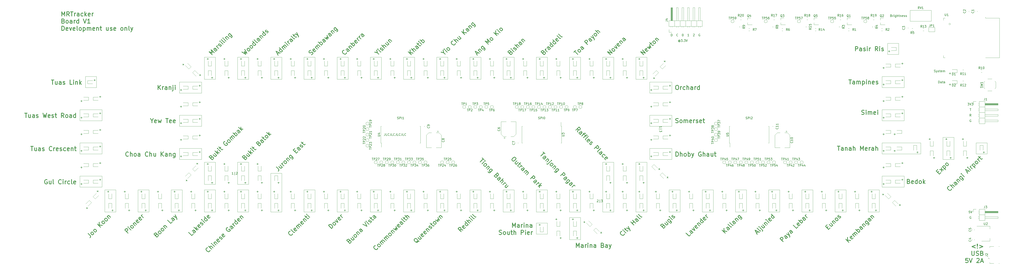
<source format=gto>
G04 #@! TF.GenerationSoftware,KiCad,Pcbnew,(5.1.10-1-10_14)*
G04 #@! TF.CreationDate,2021-11-04T03:32:05+08:00*
G04 #@! TF.ProjectId,traintracker,74726169-6e74-4726-9163-6b65722e6b69,rev?*
G04 #@! TF.SameCoordinates,Original*
G04 #@! TF.FileFunction,Legend,Top*
G04 #@! TF.FilePolarity,Positive*
%FSLAX46Y46*%
G04 Gerber Fmt 4.6, Leading zero omitted, Abs format (unit mm)*
G04 Created by KiCad (PCBNEW (5.1.10-1-10_14)) date 2021-11-04 03:32:05*
%MOMM*%
%LPD*%
G01*
G04 APERTURE LIST*
%ADD10C,0.150000*%
%ADD11C,0.120000*%
%ADD12C,0.300000*%
%ADD13O,1.900000X1.070000*%
%ADD14O,1.900000X1.200000*%
%ADD15R,1.350000X0.600000*%
%ADD16C,1.300000*%
%ADD17R,1.250000X0.400000*%
%ADD18C,6.400000*%
%ADD19C,1.440000*%
%ADD20C,1.000000*%
%ADD21R,5.000000X5.000000*%
%ADD22R,0.900000X2.000000*%
%ADD23R,2.000000X0.900000*%
%ADD24R,1.700000X1.700000*%
%ADD25O,1.700000X1.700000*%
%ADD26R,1.000000X1.500000*%
%ADD27R,0.900000X0.800000*%
%ADD28R,1.000000X1.700000*%
%ADD29R,2.000000X3.800000*%
%ADD30R,2.000000X1.500000*%
G04 APERTURE END LIST*
D10*
X223290000Y-91844761D02*
X223432857Y-91892380D01*
X223670952Y-91892380D01*
X223766190Y-91844761D01*
X223813809Y-91797142D01*
X223861428Y-91701904D01*
X223861428Y-91606666D01*
X223813809Y-91511428D01*
X223766190Y-91463809D01*
X223670952Y-91416190D01*
X223480476Y-91368571D01*
X223385238Y-91320952D01*
X223337619Y-91273333D01*
X223290000Y-91178095D01*
X223290000Y-91082857D01*
X223337619Y-90987619D01*
X223385238Y-90940000D01*
X223480476Y-90892380D01*
X223718571Y-90892380D01*
X223861428Y-90940000D01*
X224290000Y-91892380D02*
X224290000Y-90892380D01*
X224670952Y-90892380D01*
X224766190Y-90940000D01*
X224813809Y-90987619D01*
X224861428Y-91082857D01*
X224861428Y-91225714D01*
X224813809Y-91320952D01*
X224766190Y-91368571D01*
X224670952Y-91416190D01*
X224290000Y-91416190D01*
X225290000Y-91892380D02*
X225290000Y-90892380D01*
X226290000Y-91892380D02*
X225718571Y-91892380D01*
X226004285Y-91892380D02*
X226004285Y-90892380D01*
X225909047Y-91035238D01*
X225813809Y-91130476D01*
X225718571Y-91178095D01*
X288060000Y-91844761D02*
X288202857Y-91892380D01*
X288440952Y-91892380D01*
X288536190Y-91844761D01*
X288583809Y-91797142D01*
X288631428Y-91701904D01*
X288631428Y-91606666D01*
X288583809Y-91511428D01*
X288536190Y-91463809D01*
X288440952Y-91416190D01*
X288250476Y-91368571D01*
X288155238Y-91320952D01*
X288107619Y-91273333D01*
X288060000Y-91178095D01*
X288060000Y-91082857D01*
X288107619Y-90987619D01*
X288155238Y-90940000D01*
X288250476Y-90892380D01*
X288488571Y-90892380D01*
X288631428Y-90940000D01*
X289060000Y-91892380D02*
X289060000Y-90892380D01*
X289440952Y-90892380D01*
X289536190Y-90940000D01*
X289583809Y-90987619D01*
X289631428Y-91082857D01*
X289631428Y-91225714D01*
X289583809Y-91320952D01*
X289536190Y-91368571D01*
X289440952Y-91416190D01*
X289060000Y-91416190D01*
X290060000Y-91892380D02*
X290060000Y-90892380D01*
X290726666Y-90892380D02*
X290821904Y-90892380D01*
X290917142Y-90940000D01*
X290964761Y-90987619D01*
X291012380Y-91082857D01*
X291060000Y-91273333D01*
X291060000Y-91511428D01*
X291012380Y-91701904D01*
X290964761Y-91797142D01*
X290917142Y-91844761D01*
X290821904Y-91892380D01*
X290726666Y-91892380D01*
X290631428Y-91844761D01*
X290583809Y-91797142D01*
X290536190Y-91701904D01*
X290488571Y-91511428D01*
X290488571Y-91273333D01*
X290536190Y-91082857D01*
X290583809Y-90987619D01*
X290631428Y-90940000D01*
X290726666Y-90892380D01*
X383310000Y-91844761D02*
X383452857Y-91892380D01*
X383690952Y-91892380D01*
X383786190Y-91844761D01*
X383833809Y-91797142D01*
X383881428Y-91701904D01*
X383881428Y-91606666D01*
X383833809Y-91511428D01*
X383786190Y-91463809D01*
X383690952Y-91416190D01*
X383500476Y-91368571D01*
X383405238Y-91320952D01*
X383357619Y-91273333D01*
X383310000Y-91178095D01*
X383310000Y-91082857D01*
X383357619Y-90987619D01*
X383405238Y-90940000D01*
X383500476Y-90892380D01*
X383738571Y-90892380D01*
X383881428Y-90940000D01*
X384310000Y-91892380D02*
X384310000Y-90892380D01*
X384690952Y-90892380D01*
X384786190Y-90940000D01*
X384833809Y-90987619D01*
X384881428Y-91082857D01*
X384881428Y-91225714D01*
X384833809Y-91320952D01*
X384786190Y-91368571D01*
X384690952Y-91416190D01*
X384310000Y-91416190D01*
X385310000Y-91892380D02*
X385310000Y-90892380D01*
X385738571Y-90987619D02*
X385786190Y-90940000D01*
X385881428Y-90892380D01*
X386119523Y-90892380D01*
X386214761Y-90940000D01*
X386262380Y-90987619D01*
X386310000Y-91082857D01*
X386310000Y-91178095D01*
X386262380Y-91320952D01*
X385690952Y-91892380D01*
X386310000Y-91892380D01*
D11*
X307340000Y-63500000D02*
X302260000Y-63500000D01*
X307340000Y-73660000D02*
X307340000Y-63500000D01*
X302260000Y-73660000D02*
X307340000Y-73660000D01*
X302260000Y-63500000D02*
X302260000Y-73660000D01*
X292100000Y-63500000D02*
X287020000Y-63500000D01*
X292100000Y-73660000D02*
X292100000Y-63500000D01*
X287020000Y-73660000D02*
X292100000Y-73660000D01*
X287020000Y-63500000D02*
X287020000Y-73660000D01*
X276860000Y-63500000D02*
X271780000Y-63500000D01*
X276860000Y-73660000D02*
X276860000Y-63500000D01*
X271780000Y-73660000D02*
X276860000Y-73660000D01*
X271780000Y-63500000D02*
X271780000Y-73660000D01*
X261620000Y-63500000D02*
X256540000Y-63500000D01*
X261620000Y-73660000D02*
X261620000Y-63500000D01*
X256540000Y-73660000D02*
X261620000Y-73660000D01*
X256540000Y-63500000D02*
X256540000Y-73660000D01*
X246380000Y-63500000D02*
X241300000Y-63500000D01*
X246380000Y-73660000D02*
X246380000Y-63500000D01*
X241300000Y-73660000D02*
X246380000Y-73660000D01*
X241300000Y-63500000D02*
X241300000Y-73660000D01*
X231140000Y-63500000D02*
X226060000Y-63500000D01*
X231140000Y-73660000D02*
X231140000Y-63500000D01*
X226060000Y-73660000D02*
X231140000Y-73660000D01*
X226060000Y-63500000D02*
X226060000Y-73660000D01*
X215900000Y-63500000D02*
X210820000Y-63500000D01*
X215900000Y-73660000D02*
X215900000Y-63500000D01*
X210820000Y-73660000D02*
X215900000Y-73660000D01*
X210820000Y-63500000D02*
X210820000Y-73660000D01*
X200660000Y-63500000D02*
X195580000Y-63500000D01*
X200660000Y-73660000D02*
X200660000Y-63500000D01*
X195580000Y-73660000D02*
X200660000Y-73660000D01*
X195580000Y-63500000D02*
X195580000Y-73660000D01*
X185420000Y-63500000D02*
X180340000Y-63500000D01*
X185420000Y-73660000D02*
X185420000Y-63500000D01*
X180340000Y-73660000D02*
X185420000Y-73660000D01*
X180340000Y-63500000D02*
X180340000Y-73660000D01*
X170180000Y-63500000D02*
X165100000Y-63500000D01*
X170180000Y-73660000D02*
X170180000Y-63500000D01*
X165100000Y-73660000D02*
X170180000Y-73660000D01*
X165100000Y-63500000D02*
X165100000Y-73660000D01*
X154940000Y-63500000D02*
X149860000Y-63500000D01*
X154940000Y-73660000D02*
X154940000Y-63500000D01*
X149860000Y-73660000D02*
X154940000Y-73660000D01*
X149860000Y-63500000D02*
X149860000Y-73660000D01*
X139700000Y-63500000D02*
X134620000Y-63500000D01*
X139700000Y-73660000D02*
X139700000Y-63500000D01*
X134620000Y-73660000D02*
X139700000Y-73660000D01*
X134620000Y-63500000D02*
X134620000Y-73660000D01*
X133350000Y-74930000D02*
X123190000Y-74930000D01*
X133350000Y-80010000D02*
X133350000Y-74930000D01*
X123190000Y-80010000D02*
X133350000Y-80010000D01*
X123190000Y-74930000D02*
X123190000Y-80010000D01*
X133350000Y-90170000D02*
X123190000Y-90170000D01*
X133350000Y-95250000D02*
X133350000Y-90170000D01*
X123190000Y-95250000D02*
X133350000Y-95250000D01*
X123190000Y-90170000D02*
X123190000Y-95250000D01*
X85090000Y-72390000D02*
X80010000Y-72390000D01*
X85090000Y-77470000D02*
X85090000Y-72390000D01*
X80010000Y-77470000D02*
X85090000Y-77470000D01*
X80010000Y-72390000D02*
X80010000Y-77470000D01*
X87630000Y-87630000D02*
X77470000Y-87630000D01*
X87630000Y-92710000D02*
X87630000Y-87630000D01*
X77470000Y-92710000D02*
X87630000Y-92710000D01*
X77470000Y-87630000D02*
X77470000Y-92710000D01*
X87630000Y-102870000D02*
X77470000Y-102870000D01*
X87630000Y-107950000D02*
X87630000Y-102870000D01*
X77470000Y-107950000D02*
X87630000Y-107950000D01*
X77470000Y-102870000D02*
X77470000Y-107950000D01*
X87630000Y-118110000D02*
X77470000Y-118110000D01*
X87630000Y-123190000D02*
X87630000Y-118110000D01*
X77470000Y-123190000D02*
X87630000Y-123190000D01*
X77470000Y-118110000D02*
X77470000Y-123190000D01*
X88900000Y-124460000D02*
X88900000Y-134620000D01*
X93980000Y-124460000D02*
X88900000Y-124460000D01*
X93980000Y-134620000D02*
X93980000Y-124460000D01*
X88900000Y-134620000D02*
X93980000Y-134620000D01*
X104140000Y-124460000D02*
X104140000Y-134620000D01*
X109220000Y-124460000D02*
X104140000Y-124460000D01*
X109220000Y-134620000D02*
X109220000Y-124460000D01*
X104140000Y-134620000D02*
X109220000Y-134620000D01*
X124460000Y-124460000D02*
X119380000Y-124460000D01*
X124460000Y-134620000D02*
X124460000Y-124460000D01*
X119380000Y-134620000D02*
X124460000Y-134620000D01*
X119380000Y-124460000D02*
X119380000Y-134620000D01*
X180340000Y-124460000D02*
X180340000Y-134620000D01*
X185420000Y-124460000D02*
X180340000Y-124460000D01*
X185420000Y-134620000D02*
X185420000Y-124460000D01*
X180340000Y-134620000D02*
X185420000Y-134620000D01*
X195580000Y-124460000D02*
X195580000Y-134620000D01*
X200660000Y-124460000D02*
X195580000Y-124460000D01*
X200660000Y-134620000D02*
X200660000Y-124460000D01*
X195580000Y-134620000D02*
X200660000Y-134620000D01*
X215900000Y-124460000D02*
X210820000Y-124460000D01*
X215900000Y-134620000D02*
X215900000Y-124460000D01*
X210820000Y-134620000D02*
X215900000Y-134620000D01*
X210820000Y-124460000D02*
X210820000Y-134620000D01*
X231140000Y-124460000D02*
X226060000Y-124460000D01*
X231140000Y-134620000D02*
X231140000Y-124460000D01*
X226060000Y-134620000D02*
X231140000Y-134620000D01*
X226060000Y-124460000D02*
X226060000Y-134620000D01*
X246380000Y-124460000D02*
X241300000Y-124460000D01*
X246380000Y-134620000D02*
X246380000Y-124460000D01*
X241300000Y-134620000D02*
X246380000Y-134620000D01*
X241300000Y-124460000D02*
X241300000Y-134620000D01*
X261620000Y-124460000D02*
X256540000Y-124460000D01*
X261620000Y-134620000D02*
X261620000Y-124460000D01*
X256540000Y-134620000D02*
X261620000Y-134620000D01*
X256540000Y-124460000D02*
X256540000Y-134620000D01*
X322580000Y-63500000D02*
X317500000Y-63500000D01*
X322580000Y-73660000D02*
X322580000Y-63500000D01*
X317500000Y-73660000D02*
X322580000Y-73660000D01*
X317500000Y-63500000D02*
X317500000Y-73660000D01*
X337820000Y-63500000D02*
X332740000Y-63500000D01*
X337820000Y-73660000D02*
X337820000Y-63500000D01*
X332740000Y-73660000D02*
X337820000Y-73660000D01*
X332740000Y-63500000D02*
X332740000Y-73660000D01*
X349250000Y-74930000D02*
X339090000Y-74930000D01*
X349250000Y-80010000D02*
X349250000Y-74930000D01*
X339090000Y-80010000D02*
X349250000Y-80010000D01*
X339090000Y-74930000D02*
X339090000Y-80010000D01*
X339090000Y-90170000D02*
X339090000Y-91440000D01*
X349250000Y-90170000D02*
X339090000Y-90170000D01*
X349250000Y-95250000D02*
X349250000Y-90170000D01*
X339090000Y-95250000D02*
X349250000Y-95250000D01*
X339090000Y-91440000D02*
X339090000Y-95250000D01*
X349250000Y-105410000D02*
X339090000Y-105410000D01*
X349250000Y-110490000D02*
X349250000Y-105410000D01*
X339090000Y-110490000D02*
X349250000Y-110490000D01*
X339090000Y-105410000D02*
X339090000Y-110490000D01*
X347980000Y-124460000D02*
X347980000Y-134620000D01*
X353060000Y-124460000D02*
X347980000Y-124460000D01*
X353060000Y-134620000D02*
X353060000Y-124460000D01*
X347980000Y-134620000D02*
X353060000Y-134620000D01*
X368300000Y-124460000D02*
X363220000Y-124460000D01*
X368300000Y-134620000D02*
X368300000Y-124460000D01*
X363220000Y-134620000D02*
X368300000Y-134620000D01*
X363220000Y-124460000D02*
X363220000Y-134620000D01*
X383540000Y-124460000D02*
X378460000Y-124460000D01*
X383540000Y-134620000D02*
X383540000Y-124460000D01*
X378460000Y-134620000D02*
X383540000Y-134620000D01*
X378460000Y-124460000D02*
X378460000Y-134620000D01*
X398780000Y-124460000D02*
X393700000Y-124460000D01*
X398780000Y-134620000D02*
X398780000Y-124460000D01*
X393700000Y-134620000D02*
X398780000Y-134620000D01*
X393700000Y-124460000D02*
X393700000Y-134620000D01*
X414020000Y-124460000D02*
X408940000Y-124460000D01*
X414020000Y-134620000D02*
X414020000Y-124460000D01*
X408940000Y-134620000D02*
X414020000Y-134620000D01*
X408940000Y-124460000D02*
X408940000Y-134620000D01*
X429260000Y-124460000D02*
X424180000Y-124460000D01*
X429260000Y-134620000D02*
X429260000Y-124460000D01*
X424180000Y-134620000D02*
X429260000Y-134620000D01*
X424180000Y-124460000D02*
X424180000Y-134620000D01*
X444500000Y-124460000D02*
X439420000Y-124460000D01*
X444500000Y-134620000D02*
X444500000Y-124460000D01*
X439420000Y-134620000D02*
X444500000Y-134620000D01*
X439420000Y-124460000D02*
X439420000Y-134620000D01*
X448310000Y-57150000D02*
X448310000Y-58420000D01*
X453390000Y-57150000D02*
X448310000Y-57150000D01*
X453390000Y-58420000D02*
X453390000Y-57150000D01*
X453390000Y-62230000D02*
X453390000Y-58420000D01*
X448310000Y-62230000D02*
X453390000Y-62230000D01*
X448310000Y-58420000D02*
X448310000Y-62230000D01*
X445770000Y-72390000D02*
X445770000Y-77470000D01*
X455930000Y-72390000D02*
X445770000Y-72390000D01*
X455930000Y-77470000D02*
X455930000Y-72390000D01*
X445770000Y-77470000D02*
X455930000Y-77470000D01*
X455930000Y-87630000D02*
X445770000Y-87630000D01*
X455930000Y-92710000D02*
X455930000Y-87630000D01*
X445770000Y-92710000D02*
X455930000Y-92710000D01*
X445770000Y-87630000D02*
X445770000Y-92710000D01*
X494030000Y-102870000D02*
X488950000Y-102870000D01*
X494030000Y-107950000D02*
X494030000Y-102870000D01*
X488950000Y-107950000D02*
X494030000Y-107950000D01*
X488950000Y-102870000D02*
X488950000Y-107950000D01*
X478790000Y-100330000D02*
X473710000Y-100330000D01*
X478790000Y-110490000D02*
X478790000Y-100330000D01*
X473710000Y-110490000D02*
X478790000Y-110490000D01*
X473710000Y-100330000D02*
X473710000Y-110490000D01*
X455930000Y-118110000D02*
X445770000Y-118110000D01*
X455930000Y-123190000D02*
X455930000Y-118110000D01*
X445770000Y-123190000D02*
X455930000Y-123190000D01*
X445770000Y-118110000D02*
X445770000Y-123190000D01*
X276860000Y-124460000D02*
X271780000Y-124460000D01*
X276860000Y-134620000D02*
X276860000Y-124460000D01*
X271780000Y-134620000D02*
X276860000Y-134620000D01*
X271780000Y-124460000D02*
X271780000Y-134620000D01*
X292100000Y-139700000D02*
X287020000Y-139700000D01*
X292100000Y-144780000D02*
X292100000Y-139700000D01*
X287020000Y-144780000D02*
X292100000Y-144780000D01*
X287020000Y-139700000D02*
X287020000Y-144780000D01*
X292100000Y-124460000D02*
X287020000Y-124460000D01*
X292100000Y-134620000D02*
X292100000Y-124460000D01*
X287020000Y-134620000D02*
X292100000Y-134620000D01*
X287020000Y-124460000D02*
X287020000Y-134620000D01*
X307340000Y-124460000D02*
X302260000Y-124460000D01*
X307340000Y-134620000D02*
X307340000Y-124460000D01*
X302260000Y-134620000D02*
X307340000Y-134620000D01*
X302260000Y-124460000D02*
X302260000Y-134620000D01*
X133350000Y-105410000D02*
X123190000Y-105410000D01*
X133350000Y-110490000D02*
X133350000Y-105410000D01*
X123190000Y-110490000D02*
X133350000Y-110490000D01*
X123190000Y-105410000D02*
X123190000Y-110490000D01*
X139700000Y-124460000D02*
X134620000Y-124460000D01*
X139700000Y-134620000D02*
X139700000Y-124460000D01*
X134620000Y-134620000D02*
X139700000Y-134620000D01*
X134620000Y-124460000D02*
X134620000Y-134620000D01*
X139700000Y-111760000D02*
X134620000Y-111760000D01*
X139700000Y-121920000D02*
X139700000Y-111760000D01*
X134620000Y-121920000D02*
X139700000Y-121920000D01*
X134620000Y-111760000D02*
X134620000Y-121920000D01*
X149860000Y-134620000D02*
X149860000Y-124460000D01*
X154940000Y-134620000D02*
X149860000Y-134620000D01*
X154940000Y-124460000D02*
X154940000Y-134620000D01*
X149860000Y-124460000D02*
X154940000Y-124460000D01*
X154940000Y-111760000D02*
X149860000Y-111760000D01*
X154940000Y-121920000D02*
X154940000Y-111760000D01*
X149860000Y-121920000D02*
X154940000Y-121920000D01*
X149860000Y-111760000D02*
X149860000Y-121920000D01*
X463550000Y-102870000D02*
X445770000Y-102870000D01*
X463550000Y-107950000D02*
X463550000Y-102870000D01*
X445770000Y-107950000D02*
X463550000Y-107950000D01*
X445770000Y-102870000D02*
X445770000Y-107950000D01*
X307340000Y-137160000D02*
X302260000Y-137160000D01*
X307340000Y-147320000D02*
X307340000Y-137160000D01*
X302260000Y-147320000D02*
X307340000Y-147320000D01*
X302260000Y-137160000D02*
X302260000Y-147320000D01*
X337820000Y-111760000D02*
X337820000Y-134620000D01*
X332740000Y-111760000D02*
X337820000Y-111760000D01*
X332740000Y-134620000D02*
X332740000Y-111760000D01*
X337820000Y-134620000D02*
X332740000Y-134620000D01*
X322580000Y-134620000D02*
X322580000Y-111760000D01*
X317500000Y-134620000D02*
X322580000Y-134620000D01*
X317500000Y-111760000D02*
X317500000Y-134620000D01*
X322580000Y-111760000D02*
X317500000Y-111760000D01*
X165100000Y-116840000D02*
X165100000Y-134620000D01*
X170180000Y-116840000D02*
X165100000Y-116840000D01*
X170180000Y-134620000D02*
X170180000Y-116840000D01*
X165100000Y-134620000D02*
X170180000Y-134620000D01*
D10*
X352925238Y-55856190D02*
X352877619Y-55808571D01*
X352782380Y-55760952D01*
X352687142Y-55760952D01*
X352591904Y-55808571D01*
X352544285Y-55856190D01*
X352496666Y-55951428D01*
X352496666Y-56046666D01*
X352544285Y-56141904D01*
X352591904Y-56189523D01*
X352687142Y-56237142D01*
X352782380Y-56237142D01*
X352877619Y-56189523D01*
X352925238Y-56141904D01*
X352925238Y-55760952D02*
X352925238Y-56141904D01*
X352972857Y-56189523D01*
X353020476Y-56189523D01*
X353115714Y-56141904D01*
X353163333Y-56046666D01*
X353163333Y-55808571D01*
X353068095Y-55665714D01*
X352925238Y-55570476D01*
X352734761Y-55522857D01*
X352544285Y-55570476D01*
X352401428Y-55665714D01*
X352306190Y-55808571D01*
X352258571Y-55999047D01*
X352306190Y-56189523D01*
X352401428Y-56332380D01*
X352544285Y-56427619D01*
X352734761Y-56475238D01*
X352925238Y-56427619D01*
X353068095Y-56332380D01*
X353496666Y-55332380D02*
X354115714Y-55332380D01*
X353782380Y-55713333D01*
X353925238Y-55713333D01*
X354020476Y-55760952D01*
X354068095Y-55808571D01*
X354115714Y-55903809D01*
X354115714Y-56141904D01*
X354068095Y-56237142D01*
X354020476Y-56284761D01*
X353925238Y-56332380D01*
X353639523Y-56332380D01*
X353544285Y-56284761D01*
X353496666Y-56237142D01*
X354544285Y-56237142D02*
X354591904Y-56284761D01*
X354544285Y-56332380D01*
X354496666Y-56284761D01*
X354544285Y-56237142D01*
X354544285Y-56332380D01*
X354925238Y-55332380D02*
X355544285Y-55332380D01*
X355210952Y-55713333D01*
X355353809Y-55713333D01*
X355449047Y-55760952D01*
X355496666Y-55808571D01*
X355544285Y-55903809D01*
X355544285Y-56141904D01*
X355496666Y-56237142D01*
X355449047Y-56284761D01*
X355353809Y-56332380D01*
X355068095Y-56332380D01*
X354972857Y-56284761D01*
X354925238Y-56237142D01*
X355830000Y-55332380D02*
X356163333Y-56332380D01*
X356496666Y-55332380D01*
X362211904Y-52840000D02*
X362116666Y-52792380D01*
X361973809Y-52792380D01*
X361830952Y-52840000D01*
X361735714Y-52935238D01*
X361688095Y-53030476D01*
X361640476Y-53220952D01*
X361640476Y-53363809D01*
X361688095Y-53554285D01*
X361735714Y-53649523D01*
X361830952Y-53744761D01*
X361973809Y-53792380D01*
X362069047Y-53792380D01*
X362211904Y-53744761D01*
X362259523Y-53697142D01*
X362259523Y-53363809D01*
X362069047Y-53363809D01*
X359124285Y-52887619D02*
X359171904Y-52840000D01*
X359267142Y-52792380D01*
X359505238Y-52792380D01*
X359600476Y-52840000D01*
X359648095Y-52887619D01*
X359695714Y-52982857D01*
X359695714Y-53078095D01*
X359648095Y-53220952D01*
X359076666Y-53792380D01*
X359695714Y-53792380D01*
X357155714Y-53792380D02*
X356584285Y-53792380D01*
X356870000Y-53792380D02*
X356870000Y-52792380D01*
X356774761Y-52935238D01*
X356679523Y-53030476D01*
X356584285Y-53078095D01*
X354282380Y-52792380D02*
X354377619Y-52792380D01*
X354472857Y-52840000D01*
X354520476Y-52887619D01*
X354568095Y-52982857D01*
X354615714Y-53173333D01*
X354615714Y-53411428D01*
X354568095Y-53601904D01*
X354520476Y-53697142D01*
X354472857Y-53744761D01*
X354377619Y-53792380D01*
X354282380Y-53792380D01*
X354187142Y-53744761D01*
X354139523Y-53697142D01*
X354091904Y-53601904D01*
X354044285Y-53411428D01*
X354044285Y-53173333D01*
X354091904Y-52982857D01*
X354139523Y-52887619D01*
X354187142Y-52840000D01*
X354282380Y-52792380D01*
X352099523Y-53697142D02*
X352051904Y-53744761D01*
X351909047Y-53792380D01*
X351813809Y-53792380D01*
X351670952Y-53744761D01*
X351575714Y-53649523D01*
X351528095Y-53554285D01*
X351480476Y-53363809D01*
X351480476Y-53220952D01*
X351528095Y-53030476D01*
X351575714Y-52935238D01*
X351670952Y-52840000D01*
X351813809Y-52792380D01*
X351909047Y-52792380D01*
X352051904Y-52840000D01*
X352099523Y-52887619D01*
X348988095Y-53792380D02*
X348988095Y-52792380D01*
X349226190Y-52792380D01*
X349369047Y-52840000D01*
X349464285Y-52935238D01*
X349511904Y-53030476D01*
X349559523Y-53220952D01*
X349559523Y-53363809D01*
X349511904Y-53554285D01*
X349464285Y-53649523D01*
X349369047Y-53744761D01*
X349226190Y-53792380D01*
X348988095Y-53792380D01*
X450032857Y-44378571D02*
X450175714Y-44426190D01*
X450223333Y-44473809D01*
X450270952Y-44569047D01*
X450270952Y-44711904D01*
X450223333Y-44807142D01*
X450175714Y-44854761D01*
X450080476Y-44902380D01*
X449699523Y-44902380D01*
X449699523Y-43902380D01*
X450032857Y-43902380D01*
X450128095Y-43950000D01*
X450175714Y-43997619D01*
X450223333Y-44092857D01*
X450223333Y-44188095D01*
X450175714Y-44283333D01*
X450128095Y-44330952D01*
X450032857Y-44378571D01*
X449699523Y-44378571D01*
X450699523Y-44902380D02*
X450699523Y-44235714D01*
X450699523Y-44426190D02*
X450747142Y-44330952D01*
X450794761Y-44283333D01*
X450890000Y-44235714D01*
X450985238Y-44235714D01*
X451318571Y-44902380D02*
X451318571Y-44235714D01*
X451318571Y-43902380D02*
X451270952Y-43950000D01*
X451318571Y-43997619D01*
X451366190Y-43950000D01*
X451318571Y-43902380D01*
X451318571Y-43997619D01*
X452223333Y-44235714D02*
X452223333Y-45045238D01*
X452175714Y-45140476D01*
X452128095Y-45188095D01*
X452032857Y-45235714D01*
X451890000Y-45235714D01*
X451794761Y-45188095D01*
X452223333Y-44854761D02*
X452128095Y-44902380D01*
X451937619Y-44902380D01*
X451842380Y-44854761D01*
X451794761Y-44807142D01*
X451747142Y-44711904D01*
X451747142Y-44426190D01*
X451794761Y-44330952D01*
X451842380Y-44283333D01*
X451937619Y-44235714D01*
X452128095Y-44235714D01*
X452223333Y-44283333D01*
X452699523Y-44902380D02*
X452699523Y-43902380D01*
X453128095Y-44902380D02*
X453128095Y-44378571D01*
X453080476Y-44283333D01*
X452985238Y-44235714D01*
X452842380Y-44235714D01*
X452747142Y-44283333D01*
X452699523Y-44330952D01*
X453461428Y-44235714D02*
X453842380Y-44235714D01*
X453604285Y-43902380D02*
X453604285Y-44759523D01*
X453651904Y-44854761D01*
X453747142Y-44902380D01*
X453842380Y-44902380D01*
X454175714Y-44235714D02*
X454175714Y-44902380D01*
X454175714Y-44330952D02*
X454223333Y-44283333D01*
X454318571Y-44235714D01*
X454461428Y-44235714D01*
X454556666Y-44283333D01*
X454604285Y-44378571D01*
X454604285Y-44902380D01*
X455461428Y-44854761D02*
X455366190Y-44902380D01*
X455175714Y-44902380D01*
X455080476Y-44854761D01*
X455032857Y-44759523D01*
X455032857Y-44378571D01*
X455080476Y-44283333D01*
X455175714Y-44235714D01*
X455366190Y-44235714D01*
X455461428Y-44283333D01*
X455509047Y-44378571D01*
X455509047Y-44473809D01*
X455032857Y-44569047D01*
X455890000Y-44854761D02*
X455985238Y-44902380D01*
X456175714Y-44902380D01*
X456270952Y-44854761D01*
X456318571Y-44759523D01*
X456318571Y-44711904D01*
X456270952Y-44616666D01*
X456175714Y-44569047D01*
X456032857Y-44569047D01*
X455937619Y-44521428D01*
X455890000Y-44426190D01*
X455890000Y-44378571D01*
X455937619Y-44283333D01*
X456032857Y-44235714D01*
X456175714Y-44235714D01*
X456270952Y-44283333D01*
X456699523Y-44854761D02*
X456794761Y-44902380D01*
X456985238Y-44902380D01*
X457080476Y-44854761D01*
X457128095Y-44759523D01*
X457128095Y-44711904D01*
X457080476Y-44616666D01*
X456985238Y-44569047D01*
X456842380Y-44569047D01*
X456747142Y-44521428D01*
X456699523Y-44426190D01*
X456699523Y-44378571D01*
X456747142Y-44283333D01*
X456842380Y-44235714D01*
X456985238Y-44235714D01*
X457080476Y-44283333D01*
X486671904Y-136660000D02*
X486576666Y-136612380D01*
X486433809Y-136612380D01*
X486290952Y-136660000D01*
X486195714Y-136755238D01*
X486148095Y-136850476D01*
X486100476Y-137040952D01*
X486100476Y-137183809D01*
X486148095Y-137374285D01*
X486195714Y-137469523D01*
X486290952Y-137564761D01*
X486433809Y-137612380D01*
X486529047Y-137612380D01*
X486671904Y-137564761D01*
X486719523Y-137517142D01*
X486719523Y-137183809D01*
X486529047Y-137183809D01*
X486219523Y-134072380D02*
X485743333Y-134072380D01*
X485695714Y-134548571D01*
X485743333Y-134500952D01*
X485838571Y-134453333D01*
X486076666Y-134453333D01*
X486171904Y-134500952D01*
X486219523Y-134548571D01*
X486267142Y-134643809D01*
X486267142Y-134881904D01*
X486219523Y-134977142D01*
X486171904Y-135024761D01*
X486076666Y-135072380D01*
X485838571Y-135072380D01*
X485743333Y-135024761D01*
X485695714Y-134977142D01*
X486552857Y-134072380D02*
X486886190Y-135072380D01*
X487219523Y-134072380D01*
X485171904Y-84542380D02*
X485790952Y-84542380D01*
X485457619Y-84923333D01*
X485600476Y-84923333D01*
X485695714Y-84970952D01*
X485743333Y-85018571D01*
X485790952Y-85113809D01*
X485790952Y-85351904D01*
X485743333Y-85447142D01*
X485695714Y-85494761D01*
X485600476Y-85542380D01*
X485314761Y-85542380D01*
X485219523Y-85494761D01*
X485171904Y-85447142D01*
X486076666Y-84542380D02*
X486410000Y-85542380D01*
X486743333Y-84542380D01*
X486981428Y-84542380D02*
X487600476Y-84542380D01*
X487267142Y-84923333D01*
X487410000Y-84923333D01*
X487505238Y-84970952D01*
X487552857Y-85018571D01*
X487600476Y-85113809D01*
X487600476Y-85351904D01*
X487552857Y-85447142D01*
X487505238Y-85494761D01*
X487410000Y-85542380D01*
X487124285Y-85542380D01*
X487029047Y-85494761D01*
X486981428Y-85447142D01*
X486671904Y-92210000D02*
X486576666Y-92162380D01*
X486433809Y-92162380D01*
X486290952Y-92210000D01*
X486195714Y-92305238D01*
X486148095Y-92400476D01*
X486100476Y-92590952D01*
X486100476Y-92733809D01*
X486148095Y-92924285D01*
X486195714Y-93019523D01*
X486290952Y-93114761D01*
X486433809Y-93162380D01*
X486529047Y-93162380D01*
X486671904Y-93114761D01*
X486719523Y-93067142D01*
X486719523Y-92733809D01*
X486529047Y-92733809D01*
X486124285Y-87082380D02*
X486695714Y-87082380D01*
X486410000Y-88082380D02*
X486410000Y-87082380D01*
X486719523Y-90622380D02*
X486386190Y-90146190D01*
X486148095Y-90622380D02*
X486148095Y-89622380D01*
X486529047Y-89622380D01*
X486624285Y-89670000D01*
X486671904Y-89717619D01*
X486719523Y-89812857D01*
X486719523Y-89955714D01*
X486671904Y-90050952D01*
X486624285Y-90098571D01*
X486529047Y-90146190D01*
X486148095Y-90146190D01*
X471739642Y-75382380D02*
X471739642Y-74382380D01*
X471977738Y-74382380D01*
X472120595Y-74430000D01*
X472215833Y-74525238D01*
X472263452Y-74620476D01*
X472311071Y-74810952D01*
X472311071Y-74953809D01*
X472263452Y-75144285D01*
X472215833Y-75239523D01*
X472120595Y-75334761D01*
X471977738Y-75382380D01*
X471739642Y-75382380D01*
X473168214Y-75382380D02*
X473168214Y-74858571D01*
X473120595Y-74763333D01*
X473025357Y-74715714D01*
X472834880Y-74715714D01*
X472739642Y-74763333D01*
X473168214Y-75334761D02*
X473072976Y-75382380D01*
X472834880Y-75382380D01*
X472739642Y-75334761D01*
X472692023Y-75239523D01*
X472692023Y-75144285D01*
X472739642Y-75049047D01*
X472834880Y-75001428D01*
X473072976Y-75001428D01*
X473168214Y-74953809D01*
X473501547Y-74715714D02*
X473882500Y-74715714D01*
X473644404Y-74382380D02*
X473644404Y-75239523D01*
X473692023Y-75334761D01*
X473787261Y-75382380D01*
X473882500Y-75382380D01*
X474644404Y-75382380D02*
X474644404Y-74858571D01*
X474596785Y-74763333D01*
X474501547Y-74715714D01*
X474311071Y-74715714D01*
X474215833Y-74763333D01*
X474644404Y-75334761D02*
X474549166Y-75382380D01*
X474311071Y-75382380D01*
X474215833Y-75334761D01*
X474168214Y-75239523D01*
X474168214Y-75144285D01*
X474215833Y-75049047D01*
X474311071Y-75001428D01*
X474549166Y-75001428D01*
X474644404Y-74953809D01*
X469787261Y-70254761D02*
X469930119Y-70302380D01*
X470168214Y-70302380D01*
X470263452Y-70254761D01*
X470311071Y-70207142D01*
X470358690Y-70111904D01*
X470358690Y-70016666D01*
X470311071Y-69921428D01*
X470263452Y-69873809D01*
X470168214Y-69826190D01*
X469977738Y-69778571D01*
X469882500Y-69730952D01*
X469834880Y-69683333D01*
X469787261Y-69588095D01*
X469787261Y-69492857D01*
X469834880Y-69397619D01*
X469882500Y-69350000D01*
X469977738Y-69302380D01*
X470215833Y-69302380D01*
X470358690Y-69350000D01*
X470692023Y-69635714D02*
X470930119Y-70302380D01*
X471168214Y-69635714D02*
X470930119Y-70302380D01*
X470834880Y-70540476D01*
X470787261Y-70588095D01*
X470692023Y-70635714D01*
X471501547Y-70254761D02*
X471596785Y-70302380D01*
X471787261Y-70302380D01*
X471882500Y-70254761D01*
X471930119Y-70159523D01*
X471930119Y-70111904D01*
X471882500Y-70016666D01*
X471787261Y-69969047D01*
X471644404Y-69969047D01*
X471549166Y-69921428D01*
X471501547Y-69826190D01*
X471501547Y-69778571D01*
X471549166Y-69683333D01*
X471644404Y-69635714D01*
X471787261Y-69635714D01*
X471882500Y-69683333D01*
X472215833Y-69635714D02*
X472596785Y-69635714D01*
X472358690Y-69302380D02*
X472358690Y-70159523D01*
X472406309Y-70254761D01*
X472501547Y-70302380D01*
X472596785Y-70302380D01*
X473311071Y-70254761D02*
X473215833Y-70302380D01*
X473025357Y-70302380D01*
X472930119Y-70254761D01*
X472882500Y-70159523D01*
X472882500Y-69778571D01*
X472930119Y-69683333D01*
X473025357Y-69635714D01*
X473215833Y-69635714D01*
X473311071Y-69683333D01*
X473358690Y-69778571D01*
X473358690Y-69873809D01*
X472882500Y-69969047D01*
X473787261Y-70302380D02*
X473787261Y-69635714D01*
X473787261Y-69730952D02*
X473834880Y-69683333D01*
X473930119Y-69635714D01*
X474072976Y-69635714D01*
X474168214Y-69683333D01*
X474215833Y-69778571D01*
X474215833Y-70302380D01*
X474215833Y-69778571D02*
X474263452Y-69683333D01*
X474358690Y-69635714D01*
X474501547Y-69635714D01*
X474596785Y-69683333D01*
X474644404Y-69778571D01*
X474644404Y-70302380D01*
D12*
X69251190Y-44594761D02*
X69251190Y-42594761D01*
X69917857Y-44023333D01*
X70584523Y-42594761D01*
X70584523Y-44594761D01*
X72679761Y-44594761D02*
X72013095Y-43642380D01*
X71536904Y-44594761D02*
X71536904Y-42594761D01*
X72298809Y-42594761D01*
X72489285Y-42690000D01*
X72584523Y-42785238D01*
X72679761Y-42975714D01*
X72679761Y-43261428D01*
X72584523Y-43451904D01*
X72489285Y-43547142D01*
X72298809Y-43642380D01*
X71536904Y-43642380D01*
X73251190Y-42594761D02*
X74394047Y-42594761D01*
X73822619Y-44594761D02*
X73822619Y-42594761D01*
X75060714Y-44594761D02*
X75060714Y-43261428D01*
X75060714Y-43642380D02*
X75155952Y-43451904D01*
X75251190Y-43356666D01*
X75441666Y-43261428D01*
X75632142Y-43261428D01*
X77155952Y-44594761D02*
X77155952Y-43547142D01*
X77060714Y-43356666D01*
X76870238Y-43261428D01*
X76489285Y-43261428D01*
X76298809Y-43356666D01*
X77155952Y-44499523D02*
X76965476Y-44594761D01*
X76489285Y-44594761D01*
X76298809Y-44499523D01*
X76203571Y-44309047D01*
X76203571Y-44118571D01*
X76298809Y-43928095D01*
X76489285Y-43832857D01*
X76965476Y-43832857D01*
X77155952Y-43737619D01*
X78965476Y-44499523D02*
X78775000Y-44594761D01*
X78394047Y-44594761D01*
X78203571Y-44499523D01*
X78108333Y-44404285D01*
X78013095Y-44213809D01*
X78013095Y-43642380D01*
X78108333Y-43451904D01*
X78203571Y-43356666D01*
X78394047Y-43261428D01*
X78775000Y-43261428D01*
X78965476Y-43356666D01*
X79822619Y-44594761D02*
X79822619Y-42594761D01*
X80013095Y-43832857D02*
X80584523Y-44594761D01*
X80584523Y-43261428D02*
X79822619Y-44023333D01*
X82203571Y-44499523D02*
X82013095Y-44594761D01*
X81632142Y-44594761D01*
X81441666Y-44499523D01*
X81346428Y-44309047D01*
X81346428Y-43547142D01*
X81441666Y-43356666D01*
X81632142Y-43261428D01*
X82013095Y-43261428D01*
X82203571Y-43356666D01*
X82298809Y-43547142D01*
X82298809Y-43737619D01*
X81346428Y-43928095D01*
X83155952Y-44594761D02*
X83155952Y-43261428D01*
X83155952Y-43642380D02*
X83251190Y-43451904D01*
X83346428Y-43356666D01*
X83536904Y-43261428D01*
X83727380Y-43261428D01*
X69917857Y-46847142D02*
X70203571Y-46942380D01*
X70298809Y-47037619D01*
X70394047Y-47228095D01*
X70394047Y-47513809D01*
X70298809Y-47704285D01*
X70203571Y-47799523D01*
X70013095Y-47894761D01*
X69251190Y-47894761D01*
X69251190Y-45894761D01*
X69917857Y-45894761D01*
X70108333Y-45990000D01*
X70203571Y-46085238D01*
X70298809Y-46275714D01*
X70298809Y-46466190D01*
X70203571Y-46656666D01*
X70108333Y-46751904D01*
X69917857Y-46847142D01*
X69251190Y-46847142D01*
X71536904Y-47894761D02*
X71346428Y-47799523D01*
X71251190Y-47704285D01*
X71155952Y-47513809D01*
X71155952Y-46942380D01*
X71251190Y-46751904D01*
X71346428Y-46656666D01*
X71536904Y-46561428D01*
X71822619Y-46561428D01*
X72013095Y-46656666D01*
X72108333Y-46751904D01*
X72203571Y-46942380D01*
X72203571Y-47513809D01*
X72108333Y-47704285D01*
X72013095Y-47799523D01*
X71822619Y-47894761D01*
X71536904Y-47894761D01*
X73917857Y-47894761D02*
X73917857Y-46847142D01*
X73822619Y-46656666D01*
X73632142Y-46561428D01*
X73251190Y-46561428D01*
X73060714Y-46656666D01*
X73917857Y-47799523D02*
X73727380Y-47894761D01*
X73251190Y-47894761D01*
X73060714Y-47799523D01*
X72965476Y-47609047D01*
X72965476Y-47418571D01*
X73060714Y-47228095D01*
X73251190Y-47132857D01*
X73727380Y-47132857D01*
X73917857Y-47037619D01*
X74870238Y-47894761D02*
X74870238Y-46561428D01*
X74870238Y-46942380D02*
X74965476Y-46751904D01*
X75060714Y-46656666D01*
X75251190Y-46561428D01*
X75441666Y-46561428D01*
X76965476Y-47894761D02*
X76965476Y-45894761D01*
X76965476Y-47799523D02*
X76775000Y-47894761D01*
X76394047Y-47894761D01*
X76203571Y-47799523D01*
X76108333Y-47704285D01*
X76013095Y-47513809D01*
X76013095Y-46942380D01*
X76108333Y-46751904D01*
X76203571Y-46656666D01*
X76394047Y-46561428D01*
X76775000Y-46561428D01*
X76965476Y-46656666D01*
X79155952Y-45894761D02*
X79822619Y-47894761D01*
X80489285Y-45894761D01*
X82203571Y-47894761D02*
X81060714Y-47894761D01*
X81632142Y-47894761D02*
X81632142Y-45894761D01*
X81441666Y-46180476D01*
X81251190Y-46370952D01*
X81060714Y-46466190D01*
X69251190Y-51194761D02*
X69251190Y-49194761D01*
X69727380Y-49194761D01*
X70013095Y-49290000D01*
X70203571Y-49480476D01*
X70298809Y-49670952D01*
X70394047Y-50051904D01*
X70394047Y-50337619D01*
X70298809Y-50718571D01*
X70203571Y-50909047D01*
X70013095Y-51099523D01*
X69727380Y-51194761D01*
X69251190Y-51194761D01*
X72013095Y-51099523D02*
X71822619Y-51194761D01*
X71441666Y-51194761D01*
X71251190Y-51099523D01*
X71155952Y-50909047D01*
X71155952Y-50147142D01*
X71251190Y-49956666D01*
X71441666Y-49861428D01*
X71822619Y-49861428D01*
X72013095Y-49956666D01*
X72108333Y-50147142D01*
X72108333Y-50337619D01*
X71155952Y-50528095D01*
X72775000Y-49861428D02*
X73251190Y-51194761D01*
X73727380Y-49861428D01*
X75251190Y-51099523D02*
X75060714Y-51194761D01*
X74679761Y-51194761D01*
X74489285Y-51099523D01*
X74394047Y-50909047D01*
X74394047Y-50147142D01*
X74489285Y-49956666D01*
X74679761Y-49861428D01*
X75060714Y-49861428D01*
X75251190Y-49956666D01*
X75346428Y-50147142D01*
X75346428Y-50337619D01*
X74394047Y-50528095D01*
X76489285Y-51194761D02*
X76298809Y-51099523D01*
X76203571Y-50909047D01*
X76203571Y-49194761D01*
X77536904Y-51194761D02*
X77346428Y-51099523D01*
X77251190Y-51004285D01*
X77155952Y-50813809D01*
X77155952Y-50242380D01*
X77251190Y-50051904D01*
X77346428Y-49956666D01*
X77536904Y-49861428D01*
X77822619Y-49861428D01*
X78013095Y-49956666D01*
X78108333Y-50051904D01*
X78203571Y-50242380D01*
X78203571Y-50813809D01*
X78108333Y-51004285D01*
X78013095Y-51099523D01*
X77822619Y-51194761D01*
X77536904Y-51194761D01*
X79060714Y-49861428D02*
X79060714Y-51861428D01*
X79060714Y-49956666D02*
X79251190Y-49861428D01*
X79632142Y-49861428D01*
X79822619Y-49956666D01*
X79917857Y-50051904D01*
X80013095Y-50242380D01*
X80013095Y-50813809D01*
X79917857Y-51004285D01*
X79822619Y-51099523D01*
X79632142Y-51194761D01*
X79251190Y-51194761D01*
X79060714Y-51099523D01*
X80870238Y-51194761D02*
X80870238Y-49861428D01*
X80870238Y-50051904D02*
X80965476Y-49956666D01*
X81155952Y-49861428D01*
X81441666Y-49861428D01*
X81632142Y-49956666D01*
X81727380Y-50147142D01*
X81727380Y-51194761D01*
X81727380Y-50147142D02*
X81822619Y-49956666D01*
X82013095Y-49861428D01*
X82298809Y-49861428D01*
X82489285Y-49956666D01*
X82584523Y-50147142D01*
X82584523Y-51194761D01*
X84298809Y-51099523D02*
X84108333Y-51194761D01*
X83727380Y-51194761D01*
X83536904Y-51099523D01*
X83441666Y-50909047D01*
X83441666Y-50147142D01*
X83536904Y-49956666D01*
X83727380Y-49861428D01*
X84108333Y-49861428D01*
X84298809Y-49956666D01*
X84394047Y-50147142D01*
X84394047Y-50337619D01*
X83441666Y-50528095D01*
X85251190Y-49861428D02*
X85251190Y-51194761D01*
X85251190Y-50051904D02*
X85346428Y-49956666D01*
X85536904Y-49861428D01*
X85822619Y-49861428D01*
X86013095Y-49956666D01*
X86108333Y-50147142D01*
X86108333Y-51194761D01*
X86775000Y-49861428D02*
X87536904Y-49861428D01*
X87060714Y-49194761D02*
X87060714Y-50909047D01*
X87155952Y-51099523D01*
X87346428Y-51194761D01*
X87536904Y-51194761D01*
X90584523Y-49861428D02*
X90584523Y-51194761D01*
X89727380Y-49861428D02*
X89727380Y-50909047D01*
X89822619Y-51099523D01*
X90013095Y-51194761D01*
X90298809Y-51194761D01*
X90489285Y-51099523D01*
X90584523Y-51004285D01*
X91441666Y-51099523D02*
X91632142Y-51194761D01*
X92013095Y-51194761D01*
X92203571Y-51099523D01*
X92298809Y-50909047D01*
X92298809Y-50813809D01*
X92203571Y-50623333D01*
X92013095Y-50528095D01*
X91727380Y-50528095D01*
X91536904Y-50432857D01*
X91441666Y-50242380D01*
X91441666Y-50147142D01*
X91536904Y-49956666D01*
X91727380Y-49861428D01*
X92013095Y-49861428D01*
X92203571Y-49956666D01*
X93917857Y-51099523D02*
X93727380Y-51194761D01*
X93346428Y-51194761D01*
X93155952Y-51099523D01*
X93060714Y-50909047D01*
X93060714Y-50147142D01*
X93155952Y-49956666D01*
X93346428Y-49861428D01*
X93727380Y-49861428D01*
X93917857Y-49956666D01*
X94013095Y-50147142D01*
X94013095Y-50337619D01*
X93060714Y-50528095D01*
X96679761Y-51194761D02*
X96489285Y-51099523D01*
X96394047Y-51004285D01*
X96298809Y-50813809D01*
X96298809Y-50242380D01*
X96394047Y-50051904D01*
X96489285Y-49956666D01*
X96679761Y-49861428D01*
X96965476Y-49861428D01*
X97155952Y-49956666D01*
X97251190Y-50051904D01*
X97346428Y-50242380D01*
X97346428Y-50813809D01*
X97251190Y-51004285D01*
X97155952Y-51099523D01*
X96965476Y-51194761D01*
X96679761Y-51194761D01*
X98203571Y-49861428D02*
X98203571Y-51194761D01*
X98203571Y-50051904D02*
X98298809Y-49956666D01*
X98489285Y-49861428D01*
X98775000Y-49861428D01*
X98965476Y-49956666D01*
X99060714Y-50147142D01*
X99060714Y-51194761D01*
X100298809Y-51194761D02*
X100108333Y-51099523D01*
X100013095Y-50909047D01*
X100013095Y-49194761D01*
X100870238Y-49861428D02*
X101346428Y-51194761D01*
X101822619Y-49861428D02*
X101346428Y-51194761D01*
X101155952Y-51670952D01*
X101060714Y-51766190D01*
X100870238Y-51861428D01*
D10*
X217630952Y-98512380D02*
X217630952Y-99226666D01*
X217583333Y-99369523D01*
X217488095Y-99464761D01*
X217345238Y-99512380D01*
X217250000Y-99512380D01*
X218583333Y-99512380D02*
X218107142Y-99512380D01*
X218107142Y-98512380D01*
X219488095Y-99417142D02*
X219440476Y-99464761D01*
X219297619Y-99512380D01*
X219202380Y-99512380D01*
X219059523Y-99464761D01*
X218964285Y-99369523D01*
X218916666Y-99274285D01*
X218869047Y-99083809D01*
X218869047Y-98940952D01*
X218916666Y-98750476D01*
X218964285Y-98655238D01*
X219059523Y-98560000D01*
X219202380Y-98512380D01*
X219297619Y-98512380D01*
X219440476Y-98560000D01*
X219488095Y-98607619D01*
X220202380Y-98512380D02*
X220202380Y-99226666D01*
X220154761Y-99369523D01*
X220059523Y-99464761D01*
X219916666Y-99512380D01*
X219821428Y-99512380D01*
X221154761Y-99512380D02*
X220678571Y-99512380D01*
X220678571Y-98512380D01*
X222059523Y-99417142D02*
X222011904Y-99464761D01*
X221869047Y-99512380D01*
X221773809Y-99512380D01*
X221630952Y-99464761D01*
X221535714Y-99369523D01*
X221488095Y-99274285D01*
X221440476Y-99083809D01*
X221440476Y-98940952D01*
X221488095Y-98750476D01*
X221535714Y-98655238D01*
X221630952Y-98560000D01*
X221773809Y-98512380D01*
X221869047Y-98512380D01*
X222011904Y-98560000D01*
X222059523Y-98607619D01*
X222773809Y-98512380D02*
X222773809Y-99226666D01*
X222726190Y-99369523D01*
X222630952Y-99464761D01*
X222488095Y-99512380D01*
X222392857Y-99512380D01*
X223726190Y-99512380D02*
X223250000Y-99512380D01*
X223250000Y-98512380D01*
X224630952Y-99417142D02*
X224583333Y-99464761D01*
X224440476Y-99512380D01*
X224345238Y-99512380D01*
X224202380Y-99464761D01*
X224107142Y-99369523D01*
X224059523Y-99274285D01*
X224011904Y-99083809D01*
X224011904Y-98940952D01*
X224059523Y-98750476D01*
X224107142Y-98655238D01*
X224202380Y-98560000D01*
X224345238Y-98512380D01*
X224440476Y-98512380D01*
X224583333Y-98560000D01*
X224630952Y-98607619D01*
X225345238Y-98512380D02*
X225345238Y-99226666D01*
X225297619Y-99369523D01*
X225202380Y-99464761D01*
X225059523Y-99512380D01*
X224964285Y-99512380D01*
X226297619Y-99512380D02*
X225821428Y-99512380D01*
X225821428Y-98512380D01*
X227202380Y-99417142D02*
X227154761Y-99464761D01*
X227011904Y-99512380D01*
X226916666Y-99512380D01*
X226773809Y-99464761D01*
X226678571Y-99369523D01*
X226630952Y-99274285D01*
X226583333Y-99083809D01*
X226583333Y-98940952D01*
X226630952Y-98750476D01*
X226678571Y-98655238D01*
X226773809Y-98560000D01*
X226916666Y-98512380D01*
X227011904Y-98512380D01*
X227154761Y-98560000D01*
X227202380Y-98607619D01*
D12*
X488660238Y-149941428D02*
X487136428Y-150512857D01*
X488660238Y-151084285D01*
X489612619Y-151084285D02*
X489707857Y-151179523D01*
X489612619Y-151274761D01*
X489517380Y-151179523D01*
X489612619Y-151084285D01*
X489612619Y-151274761D01*
X489612619Y-150512857D02*
X489517380Y-149370000D01*
X489612619Y-149274761D01*
X489707857Y-149370000D01*
X489612619Y-150512857D01*
X489612619Y-149274761D01*
X490565000Y-149941428D02*
X492088809Y-150512857D01*
X490565000Y-151084285D01*
X487041190Y-152574761D02*
X487041190Y-154193809D01*
X487136428Y-154384285D01*
X487231666Y-154479523D01*
X487422142Y-154574761D01*
X487803095Y-154574761D01*
X487993571Y-154479523D01*
X488088809Y-154384285D01*
X488184047Y-154193809D01*
X488184047Y-152574761D01*
X489041190Y-154479523D02*
X489326904Y-154574761D01*
X489803095Y-154574761D01*
X489993571Y-154479523D01*
X490088809Y-154384285D01*
X490184047Y-154193809D01*
X490184047Y-154003333D01*
X490088809Y-153812857D01*
X489993571Y-153717619D01*
X489803095Y-153622380D01*
X489422142Y-153527142D01*
X489231666Y-153431904D01*
X489136428Y-153336666D01*
X489041190Y-153146190D01*
X489041190Y-152955714D01*
X489136428Y-152765238D01*
X489231666Y-152670000D01*
X489422142Y-152574761D01*
X489898333Y-152574761D01*
X490184047Y-152670000D01*
X491707857Y-153527142D02*
X491993571Y-153622380D01*
X492088809Y-153717619D01*
X492184047Y-153908095D01*
X492184047Y-154193809D01*
X492088809Y-154384285D01*
X491993571Y-154479523D01*
X491803095Y-154574761D01*
X491041190Y-154574761D01*
X491041190Y-152574761D01*
X491707857Y-152574761D01*
X491898333Y-152670000D01*
X491993571Y-152765238D01*
X492088809Y-152955714D01*
X492088809Y-153146190D01*
X491993571Y-153336666D01*
X491898333Y-153431904D01*
X491707857Y-153527142D01*
X491041190Y-153527142D01*
X485231666Y-155874761D02*
X484279285Y-155874761D01*
X484184047Y-156827142D01*
X484279285Y-156731904D01*
X484469761Y-156636666D01*
X484945952Y-156636666D01*
X485136428Y-156731904D01*
X485231666Y-156827142D01*
X485326904Y-157017619D01*
X485326904Y-157493809D01*
X485231666Y-157684285D01*
X485136428Y-157779523D01*
X484945952Y-157874761D01*
X484469761Y-157874761D01*
X484279285Y-157779523D01*
X484184047Y-157684285D01*
X485898333Y-155874761D02*
X486565000Y-157874761D01*
X487231666Y-155874761D01*
X489326904Y-156065238D02*
X489422142Y-155970000D01*
X489612619Y-155874761D01*
X490088809Y-155874761D01*
X490279285Y-155970000D01*
X490374523Y-156065238D01*
X490469761Y-156255714D01*
X490469761Y-156446190D01*
X490374523Y-156731904D01*
X489231666Y-157874761D01*
X490469761Y-157874761D01*
X491231666Y-157303333D02*
X492184047Y-157303333D01*
X491041190Y-157874761D02*
X491707857Y-155874761D01*
X492374523Y-157874761D01*
X433606904Y-60594761D02*
X433606904Y-58594761D01*
X434368809Y-58594761D01*
X434559285Y-58690000D01*
X434654523Y-58785238D01*
X434749761Y-58975714D01*
X434749761Y-59261428D01*
X434654523Y-59451904D01*
X434559285Y-59547142D01*
X434368809Y-59642380D01*
X433606904Y-59642380D01*
X436464047Y-60594761D02*
X436464047Y-59547142D01*
X436368809Y-59356666D01*
X436178333Y-59261428D01*
X435797380Y-59261428D01*
X435606904Y-59356666D01*
X436464047Y-60499523D02*
X436273571Y-60594761D01*
X435797380Y-60594761D01*
X435606904Y-60499523D01*
X435511666Y-60309047D01*
X435511666Y-60118571D01*
X435606904Y-59928095D01*
X435797380Y-59832857D01*
X436273571Y-59832857D01*
X436464047Y-59737619D01*
X437321190Y-60499523D02*
X437511666Y-60594761D01*
X437892619Y-60594761D01*
X438083095Y-60499523D01*
X438178333Y-60309047D01*
X438178333Y-60213809D01*
X438083095Y-60023333D01*
X437892619Y-59928095D01*
X437606904Y-59928095D01*
X437416428Y-59832857D01*
X437321190Y-59642380D01*
X437321190Y-59547142D01*
X437416428Y-59356666D01*
X437606904Y-59261428D01*
X437892619Y-59261428D01*
X438083095Y-59356666D01*
X439035476Y-60594761D02*
X439035476Y-59261428D01*
X439035476Y-58594761D02*
X438940238Y-58690000D01*
X439035476Y-58785238D01*
X439130714Y-58690000D01*
X439035476Y-58594761D01*
X439035476Y-58785238D01*
X439987857Y-60594761D02*
X439987857Y-59261428D01*
X439987857Y-59642380D02*
X440083095Y-59451904D01*
X440178333Y-59356666D01*
X440368809Y-59261428D01*
X440559285Y-59261428D01*
X443892619Y-60594761D02*
X443225952Y-59642380D01*
X442749761Y-60594761D02*
X442749761Y-58594761D01*
X443511666Y-58594761D01*
X443702142Y-58690000D01*
X443797380Y-58785238D01*
X443892619Y-58975714D01*
X443892619Y-59261428D01*
X443797380Y-59451904D01*
X443702142Y-59547142D01*
X443511666Y-59642380D01*
X442749761Y-59642380D01*
X444749761Y-60594761D02*
X444749761Y-59261428D01*
X444749761Y-58594761D02*
X444654523Y-58690000D01*
X444749761Y-58785238D01*
X444845000Y-58690000D01*
X444749761Y-58594761D01*
X444749761Y-58785238D01*
X445606904Y-60499523D02*
X445797380Y-60594761D01*
X446178333Y-60594761D01*
X446368809Y-60499523D01*
X446464047Y-60309047D01*
X446464047Y-60213809D01*
X446368809Y-60023333D01*
X446178333Y-59928095D01*
X445892619Y-59928095D01*
X445702142Y-59832857D01*
X445606904Y-59642380D01*
X445606904Y-59547142D01*
X445702142Y-59356666D01*
X445892619Y-59261428D01*
X446178333Y-59261428D01*
X446368809Y-59356666D01*
X436495476Y-89709523D02*
X436781190Y-89804761D01*
X437257380Y-89804761D01*
X437447857Y-89709523D01*
X437543095Y-89614285D01*
X437638333Y-89423809D01*
X437638333Y-89233333D01*
X437543095Y-89042857D01*
X437447857Y-88947619D01*
X437257380Y-88852380D01*
X436876428Y-88757142D01*
X436685952Y-88661904D01*
X436590714Y-88566666D01*
X436495476Y-88376190D01*
X436495476Y-88185714D01*
X436590714Y-87995238D01*
X436685952Y-87900000D01*
X436876428Y-87804761D01*
X437352619Y-87804761D01*
X437638333Y-87900000D01*
X438495476Y-89804761D02*
X438495476Y-88471428D01*
X438495476Y-87804761D02*
X438400238Y-87900000D01*
X438495476Y-87995238D01*
X438590714Y-87900000D01*
X438495476Y-87804761D01*
X438495476Y-87995238D01*
X439447857Y-89804761D02*
X439447857Y-88471428D01*
X439447857Y-88661904D02*
X439543095Y-88566666D01*
X439733571Y-88471428D01*
X440019285Y-88471428D01*
X440209761Y-88566666D01*
X440305000Y-88757142D01*
X440305000Y-89804761D01*
X440305000Y-88757142D02*
X440400238Y-88566666D01*
X440590714Y-88471428D01*
X440876428Y-88471428D01*
X441066904Y-88566666D01*
X441162142Y-88757142D01*
X441162142Y-89804761D01*
X442876428Y-89709523D02*
X442685952Y-89804761D01*
X442305000Y-89804761D01*
X442114523Y-89709523D01*
X442019285Y-89519047D01*
X442019285Y-88757142D01*
X442114523Y-88566666D01*
X442305000Y-88471428D01*
X442685952Y-88471428D01*
X442876428Y-88566666D01*
X442971666Y-88757142D01*
X442971666Y-88947619D01*
X442019285Y-89138095D01*
X443828809Y-89804761D02*
X443828809Y-88471428D01*
X443828809Y-87804761D02*
X443733571Y-87900000D01*
X443828809Y-87995238D01*
X443924047Y-87900000D01*
X443828809Y-87804761D01*
X443828809Y-87995238D01*
X430590714Y-73834761D02*
X431733571Y-73834761D01*
X431162142Y-75834761D02*
X431162142Y-73834761D01*
X433257380Y-75834761D02*
X433257380Y-74787142D01*
X433162142Y-74596666D01*
X432971666Y-74501428D01*
X432590714Y-74501428D01*
X432400238Y-74596666D01*
X433257380Y-75739523D02*
X433066904Y-75834761D01*
X432590714Y-75834761D01*
X432400238Y-75739523D01*
X432305000Y-75549047D01*
X432305000Y-75358571D01*
X432400238Y-75168095D01*
X432590714Y-75072857D01*
X433066904Y-75072857D01*
X433257380Y-74977619D01*
X434209761Y-75834761D02*
X434209761Y-74501428D01*
X434209761Y-74691904D02*
X434305000Y-74596666D01*
X434495476Y-74501428D01*
X434781190Y-74501428D01*
X434971666Y-74596666D01*
X435066904Y-74787142D01*
X435066904Y-75834761D01*
X435066904Y-74787142D02*
X435162142Y-74596666D01*
X435352619Y-74501428D01*
X435638333Y-74501428D01*
X435828809Y-74596666D01*
X435924047Y-74787142D01*
X435924047Y-75834761D01*
X436876428Y-74501428D02*
X436876428Y-76501428D01*
X436876428Y-74596666D02*
X437066904Y-74501428D01*
X437447857Y-74501428D01*
X437638333Y-74596666D01*
X437733571Y-74691904D01*
X437828809Y-74882380D01*
X437828809Y-75453809D01*
X437733571Y-75644285D01*
X437638333Y-75739523D01*
X437447857Y-75834761D01*
X437066904Y-75834761D01*
X436876428Y-75739523D01*
X438685952Y-75834761D02*
X438685952Y-74501428D01*
X438685952Y-73834761D02*
X438590714Y-73930000D01*
X438685952Y-74025238D01*
X438781190Y-73930000D01*
X438685952Y-73834761D01*
X438685952Y-74025238D01*
X439638333Y-74501428D02*
X439638333Y-75834761D01*
X439638333Y-74691904D02*
X439733571Y-74596666D01*
X439924047Y-74501428D01*
X440209761Y-74501428D01*
X440400238Y-74596666D01*
X440495476Y-74787142D01*
X440495476Y-75834761D01*
X442209761Y-75739523D02*
X442019285Y-75834761D01*
X441638333Y-75834761D01*
X441447857Y-75739523D01*
X441352619Y-75549047D01*
X441352619Y-74787142D01*
X441447857Y-74596666D01*
X441638333Y-74501428D01*
X442019285Y-74501428D01*
X442209761Y-74596666D01*
X442305000Y-74787142D01*
X442305000Y-74977619D01*
X441352619Y-75168095D01*
X443066904Y-75739523D02*
X443257380Y-75834761D01*
X443638333Y-75834761D01*
X443828809Y-75739523D01*
X443924047Y-75549047D01*
X443924047Y-75453809D01*
X443828809Y-75263333D01*
X443638333Y-75168095D01*
X443352619Y-75168095D01*
X443162142Y-75072857D01*
X443066904Y-74882380D01*
X443066904Y-74787142D01*
X443162142Y-74596666D01*
X443352619Y-74501428D01*
X443638333Y-74501428D01*
X443828809Y-74596666D01*
X477715054Y-124005097D02*
X477715054Y-124139784D01*
X477580367Y-124409158D01*
X477445680Y-124543845D01*
X477176306Y-124678532D01*
X476906932Y-124678532D01*
X476704902Y-124611189D01*
X476368184Y-124409158D01*
X476166154Y-124207128D01*
X475964123Y-123870410D01*
X475896780Y-123668380D01*
X475896780Y-123399006D01*
X476031467Y-123129632D01*
X476166154Y-122994945D01*
X476435528Y-122860258D01*
X476570215Y-122860258D01*
X478455833Y-123533693D02*
X477041619Y-122119479D01*
X479061924Y-122927601D02*
X478321146Y-122186823D01*
X478119115Y-122119479D01*
X477917085Y-122186823D01*
X477715054Y-122388853D01*
X477647711Y-122590884D01*
X477647711Y-122725571D01*
X480341451Y-121648075D02*
X479600672Y-120907296D01*
X479398642Y-120839953D01*
X479196611Y-120907296D01*
X478927237Y-121176670D01*
X478859894Y-121378701D01*
X480274107Y-121580731D02*
X480206764Y-121782762D01*
X479870046Y-122119479D01*
X479668016Y-122186823D01*
X479465985Y-122119479D01*
X479331298Y-121984792D01*
X479263955Y-121782762D01*
X479331298Y-121580731D01*
X479668016Y-121244014D01*
X479735359Y-121041983D01*
X480072077Y-120031831D02*
X481014886Y-120974640D01*
X480206764Y-120166518D02*
X480206764Y-120031831D01*
X480274107Y-119829800D01*
X480476138Y-119627770D01*
X480678168Y-119560426D01*
X480880199Y-119627770D01*
X481620977Y-120368548D01*
X481957695Y-118146212D02*
X483102535Y-119291052D01*
X483169878Y-119493083D01*
X483169878Y-119627770D01*
X483102535Y-119829800D01*
X482900504Y-120031831D01*
X482698474Y-120099174D01*
X482833161Y-119021678D02*
X482765817Y-119223709D01*
X482496443Y-119493083D01*
X482294413Y-119560426D01*
X482159726Y-119560426D01*
X481957695Y-119493083D01*
X481553634Y-119089022D01*
X481486290Y-118886991D01*
X481486290Y-118752304D01*
X481553634Y-118550273D01*
X481823008Y-118280899D01*
X482025039Y-118213556D01*
X483573939Y-118415586D02*
X482631130Y-117472777D01*
X482159726Y-117001373D02*
X482159726Y-117136060D01*
X482294413Y-117136060D01*
X482294413Y-117001373D01*
X482159726Y-117001373D01*
X482294413Y-117136060D01*
X484853466Y-116327938D02*
X485526901Y-115654503D01*
X485122840Y-116866686D02*
X484180031Y-114981068D01*
X486065649Y-115923877D01*
X486537053Y-115452472D02*
X485594244Y-114509663D01*
X485122840Y-114038259D02*
X485122840Y-114172946D01*
X485257527Y-114172946D01*
X485257527Y-114038259D01*
X485122840Y-114038259D01*
X485257527Y-114172946D01*
X487210488Y-114779037D02*
X486267679Y-113836228D01*
X486537053Y-114105602D02*
X486469710Y-113903572D01*
X486469710Y-113768885D01*
X486537053Y-113566854D01*
X486671740Y-113432167D01*
X487143145Y-112960763D02*
X488557358Y-114374976D01*
X487210488Y-113028106D02*
X487277832Y-112826076D01*
X487547206Y-112556702D01*
X487749236Y-112489358D01*
X487883923Y-112489358D01*
X488085954Y-112556702D01*
X488490015Y-112960763D01*
X488557358Y-113162793D01*
X488557358Y-113297480D01*
X488490015Y-113499511D01*
X488220641Y-113768885D01*
X488018610Y-113836228D01*
X489567511Y-112422015D02*
X489365480Y-112489358D01*
X489230793Y-112489358D01*
X489028763Y-112422015D01*
X488624702Y-112017954D01*
X488557358Y-111815923D01*
X488557358Y-111681236D01*
X488624702Y-111479206D01*
X488826732Y-111277175D01*
X489028763Y-111209832D01*
X489163450Y-111209832D01*
X489365480Y-111277175D01*
X489769541Y-111681236D01*
X489836885Y-111883267D01*
X489836885Y-112017954D01*
X489769541Y-112219984D01*
X489567511Y-112422015D01*
X490645007Y-111344519D02*
X489702198Y-110401710D01*
X489971572Y-110671084D02*
X489904228Y-110469053D01*
X489904228Y-110334366D01*
X489971572Y-110132336D01*
X490106259Y-109997649D01*
X490375633Y-109728275D02*
X490914381Y-109189527D01*
X490106259Y-109054840D02*
X491318442Y-110267023D01*
X491520472Y-110334366D01*
X491722503Y-110267023D01*
X491857190Y-110132336D01*
X471364397Y-116443572D02*
X471835801Y-115972167D01*
X472778610Y-116510915D02*
X472105175Y-117184350D01*
X470690962Y-115770137D01*
X471364397Y-115096702D01*
X473250015Y-116039511D02*
X473047984Y-114355923D01*
X472307206Y-115096702D02*
X473990793Y-115298732D01*
X473586732Y-113817175D02*
X475000946Y-115231389D01*
X473654076Y-113884519D02*
X473721419Y-113682488D01*
X473990793Y-113413114D01*
X474192824Y-113345771D01*
X474327511Y-113345771D01*
X474529541Y-113413114D01*
X474933602Y-113817175D01*
X475000946Y-114019206D01*
X475000946Y-114153893D01*
X474933602Y-114355923D01*
X474664228Y-114625297D01*
X474462198Y-114692641D01*
X476011098Y-113278427D02*
X475809068Y-113345771D01*
X475674381Y-113345771D01*
X475472350Y-113278427D01*
X475068289Y-112874366D01*
X475000946Y-112672336D01*
X475000946Y-112537649D01*
X475068289Y-112335618D01*
X475270320Y-112133588D01*
X475472350Y-112066244D01*
X475607037Y-112066244D01*
X475809068Y-112133588D01*
X476213129Y-112537649D01*
X476280472Y-112739679D01*
X476280472Y-112874366D01*
X476213129Y-113076397D01*
X476011098Y-113278427D01*
X425352619Y-104314761D02*
X426495476Y-104314761D01*
X425924047Y-106314761D02*
X425924047Y-104314761D01*
X428019285Y-106314761D02*
X428019285Y-105267142D01*
X427924047Y-105076666D01*
X427733571Y-104981428D01*
X427352619Y-104981428D01*
X427162142Y-105076666D01*
X428019285Y-106219523D02*
X427828809Y-106314761D01*
X427352619Y-106314761D01*
X427162142Y-106219523D01*
X427066904Y-106029047D01*
X427066904Y-105838571D01*
X427162142Y-105648095D01*
X427352619Y-105552857D01*
X427828809Y-105552857D01*
X428019285Y-105457619D01*
X428971666Y-104981428D02*
X428971666Y-106314761D01*
X428971666Y-105171904D02*
X429066904Y-105076666D01*
X429257380Y-104981428D01*
X429543095Y-104981428D01*
X429733571Y-105076666D01*
X429828809Y-105267142D01*
X429828809Y-106314761D01*
X431638333Y-106314761D02*
X431638333Y-105267142D01*
X431543095Y-105076666D01*
X431352619Y-104981428D01*
X430971666Y-104981428D01*
X430781190Y-105076666D01*
X431638333Y-106219523D02*
X431447857Y-106314761D01*
X430971666Y-106314761D01*
X430781190Y-106219523D01*
X430685952Y-106029047D01*
X430685952Y-105838571D01*
X430781190Y-105648095D01*
X430971666Y-105552857D01*
X431447857Y-105552857D01*
X431638333Y-105457619D01*
X432590714Y-106314761D02*
X432590714Y-104314761D01*
X433447857Y-106314761D02*
X433447857Y-105267142D01*
X433352619Y-105076666D01*
X433162142Y-104981428D01*
X432876428Y-104981428D01*
X432685952Y-105076666D01*
X432590714Y-105171904D01*
X435924047Y-106314761D02*
X435924047Y-104314761D01*
X436590714Y-105743333D01*
X437257380Y-104314761D01*
X437257380Y-106314761D01*
X438971666Y-106219523D02*
X438781190Y-106314761D01*
X438400238Y-106314761D01*
X438209761Y-106219523D01*
X438114523Y-106029047D01*
X438114523Y-105267142D01*
X438209761Y-105076666D01*
X438400238Y-104981428D01*
X438781190Y-104981428D01*
X438971666Y-105076666D01*
X439066904Y-105267142D01*
X439066904Y-105457619D01*
X438114523Y-105648095D01*
X439924047Y-106314761D02*
X439924047Y-104981428D01*
X439924047Y-105362380D02*
X440019285Y-105171904D01*
X440114523Y-105076666D01*
X440305000Y-104981428D01*
X440495476Y-104981428D01*
X442019285Y-106314761D02*
X442019285Y-105267142D01*
X441924047Y-105076666D01*
X441733571Y-104981428D01*
X441352619Y-104981428D01*
X441162142Y-105076666D01*
X442019285Y-106219523D02*
X441828809Y-106314761D01*
X441352619Y-106314761D01*
X441162142Y-106219523D01*
X441066904Y-106029047D01*
X441066904Y-105838571D01*
X441162142Y-105648095D01*
X441352619Y-105552857D01*
X441828809Y-105552857D01*
X442019285Y-105457619D01*
X442971666Y-106314761D02*
X442971666Y-104314761D01*
X443828809Y-106314761D02*
X443828809Y-105267142D01*
X443733571Y-105076666D01*
X443543095Y-104981428D01*
X443257380Y-104981428D01*
X443066904Y-105076666D01*
X442971666Y-105171904D01*
X458085476Y-120507142D02*
X458371190Y-120602380D01*
X458466428Y-120697619D01*
X458561666Y-120888095D01*
X458561666Y-121173809D01*
X458466428Y-121364285D01*
X458371190Y-121459523D01*
X458180714Y-121554761D01*
X457418809Y-121554761D01*
X457418809Y-119554761D01*
X458085476Y-119554761D01*
X458275952Y-119650000D01*
X458371190Y-119745238D01*
X458466428Y-119935714D01*
X458466428Y-120126190D01*
X458371190Y-120316666D01*
X458275952Y-120411904D01*
X458085476Y-120507142D01*
X457418809Y-120507142D01*
X460180714Y-121459523D02*
X459990238Y-121554761D01*
X459609285Y-121554761D01*
X459418809Y-121459523D01*
X459323571Y-121269047D01*
X459323571Y-120507142D01*
X459418809Y-120316666D01*
X459609285Y-120221428D01*
X459990238Y-120221428D01*
X460180714Y-120316666D01*
X460275952Y-120507142D01*
X460275952Y-120697619D01*
X459323571Y-120888095D01*
X461990238Y-121554761D02*
X461990238Y-119554761D01*
X461990238Y-121459523D02*
X461799761Y-121554761D01*
X461418809Y-121554761D01*
X461228333Y-121459523D01*
X461133095Y-121364285D01*
X461037857Y-121173809D01*
X461037857Y-120602380D01*
X461133095Y-120411904D01*
X461228333Y-120316666D01*
X461418809Y-120221428D01*
X461799761Y-120221428D01*
X461990238Y-120316666D01*
X463228333Y-121554761D02*
X463037857Y-121459523D01*
X462942619Y-121364285D01*
X462847380Y-121173809D01*
X462847380Y-120602380D01*
X462942619Y-120411904D01*
X463037857Y-120316666D01*
X463228333Y-120221428D01*
X463514047Y-120221428D01*
X463704523Y-120316666D01*
X463799761Y-120411904D01*
X463895000Y-120602380D01*
X463895000Y-121173809D01*
X463799761Y-121364285D01*
X463704523Y-121459523D01*
X463514047Y-121554761D01*
X463228333Y-121554761D01*
X464752142Y-121554761D02*
X464752142Y-119554761D01*
X464942619Y-120792857D02*
X465514047Y-121554761D01*
X465514047Y-120221428D02*
X464752142Y-120983333D01*
X430609420Y-148520105D02*
X429195207Y-147105892D01*
X431417542Y-147711983D02*
X430003329Y-147509953D01*
X430003329Y-146297770D02*
X430003329Y-147914014D01*
X432495039Y-146499800D02*
X432427695Y-146701831D01*
X432158321Y-146971205D01*
X431956290Y-147038548D01*
X431754260Y-146971205D01*
X431215512Y-146432457D01*
X431148168Y-146230426D01*
X431215512Y-146028396D01*
X431484886Y-145759022D01*
X431686916Y-145691678D01*
X431888947Y-145759022D01*
X432023634Y-145893709D01*
X431484886Y-146701831D01*
X433235817Y-145893709D02*
X432293008Y-144950899D01*
X432427695Y-145085586D02*
X432427695Y-144950899D01*
X432495039Y-144748869D01*
X432697069Y-144546838D01*
X432899100Y-144479495D01*
X433101130Y-144546838D01*
X433841909Y-145287617D01*
X433101130Y-144546838D02*
X433033787Y-144344808D01*
X433101130Y-144142777D01*
X433303161Y-143940747D01*
X433505191Y-143873403D01*
X433707222Y-143940747D01*
X434448000Y-144681525D01*
X435121435Y-144008090D02*
X433707222Y-142593877D01*
X434245970Y-143132625D02*
X434313313Y-142930594D01*
X434582687Y-142661220D01*
X434784718Y-142593877D01*
X434919405Y-142593877D01*
X435121435Y-142661220D01*
X435525496Y-143065281D01*
X435592840Y-143267312D01*
X435592840Y-143401999D01*
X435525496Y-143604029D01*
X435256122Y-143873403D01*
X435054092Y-143940747D01*
X437007053Y-142122472D02*
X436266275Y-141381694D01*
X436064244Y-141314350D01*
X435862214Y-141381694D01*
X435592840Y-141651068D01*
X435525496Y-141853098D01*
X436939710Y-142055129D02*
X436872366Y-142257159D01*
X436535649Y-142593877D01*
X436333618Y-142661220D01*
X436131588Y-142593877D01*
X435996901Y-142459190D01*
X435929557Y-142257159D01*
X435996901Y-142055129D01*
X436333618Y-141718411D01*
X436400962Y-141516381D01*
X436737679Y-140506228D02*
X437680488Y-141449037D01*
X436872366Y-140640915D02*
X436872366Y-140506228D01*
X436939710Y-140304198D01*
X437141740Y-140102167D01*
X437343771Y-140034824D01*
X437545801Y-140102167D01*
X438286580Y-140842946D01*
X438623297Y-138620610D02*
X439768137Y-139765450D01*
X439835480Y-139967480D01*
X439835480Y-140102167D01*
X439768137Y-140304198D01*
X439566106Y-140506228D01*
X439364076Y-140573572D01*
X439498763Y-139496076D02*
X439431419Y-139698106D01*
X439162045Y-139967480D01*
X438960015Y-140034824D01*
X438825328Y-140034824D01*
X438623297Y-139967480D01*
X438219236Y-139563419D01*
X438151893Y-139361389D01*
X438151893Y-139226702D01*
X438219236Y-139024671D01*
X438488610Y-138755297D01*
X438690641Y-138687954D01*
X440845633Y-138283893D02*
X440104854Y-137543114D01*
X439902824Y-137475771D01*
X439700793Y-137543114D01*
X439431419Y-137812488D01*
X439364076Y-138014519D01*
X440778289Y-138216549D02*
X440710946Y-138418580D01*
X440374228Y-138755297D01*
X440172198Y-138822641D01*
X439970167Y-138755297D01*
X439835480Y-138620610D01*
X439768137Y-138418580D01*
X439835480Y-138216549D01*
X440172198Y-137879832D01*
X440239541Y-137677801D01*
X440576259Y-136667649D02*
X441519068Y-137610458D01*
X440710946Y-136802336D02*
X440710946Y-136667649D01*
X440778289Y-136465618D01*
X440980320Y-136263588D01*
X441182350Y-136196244D01*
X441384381Y-136263588D01*
X442125159Y-137004366D01*
X420554870Y-141853098D02*
X421026275Y-141381694D01*
X421969084Y-141920442D02*
X421295649Y-142593877D01*
X419881435Y-141179663D01*
X420554870Y-140506228D01*
X422238458Y-139765450D02*
X423181267Y-140708259D01*
X421632366Y-140371541D02*
X422373145Y-141112320D01*
X422575175Y-141179663D01*
X422777206Y-141112320D01*
X422979236Y-140910289D01*
X423046580Y-140708259D01*
X423046580Y-140573572D01*
X422911893Y-139092015D02*
X423854702Y-140034824D01*
X423046580Y-139226702D02*
X423046580Y-139092015D01*
X423113923Y-138889984D01*
X423315954Y-138687954D01*
X423517984Y-138620610D01*
X423720015Y-138687954D01*
X424460793Y-139428732D01*
X425336259Y-138553267D02*
X425134228Y-138620610D01*
X424999541Y-138620610D01*
X424797511Y-138553267D01*
X424393450Y-138149206D01*
X424326106Y-137947175D01*
X424326106Y-137812488D01*
X424393450Y-137610458D01*
X424595480Y-137408427D01*
X424797511Y-137341084D01*
X424932198Y-137341084D01*
X425134228Y-137408427D01*
X425538289Y-137812488D01*
X425605633Y-138014519D01*
X425605633Y-138149206D01*
X425538289Y-138351236D01*
X425336259Y-138553267D01*
X426279068Y-137475771D02*
X426481098Y-137408427D01*
X426750472Y-137139053D01*
X426817816Y-136937023D01*
X426750472Y-136734992D01*
X426683129Y-136667649D01*
X426481098Y-136600305D01*
X426279068Y-136667649D01*
X426077037Y-136869679D01*
X425875007Y-136937023D01*
X425672976Y-136869679D01*
X425605633Y-136802336D01*
X425538289Y-136600305D01*
X425605633Y-136398275D01*
X425807663Y-136196244D01*
X426009694Y-136128901D01*
X400398794Y-148250731D02*
X398984581Y-146836518D01*
X399523329Y-146297770D01*
X399725359Y-146230426D01*
X399860046Y-146230426D01*
X400062077Y-146297770D01*
X400264107Y-146499800D01*
X400331451Y-146701831D01*
X400331451Y-146836518D01*
X400264107Y-147038548D01*
X399725359Y-147577296D01*
X402419100Y-146230426D02*
X401678321Y-145489647D01*
X401476290Y-145422304D01*
X401274260Y-145489647D01*
X401004886Y-145759022D01*
X400937542Y-145961052D01*
X402351756Y-146163083D02*
X402284413Y-146365113D01*
X401947695Y-146701831D01*
X401745665Y-146769174D01*
X401543634Y-146701831D01*
X401408947Y-146567144D01*
X401341603Y-146365113D01*
X401408947Y-146163083D01*
X401745665Y-145826365D01*
X401813008Y-145624334D01*
X402015039Y-144748869D02*
X403294565Y-145354960D01*
X402688474Y-144075434D02*
X403294565Y-145354960D01*
X403496596Y-145826365D01*
X403496596Y-145961052D01*
X403429252Y-146163083D01*
X404776122Y-143873403D02*
X404035344Y-143132625D01*
X403833313Y-143065281D01*
X403631283Y-143132625D01*
X403361909Y-143401999D01*
X403294565Y-143604029D01*
X404708779Y-143806060D02*
X404641435Y-144008090D01*
X404304718Y-144344808D01*
X404102687Y-144412151D01*
X403900657Y-144344808D01*
X403765970Y-144210121D01*
X403698626Y-144008090D01*
X403765970Y-143806060D01*
X404102687Y-143469342D01*
X404170031Y-143267312D01*
X407200488Y-141449037D02*
X406527053Y-142122472D01*
X405112840Y-140708259D01*
X408143297Y-140371541D02*
X408075954Y-140573572D01*
X407806580Y-140842946D01*
X407604549Y-140910289D01*
X407402519Y-140842946D01*
X406863771Y-140304198D01*
X406796427Y-140102167D01*
X406863771Y-139900137D01*
X407133145Y-139630763D01*
X407335175Y-139563419D01*
X407537206Y-139630763D01*
X407671893Y-139765450D01*
X407133145Y-140573572D01*
X408884076Y-139765450D02*
X407469862Y-138351236D01*
X408008610Y-138889984D02*
X408075954Y-138687954D01*
X408345328Y-138418580D01*
X408547358Y-138351236D01*
X408682045Y-138351236D01*
X408884076Y-138418580D01*
X409288137Y-138822641D01*
X409355480Y-139024671D01*
X409355480Y-139159358D01*
X409288137Y-139361389D01*
X409018763Y-139630763D01*
X408816732Y-139698106D01*
X410769694Y-137879832D02*
X410028915Y-137139053D01*
X409826885Y-137071710D01*
X409624854Y-137139053D01*
X409355480Y-137408427D01*
X409288137Y-137610458D01*
X410702350Y-137812488D02*
X410635007Y-138014519D01*
X410298289Y-138351236D01*
X410096259Y-138418580D01*
X409894228Y-138351236D01*
X409759541Y-138216549D01*
X409692198Y-138014519D01*
X409759541Y-137812488D01*
X410096259Y-137475771D01*
X410163602Y-137273740D01*
X411443129Y-137206397D02*
X410500320Y-136263588D01*
X410769694Y-136532962D02*
X410702350Y-136330931D01*
X410702350Y-136196244D01*
X410769694Y-135994214D01*
X410904381Y-135859527D01*
X388256596Y-144344808D02*
X388930031Y-143671373D01*
X388525970Y-144883556D02*
X387583161Y-142997938D01*
X389468779Y-143940747D01*
X390142214Y-143267312D02*
X389940183Y-143334655D01*
X389738153Y-143267312D01*
X388525970Y-142055129D01*
X389738153Y-141785755D02*
X390950336Y-142997938D01*
X391017679Y-143199968D01*
X390950336Y-143401999D01*
X390882992Y-143469342D01*
X389266748Y-141314350D02*
X389266748Y-141449037D01*
X389401435Y-141449037D01*
X389401435Y-141314350D01*
X389266748Y-141314350D01*
X389401435Y-141449037D01*
X391017679Y-140506228D02*
X391960488Y-141449037D01*
X390411588Y-141112320D02*
X391152366Y-141853098D01*
X391354397Y-141920442D01*
X391556427Y-141853098D01*
X391758458Y-141651068D01*
X391825801Y-141449037D01*
X391825801Y-141314350D01*
X391691114Y-139832793D02*
X392633923Y-140775602D01*
X391825801Y-139967480D02*
X391825801Y-139832793D01*
X391893145Y-139630763D01*
X392095175Y-139428732D01*
X392297206Y-139361389D01*
X392499236Y-139428732D01*
X393240015Y-140169511D01*
X393913450Y-139496076D02*
X392970641Y-138553267D01*
X392499236Y-138081862D02*
X392499236Y-138216549D01*
X392633923Y-138216549D01*
X392633923Y-138081862D01*
X392499236Y-138081862D01*
X392633923Y-138216549D01*
X395058289Y-138216549D02*
X394990946Y-138418580D01*
X394721572Y-138687954D01*
X394519541Y-138755297D01*
X394317511Y-138687954D01*
X393778763Y-138149206D01*
X393711419Y-137947175D01*
X393778763Y-137745145D01*
X394048137Y-137475771D01*
X394250167Y-137408427D01*
X394452198Y-137475771D01*
X394586885Y-137610458D01*
X394048137Y-138418580D01*
X396405159Y-137004366D02*
X394990946Y-135590153D01*
X396337816Y-136937023D02*
X396270472Y-137139053D01*
X396001098Y-137408427D01*
X395799068Y-137475771D01*
X395664381Y-137475771D01*
X395462350Y-137408427D01*
X395058289Y-137004366D01*
X394990946Y-136802336D01*
X394990946Y-136667649D01*
X395058289Y-136465618D01*
X395327663Y-136196244D01*
X395529694Y-136128901D01*
X373824718Y-144344808D02*
X372410504Y-142930594D01*
X374632840Y-143536686D02*
X373218626Y-143334655D01*
X373218626Y-142122472D02*
X373218626Y-143738716D01*
X375845023Y-142324503D02*
X375104244Y-141583724D01*
X374902214Y-141516381D01*
X374700183Y-141583724D01*
X374430809Y-141853098D01*
X374363466Y-142055129D01*
X375777679Y-142257159D02*
X375710336Y-142459190D01*
X375373618Y-142795907D01*
X375171588Y-142863251D01*
X374969557Y-142795907D01*
X374834870Y-142661220D01*
X374767527Y-142459190D01*
X374834870Y-142257159D01*
X375171588Y-141920442D01*
X375238931Y-141718411D01*
X376720488Y-141449037D02*
X376518458Y-141516381D01*
X376316427Y-141449037D01*
X375104244Y-140236854D01*
X377461267Y-140708259D02*
X377259236Y-140775602D01*
X377057206Y-140708259D01*
X375845023Y-139496076D01*
X378606106Y-139563419D02*
X377865328Y-138822641D01*
X377663297Y-138755297D01*
X377461267Y-138822641D01*
X377191893Y-139092015D01*
X377124549Y-139294045D01*
X378538763Y-139496076D02*
X378471419Y-139698106D01*
X378134702Y-140034824D01*
X377932671Y-140102167D01*
X377730641Y-140034824D01*
X377595954Y-139900137D01*
X377528610Y-139698106D01*
X377595954Y-139496076D01*
X377932671Y-139159358D01*
X378000015Y-138957328D01*
X378336732Y-137947175D02*
X379279541Y-138889984D01*
X378471419Y-138081862D02*
X378471419Y-137947175D01*
X378538763Y-137745145D01*
X378740793Y-137543114D01*
X378942824Y-137475771D01*
X379144854Y-137543114D01*
X379885633Y-138283893D01*
X380222350Y-136061557D02*
X381367190Y-137206397D01*
X381434533Y-137408427D01*
X381434533Y-137543114D01*
X381367190Y-137745145D01*
X381165159Y-137947175D01*
X380963129Y-138014519D01*
X381097816Y-136937023D02*
X381030472Y-137139053D01*
X380761098Y-137408427D01*
X380559068Y-137475771D01*
X380424381Y-137475771D01*
X380222350Y-137408427D01*
X379818289Y-137004366D01*
X379750946Y-136802336D01*
X379750946Y-136667649D01*
X379818289Y-136465618D01*
X380087663Y-136196244D01*
X380289694Y-136128901D01*
X357911283Y-145018243D02*
X357237848Y-145691678D01*
X355823634Y-144277464D01*
X358988779Y-143940747D02*
X358248000Y-143199968D01*
X358045970Y-143132625D01*
X357843939Y-143199968D01*
X357574565Y-143469342D01*
X357507222Y-143671373D01*
X358921435Y-143873403D02*
X358854092Y-144075434D01*
X358517374Y-144412151D01*
X358315344Y-144479495D01*
X358113313Y-144412151D01*
X357978626Y-144277464D01*
X357911283Y-144075434D01*
X357978626Y-143873403D01*
X358315344Y-143536686D01*
X358382687Y-143334655D01*
X358584718Y-142459190D02*
X359864244Y-143065281D01*
X359258153Y-141785755D01*
X361211114Y-141583724D02*
X361143771Y-141785755D01*
X360874397Y-142055129D01*
X360672366Y-142122472D01*
X360470336Y-142055129D01*
X359931588Y-141516381D01*
X359864244Y-141314350D01*
X359931588Y-141112320D01*
X360200962Y-140842946D01*
X360402992Y-140775602D01*
X360605023Y-140842946D01*
X360739710Y-140977633D01*
X360200962Y-141785755D01*
X361009084Y-140034824D02*
X361951893Y-140977633D01*
X361143771Y-140169511D02*
X361143771Y-140034824D01*
X361211114Y-139832793D01*
X361413145Y-139630763D01*
X361615175Y-139563419D01*
X361817206Y-139630763D01*
X362557984Y-140371541D01*
X363837511Y-139092015D02*
X362423297Y-137677801D01*
X363770167Y-139024671D02*
X363702824Y-139226702D01*
X363433450Y-139496076D01*
X363231419Y-139563419D01*
X363096732Y-139563419D01*
X362894702Y-139496076D01*
X362490641Y-139092015D01*
X362423297Y-138889984D01*
X362423297Y-138755297D01*
X362490641Y-138553267D01*
X362760015Y-138283893D01*
X362962045Y-138216549D01*
X364982350Y-137812488D02*
X364915007Y-138014519D01*
X364645633Y-138283893D01*
X364443602Y-138351236D01*
X364241572Y-138283893D01*
X363702824Y-137745145D01*
X363635480Y-137543114D01*
X363702824Y-137341084D01*
X363972198Y-137071710D01*
X364174228Y-137004366D01*
X364376259Y-137071710D01*
X364510946Y-137206397D01*
X363972198Y-138014519D01*
X365723129Y-137206397D02*
X364780320Y-136263588D01*
X365049694Y-136532962D02*
X364982350Y-136330931D01*
X364982350Y-136196244D01*
X365049694Y-135994214D01*
X365184381Y-135859527D01*
X345297679Y-140910289D02*
X345567053Y-140775602D01*
X345701740Y-140775602D01*
X345903771Y-140842946D01*
X346105801Y-141044976D01*
X346173145Y-141247007D01*
X346173145Y-141381694D01*
X346105801Y-141583724D01*
X345567053Y-142122472D01*
X344152840Y-140708259D01*
X344624244Y-140236854D01*
X344826275Y-140169511D01*
X344960962Y-140169511D01*
X345162992Y-140236854D01*
X345297679Y-140371541D01*
X345365023Y-140573572D01*
X345365023Y-140708259D01*
X345297679Y-140910289D01*
X344826275Y-141381694D01*
X346644549Y-139159358D02*
X347587358Y-140102167D01*
X346038458Y-139765450D02*
X346779236Y-140506228D01*
X346981267Y-140573572D01*
X347183297Y-140506228D01*
X347385328Y-140304198D01*
X347452671Y-140102167D01*
X347452671Y-139967480D01*
X347924076Y-137879832D02*
X349068915Y-139024671D01*
X349136259Y-139226702D01*
X349136259Y-139361389D01*
X349068915Y-139563419D01*
X348866885Y-139765450D01*
X348664854Y-139832793D01*
X348799541Y-138755297D02*
X348732198Y-138957328D01*
X348462824Y-139226702D01*
X348260793Y-139294045D01*
X348126106Y-139294045D01*
X347924076Y-139226702D01*
X347520015Y-138822641D01*
X347452671Y-138620610D01*
X347452671Y-138485923D01*
X347520015Y-138283893D01*
X347789389Y-138014519D01*
X347991419Y-137947175D01*
X349540320Y-138149206D02*
X348597511Y-137206397D01*
X348126106Y-136734992D02*
X348126106Y-136869679D01*
X348260793Y-136869679D01*
X348260793Y-136734992D01*
X348126106Y-136734992D01*
X348260793Y-136869679D01*
X350079068Y-137475771D02*
X350281098Y-137408427D01*
X350550472Y-137139053D01*
X350617816Y-136937023D01*
X350550472Y-136734992D01*
X350483129Y-136667649D01*
X350281098Y-136600305D01*
X350079068Y-136667649D01*
X349877037Y-136869679D01*
X349675007Y-136937023D01*
X349472976Y-136869679D01*
X349405633Y-136802336D01*
X349338289Y-136600305D01*
X349405633Y-136398275D01*
X349607663Y-136196244D01*
X349809694Y-136128901D01*
X351572142Y-76374761D02*
X351953095Y-76374761D01*
X352143571Y-76470000D01*
X352334047Y-76660476D01*
X352429285Y-77041428D01*
X352429285Y-77708095D01*
X352334047Y-78089047D01*
X352143571Y-78279523D01*
X351953095Y-78374761D01*
X351572142Y-78374761D01*
X351381666Y-78279523D01*
X351191190Y-78089047D01*
X351095952Y-77708095D01*
X351095952Y-77041428D01*
X351191190Y-76660476D01*
X351381666Y-76470000D01*
X351572142Y-76374761D01*
X353286428Y-78374761D02*
X353286428Y-77041428D01*
X353286428Y-77422380D02*
X353381666Y-77231904D01*
X353476904Y-77136666D01*
X353667380Y-77041428D01*
X353857857Y-77041428D01*
X355381666Y-78279523D02*
X355191190Y-78374761D01*
X354810238Y-78374761D01*
X354619761Y-78279523D01*
X354524523Y-78184285D01*
X354429285Y-77993809D01*
X354429285Y-77422380D01*
X354524523Y-77231904D01*
X354619761Y-77136666D01*
X354810238Y-77041428D01*
X355191190Y-77041428D01*
X355381666Y-77136666D01*
X356238809Y-78374761D02*
X356238809Y-76374761D01*
X357095952Y-78374761D02*
X357095952Y-77327142D01*
X357000714Y-77136666D01*
X356810238Y-77041428D01*
X356524523Y-77041428D01*
X356334047Y-77136666D01*
X356238809Y-77231904D01*
X358905476Y-78374761D02*
X358905476Y-77327142D01*
X358810238Y-77136666D01*
X358619761Y-77041428D01*
X358238809Y-77041428D01*
X358048333Y-77136666D01*
X358905476Y-78279523D02*
X358715000Y-78374761D01*
X358238809Y-78374761D01*
X358048333Y-78279523D01*
X357953095Y-78089047D01*
X357953095Y-77898571D01*
X358048333Y-77708095D01*
X358238809Y-77612857D01*
X358715000Y-77612857D01*
X358905476Y-77517619D01*
X359857857Y-78374761D02*
X359857857Y-77041428D01*
X359857857Y-77422380D02*
X359953095Y-77231904D01*
X360048333Y-77136666D01*
X360238809Y-77041428D01*
X360429285Y-77041428D01*
X361953095Y-78374761D02*
X361953095Y-76374761D01*
X361953095Y-78279523D02*
X361762619Y-78374761D01*
X361381666Y-78374761D01*
X361191190Y-78279523D01*
X361095952Y-78184285D01*
X361000714Y-77993809D01*
X361000714Y-77422380D01*
X361095952Y-77231904D01*
X361191190Y-77136666D01*
X361381666Y-77041428D01*
X361762619Y-77041428D01*
X361953095Y-77136666D01*
X351095952Y-93519523D02*
X351381666Y-93614761D01*
X351857857Y-93614761D01*
X352048333Y-93519523D01*
X352143571Y-93424285D01*
X352238809Y-93233809D01*
X352238809Y-93043333D01*
X352143571Y-92852857D01*
X352048333Y-92757619D01*
X351857857Y-92662380D01*
X351476904Y-92567142D01*
X351286428Y-92471904D01*
X351191190Y-92376666D01*
X351095952Y-92186190D01*
X351095952Y-91995714D01*
X351191190Y-91805238D01*
X351286428Y-91710000D01*
X351476904Y-91614761D01*
X351953095Y-91614761D01*
X352238809Y-91710000D01*
X353381666Y-93614761D02*
X353191190Y-93519523D01*
X353095952Y-93424285D01*
X353000714Y-93233809D01*
X353000714Y-92662380D01*
X353095952Y-92471904D01*
X353191190Y-92376666D01*
X353381666Y-92281428D01*
X353667380Y-92281428D01*
X353857857Y-92376666D01*
X353953095Y-92471904D01*
X354048333Y-92662380D01*
X354048333Y-93233809D01*
X353953095Y-93424285D01*
X353857857Y-93519523D01*
X353667380Y-93614761D01*
X353381666Y-93614761D01*
X354905476Y-93614761D02*
X354905476Y-92281428D01*
X354905476Y-92471904D02*
X355000714Y-92376666D01*
X355191190Y-92281428D01*
X355476904Y-92281428D01*
X355667380Y-92376666D01*
X355762619Y-92567142D01*
X355762619Y-93614761D01*
X355762619Y-92567142D02*
X355857857Y-92376666D01*
X356048333Y-92281428D01*
X356334047Y-92281428D01*
X356524523Y-92376666D01*
X356619761Y-92567142D01*
X356619761Y-93614761D01*
X358334047Y-93519523D02*
X358143571Y-93614761D01*
X357762619Y-93614761D01*
X357572142Y-93519523D01*
X357476904Y-93329047D01*
X357476904Y-92567142D01*
X357572142Y-92376666D01*
X357762619Y-92281428D01*
X358143571Y-92281428D01*
X358334047Y-92376666D01*
X358429285Y-92567142D01*
X358429285Y-92757619D01*
X357476904Y-92948095D01*
X359286428Y-93614761D02*
X359286428Y-92281428D01*
X359286428Y-92662380D02*
X359381666Y-92471904D01*
X359476904Y-92376666D01*
X359667380Y-92281428D01*
X359857857Y-92281428D01*
X360429285Y-93519523D02*
X360619761Y-93614761D01*
X361000714Y-93614761D01*
X361191190Y-93519523D01*
X361286428Y-93329047D01*
X361286428Y-93233809D01*
X361191190Y-93043333D01*
X361000714Y-92948095D01*
X360715000Y-92948095D01*
X360524523Y-92852857D01*
X360429285Y-92662380D01*
X360429285Y-92567142D01*
X360524523Y-92376666D01*
X360715000Y-92281428D01*
X361000714Y-92281428D01*
X361191190Y-92376666D01*
X362905476Y-93519523D02*
X362715000Y-93614761D01*
X362334047Y-93614761D01*
X362143571Y-93519523D01*
X362048333Y-93329047D01*
X362048333Y-92567142D01*
X362143571Y-92376666D01*
X362334047Y-92281428D01*
X362715000Y-92281428D01*
X362905476Y-92376666D01*
X363000714Y-92567142D01*
X363000714Y-92757619D01*
X362048333Y-92948095D01*
X363572142Y-92281428D02*
X364334047Y-92281428D01*
X363857857Y-91614761D02*
X363857857Y-93329047D01*
X363953095Y-93519523D01*
X364143571Y-93614761D01*
X364334047Y-93614761D01*
D10*
X343717619Y-95853333D02*
X343717619Y-95281904D01*
X343717619Y-95567619D02*
X344717619Y-95567619D01*
X344574761Y-95472380D01*
X344479523Y-95377142D01*
X344431904Y-95281904D01*
X343384285Y-96520000D02*
X344812857Y-96520000D01*
X344717619Y-97139047D02*
X344717619Y-97758095D01*
X344336666Y-97424761D01*
X344336666Y-97567619D01*
X344289047Y-97662857D01*
X344241428Y-97710476D01*
X344146190Y-97758095D01*
X343908095Y-97758095D01*
X343812857Y-97710476D01*
X343765238Y-97662857D01*
X343717619Y-97567619D01*
X343717619Y-97281904D01*
X343765238Y-97186666D01*
X343812857Y-97139047D01*
D12*
X351191190Y-109014761D02*
X351191190Y-107014761D01*
X351667380Y-107014761D01*
X351953095Y-107110000D01*
X352143571Y-107300476D01*
X352238809Y-107490952D01*
X352334047Y-107871904D01*
X352334047Y-108157619D01*
X352238809Y-108538571D01*
X352143571Y-108729047D01*
X351953095Y-108919523D01*
X351667380Y-109014761D01*
X351191190Y-109014761D01*
X353191190Y-109014761D02*
X353191190Y-107014761D01*
X354048333Y-109014761D02*
X354048333Y-107967142D01*
X353953095Y-107776666D01*
X353762619Y-107681428D01*
X353476904Y-107681428D01*
X353286428Y-107776666D01*
X353191190Y-107871904D01*
X355286428Y-109014761D02*
X355095952Y-108919523D01*
X355000714Y-108824285D01*
X354905476Y-108633809D01*
X354905476Y-108062380D01*
X355000714Y-107871904D01*
X355095952Y-107776666D01*
X355286428Y-107681428D01*
X355572142Y-107681428D01*
X355762619Y-107776666D01*
X355857857Y-107871904D01*
X355953095Y-108062380D01*
X355953095Y-108633809D01*
X355857857Y-108824285D01*
X355762619Y-108919523D01*
X355572142Y-109014761D01*
X355286428Y-109014761D01*
X356810238Y-109014761D02*
X356810238Y-107014761D01*
X356810238Y-107776666D02*
X357000714Y-107681428D01*
X357381666Y-107681428D01*
X357572142Y-107776666D01*
X357667380Y-107871904D01*
X357762619Y-108062380D01*
X357762619Y-108633809D01*
X357667380Y-108824285D01*
X357572142Y-108919523D01*
X357381666Y-109014761D01*
X357000714Y-109014761D01*
X356810238Y-108919523D01*
X358429285Y-107681428D02*
X358905476Y-109014761D01*
X359381666Y-107681428D02*
X358905476Y-109014761D01*
X358715000Y-109490952D01*
X358619761Y-109586190D01*
X358429285Y-109681428D01*
X362715000Y-107110000D02*
X362524523Y-107014761D01*
X362238809Y-107014761D01*
X361953095Y-107110000D01*
X361762619Y-107300476D01*
X361667380Y-107490952D01*
X361572142Y-107871904D01*
X361572142Y-108157619D01*
X361667380Y-108538571D01*
X361762619Y-108729047D01*
X361953095Y-108919523D01*
X362238809Y-109014761D01*
X362429285Y-109014761D01*
X362715000Y-108919523D01*
X362810238Y-108824285D01*
X362810238Y-108157619D01*
X362429285Y-108157619D01*
X363667380Y-109014761D02*
X363667380Y-107014761D01*
X364524523Y-109014761D02*
X364524523Y-107967142D01*
X364429285Y-107776666D01*
X364238809Y-107681428D01*
X363953095Y-107681428D01*
X363762619Y-107776666D01*
X363667380Y-107871904D01*
X366334047Y-109014761D02*
X366334047Y-107967142D01*
X366238809Y-107776666D01*
X366048333Y-107681428D01*
X365667380Y-107681428D01*
X365476904Y-107776666D01*
X366334047Y-108919523D02*
X366143571Y-109014761D01*
X365667380Y-109014761D01*
X365476904Y-108919523D01*
X365381666Y-108729047D01*
X365381666Y-108538571D01*
X365476904Y-108348095D01*
X365667380Y-108252857D01*
X366143571Y-108252857D01*
X366334047Y-108157619D01*
X368143571Y-107681428D02*
X368143571Y-109014761D01*
X367286428Y-107681428D02*
X367286428Y-108729047D01*
X367381666Y-108919523D01*
X367572142Y-109014761D01*
X367857857Y-109014761D01*
X368048333Y-108919523D01*
X368143571Y-108824285D01*
X368810238Y-107681428D02*
X369572142Y-107681428D01*
X369095952Y-107014761D02*
X369095952Y-108729047D01*
X369191190Y-108919523D01*
X369381666Y-109014761D01*
X369572142Y-109014761D01*
X336394366Y-62395159D02*
X334980153Y-60980946D01*
X337202488Y-61587037D01*
X335788275Y-60172824D01*
X338347328Y-60307511D02*
X338279984Y-60509541D01*
X338010610Y-60778915D01*
X337808580Y-60846259D01*
X337606549Y-60778915D01*
X337067801Y-60240167D01*
X337000458Y-60038137D01*
X337067801Y-59836106D01*
X337337175Y-59566732D01*
X337539206Y-59499389D01*
X337741236Y-59566732D01*
X337875923Y-59701419D01*
X337337175Y-60509541D01*
X338010610Y-58893297D02*
X339222793Y-59566732D01*
X338818732Y-58623923D01*
X339761541Y-59027984D01*
X339088106Y-57815801D01*
X339424824Y-57479084D02*
X339963572Y-56940336D01*
X339155450Y-56805649D02*
X340367633Y-58017832D01*
X340569663Y-58085175D01*
X340771694Y-58017832D01*
X340906381Y-57883145D01*
X341579816Y-57209710D02*
X341377785Y-57277053D01*
X341243098Y-57277053D01*
X341041068Y-57209710D01*
X340637007Y-56805649D01*
X340569663Y-56603618D01*
X340569663Y-56468931D01*
X340637007Y-56266901D01*
X340839037Y-56064870D01*
X341041068Y-55997527D01*
X341175755Y-55997527D01*
X341377785Y-56064870D01*
X341781846Y-56468931D01*
X341849190Y-56670962D01*
X341849190Y-56805649D01*
X341781846Y-57007679D01*
X341579816Y-57209710D01*
X341714503Y-55189405D02*
X342657312Y-56132214D01*
X341849190Y-55324092D02*
X341849190Y-55189405D01*
X341916533Y-54987374D01*
X342118564Y-54785344D01*
X342320594Y-54718000D01*
X342522625Y-54785344D01*
X343263403Y-55526122D01*
X321154366Y-62395159D02*
X319740153Y-60980946D01*
X321962488Y-61587037D01*
X320548275Y-60172824D01*
X322837954Y-60711572D02*
X322635923Y-60778915D01*
X322501236Y-60778915D01*
X322299206Y-60711572D01*
X321895145Y-60307511D01*
X321827801Y-60105480D01*
X321827801Y-59970793D01*
X321895145Y-59768763D01*
X322097175Y-59566732D01*
X322299206Y-59499389D01*
X322433893Y-59499389D01*
X322635923Y-59566732D01*
X323039984Y-59970793D01*
X323107328Y-60172824D01*
X323107328Y-60307511D01*
X323039984Y-60509541D01*
X322837954Y-60711572D01*
X322837954Y-58825954D02*
X324117480Y-59432045D01*
X323511389Y-58152519D01*
X325464350Y-57950488D02*
X325397007Y-58152519D01*
X325127633Y-58421893D01*
X324925602Y-58489236D01*
X324723572Y-58421893D01*
X324184824Y-57883145D01*
X324117480Y-57681114D01*
X324184824Y-57479084D01*
X324454198Y-57209710D01*
X324656228Y-57142366D01*
X324858259Y-57209710D01*
X324992946Y-57344397D01*
X324454198Y-58152519D01*
X325262320Y-56401588D02*
X326205129Y-57344397D01*
X325397007Y-56536275D02*
X325397007Y-56401588D01*
X325464350Y-56199557D01*
X325666381Y-55997527D01*
X325868411Y-55930183D01*
X326070442Y-55997527D01*
X326811220Y-56738305D01*
X328090747Y-55458779D02*
X327349968Y-54718000D01*
X327147938Y-54650657D01*
X326945907Y-54718000D01*
X326676533Y-54987374D01*
X326609190Y-55189405D01*
X328023403Y-55391435D02*
X327956060Y-55593466D01*
X327619342Y-55930183D01*
X327417312Y-55997527D01*
X327215281Y-55930183D01*
X327080594Y-55795496D01*
X327013251Y-55593466D01*
X327080594Y-55391435D01*
X327417312Y-55054718D01*
X327484655Y-54852687D01*
X304298122Y-61182976D02*
X305106244Y-60374854D01*
X306116397Y-62193129D02*
X304702183Y-60778915D01*
X307193893Y-61115633D02*
X306991862Y-61182976D01*
X306857175Y-61182976D01*
X306655145Y-61115633D01*
X306251084Y-60711572D01*
X306183740Y-60509541D01*
X306183740Y-60374854D01*
X306251084Y-60172824D01*
X306453114Y-59970793D01*
X306655145Y-59903450D01*
X306789832Y-59903450D01*
X306991862Y-59970793D01*
X307395923Y-60374854D01*
X307463267Y-60576885D01*
X307463267Y-60711572D01*
X307395923Y-60913602D01*
X307193893Y-61115633D01*
X308877480Y-59432045D02*
X308136702Y-58691267D01*
X307934671Y-58623923D01*
X307732641Y-58691267D01*
X307463267Y-58960641D01*
X307395923Y-59162671D01*
X308810137Y-59364702D02*
X308742793Y-59566732D01*
X308406076Y-59903450D01*
X308204045Y-59970793D01*
X308002015Y-59903450D01*
X307867328Y-59768763D01*
X307799984Y-59566732D01*
X307867328Y-59364702D01*
X308204045Y-59027984D01*
X308271389Y-58825954D01*
X310628411Y-57681114D02*
X309214198Y-56266901D01*
X309752946Y-55728153D01*
X309954976Y-55660809D01*
X310089663Y-55660809D01*
X310291694Y-55728153D01*
X310493724Y-55930183D01*
X310561068Y-56132214D01*
X310561068Y-56266901D01*
X310493724Y-56468931D01*
X309954976Y-57007679D01*
X312648716Y-55660809D02*
X311907938Y-54920031D01*
X311705907Y-54852687D01*
X311503877Y-54920031D01*
X311234503Y-55189405D01*
X311167159Y-55391435D01*
X312581373Y-55593466D02*
X312514029Y-55795496D01*
X312177312Y-56132214D01*
X311975281Y-56199557D01*
X311773251Y-56132214D01*
X311638564Y-55997527D01*
X311571220Y-55795496D01*
X311638564Y-55593466D01*
X311975281Y-55256748D01*
X312042625Y-55054718D01*
X312244655Y-54179252D02*
X313524182Y-54785344D01*
X312918090Y-53505817D02*
X313524182Y-54785344D01*
X313726212Y-55256748D01*
X313726212Y-55391435D01*
X313658869Y-55593466D01*
X314601678Y-53707848D02*
X314399647Y-53775191D01*
X314264960Y-53775191D01*
X314062930Y-53707848D01*
X313658869Y-53303787D01*
X313591525Y-53101756D01*
X313591525Y-52967069D01*
X313658869Y-52765039D01*
X313860899Y-52563008D01*
X314062930Y-52495665D01*
X314197617Y-52495665D01*
X314399647Y-52563008D01*
X314803709Y-52967069D01*
X314871052Y-53169100D01*
X314871052Y-53303787D01*
X314803709Y-53505817D01*
X314601678Y-53707848D01*
X315679174Y-52630352D02*
X314264960Y-51216138D01*
X316285266Y-52024260D02*
X315544487Y-51283481D01*
X315342457Y-51216138D01*
X315140426Y-51283481D01*
X314938396Y-51485512D01*
X314871052Y-51687542D01*
X314871052Y-51822229D01*
X290404992Y-61182976D02*
X290674366Y-61048289D01*
X290809053Y-61048289D01*
X291011084Y-61115633D01*
X291213114Y-61317663D01*
X291280458Y-61519694D01*
X291280458Y-61654381D01*
X291213114Y-61856411D01*
X290674366Y-62395159D01*
X289260153Y-60980946D01*
X289731557Y-60509541D01*
X289933588Y-60442198D01*
X290068275Y-60442198D01*
X290270305Y-60509541D01*
X290404992Y-60644228D01*
X290472336Y-60846259D01*
X290472336Y-60980946D01*
X290404992Y-61182976D01*
X289933588Y-61654381D01*
X292088580Y-60980946D02*
X291145771Y-60038137D01*
X291415145Y-60307511D02*
X291347801Y-60105480D01*
X291347801Y-59970793D01*
X291415145Y-59768763D01*
X291549832Y-59634076D01*
X293570137Y-59499389D02*
X292829358Y-58758610D01*
X292627328Y-58691267D01*
X292425297Y-58758610D01*
X292155923Y-59027984D01*
X292088580Y-59230015D01*
X293502793Y-59432045D02*
X293435450Y-59634076D01*
X293098732Y-59970793D01*
X292896702Y-60038137D01*
X292694671Y-59970793D01*
X292559984Y-59836106D01*
X292492641Y-59634076D01*
X292559984Y-59432045D01*
X292896702Y-59095328D01*
X292964045Y-58893297D01*
X294849663Y-58219862D02*
X293435450Y-56805649D01*
X294782320Y-58152519D02*
X294714976Y-58354549D01*
X294445602Y-58623923D01*
X294243572Y-58691267D01*
X294108885Y-58691267D01*
X293906854Y-58623923D01*
X293502793Y-58219862D01*
X293435450Y-58017832D01*
X293435450Y-57883145D01*
X293502793Y-57681114D01*
X293772167Y-57411740D01*
X293974198Y-57344397D01*
X296129190Y-56940336D02*
X294714976Y-55526122D01*
X296061846Y-56872992D02*
X295994503Y-57075023D01*
X295725129Y-57344397D01*
X295523098Y-57411740D01*
X295388411Y-57411740D01*
X295186381Y-57344397D01*
X294782320Y-56940336D01*
X294714976Y-56738305D01*
X294714976Y-56603618D01*
X294782320Y-56401588D01*
X295051694Y-56132214D01*
X295253724Y-56064870D01*
X297274029Y-55660809D02*
X297206686Y-55862840D01*
X296937312Y-56132214D01*
X296735281Y-56199557D01*
X296533251Y-56132214D01*
X295994503Y-55593466D01*
X295927159Y-55391435D01*
X295994503Y-55189405D01*
X296263877Y-54920031D01*
X296465907Y-54852687D01*
X296667938Y-54920031D01*
X296802625Y-55054718D01*
X296263877Y-55862840D01*
X298216838Y-54852687D02*
X298014808Y-54920031D01*
X297812777Y-54852687D01*
X296600594Y-53640504D01*
X298957617Y-54111909D02*
X298755586Y-54179252D01*
X298553556Y-54111909D01*
X297341373Y-52899726D01*
X275164992Y-61182976D02*
X275434366Y-61048289D01*
X275569053Y-61048289D01*
X275771084Y-61115633D01*
X275973114Y-61317663D01*
X276040458Y-61519694D01*
X276040458Y-61654381D01*
X275973114Y-61856411D01*
X275434366Y-62395159D01*
X274020153Y-60980946D01*
X274491557Y-60509541D01*
X274693588Y-60442198D01*
X274828275Y-60442198D01*
X275030305Y-60509541D01*
X275164992Y-60644228D01*
X275232336Y-60846259D01*
X275232336Y-60980946D01*
X275164992Y-61182976D01*
X274693588Y-61654381D01*
X276848580Y-60980946D02*
X275905771Y-60038137D01*
X275434366Y-59566732D02*
X275434366Y-59701419D01*
X275569053Y-59701419D01*
X275569053Y-59566732D01*
X275434366Y-59566732D01*
X275569053Y-59701419D01*
X277387328Y-60307511D02*
X277589358Y-60240167D01*
X277858732Y-59970793D01*
X277926076Y-59768763D01*
X277858732Y-59566732D01*
X277791389Y-59499389D01*
X277589358Y-59432045D01*
X277387328Y-59499389D01*
X277185297Y-59701419D01*
X276983267Y-59768763D01*
X276781236Y-59701419D01*
X276713893Y-59634076D01*
X276646549Y-59432045D01*
X276713893Y-59230015D01*
X276915923Y-59027984D01*
X277117954Y-58960641D01*
X278666854Y-59162671D02*
X277252641Y-57748458D01*
X279272946Y-58556580D02*
X278532167Y-57815801D01*
X278330137Y-57748458D01*
X278128106Y-57815801D01*
X277926076Y-58017832D01*
X277858732Y-58219862D01*
X277858732Y-58354549D01*
X280552472Y-57277053D02*
X279811694Y-56536275D01*
X279609663Y-56468931D01*
X279407633Y-56536275D01*
X279138259Y-56805649D01*
X279070915Y-57007679D01*
X280485129Y-57209710D02*
X280417785Y-57411740D01*
X280081068Y-57748458D01*
X279879037Y-57815801D01*
X279677007Y-57748458D01*
X279542320Y-57613771D01*
X279474976Y-57411740D01*
X279542320Y-57209710D01*
X279879037Y-56872992D01*
X279946381Y-56670962D01*
X280283098Y-55660809D02*
X281225907Y-56603618D01*
X280417785Y-55795496D02*
X280417785Y-55660809D01*
X280485129Y-55458779D01*
X280687159Y-55256748D01*
X280889190Y-55189405D01*
X281091220Y-55256748D01*
X281831999Y-55997527D01*
X259722962Y-62058442D02*
X260396397Y-61385007D01*
X259992336Y-62597190D02*
X259049527Y-60711572D01*
X260935145Y-61654381D01*
X260463740Y-60240167D02*
X261406549Y-61182976D01*
X260598427Y-60374854D02*
X260598427Y-60240167D01*
X260665771Y-60038137D01*
X260867801Y-59836106D01*
X261069832Y-59768763D01*
X261271862Y-59836106D01*
X262012641Y-60576885D01*
X262349358Y-58354549D02*
X263494198Y-59499389D01*
X263561541Y-59701419D01*
X263561541Y-59836106D01*
X263494198Y-60038137D01*
X263292167Y-60240167D01*
X263090137Y-60307511D01*
X263224824Y-59230015D02*
X263157480Y-59432045D01*
X262888106Y-59701419D01*
X262686076Y-59768763D01*
X262551389Y-59768763D01*
X262349358Y-59701419D01*
X261945297Y-59297358D01*
X261877954Y-59095328D01*
X261877954Y-58960641D01*
X261945297Y-58758610D01*
X262214671Y-58489236D01*
X262416702Y-58421893D01*
X265043098Y-57546427D02*
X263628885Y-56132214D01*
X265110442Y-56670962D01*
X264571694Y-55189405D01*
X265985907Y-56603618D01*
X266861373Y-55728153D02*
X266659342Y-55795496D01*
X266524655Y-55795496D01*
X266322625Y-55728153D01*
X265918564Y-55324092D01*
X265851220Y-55122061D01*
X265851220Y-54987374D01*
X265918564Y-54785344D01*
X266120594Y-54583313D01*
X266322625Y-54515970D01*
X266457312Y-54515970D01*
X266659342Y-54583313D01*
X267063403Y-54987374D01*
X267130747Y-55189405D01*
X267130747Y-55324092D01*
X267063403Y-55526122D01*
X266861373Y-55728153D01*
X269016365Y-53573161D02*
X267602151Y-52158947D01*
X269824487Y-52765039D02*
X268410273Y-52563008D01*
X268410273Y-51350825D02*
X268410273Y-52967069D01*
X270430579Y-52158947D02*
X269487770Y-51216138D01*
X269016365Y-50744733D02*
X269016365Y-50879420D01*
X269151052Y-50879420D01*
X269151052Y-50744733D01*
X269016365Y-50744733D01*
X269151052Y-50879420D01*
X271306044Y-51283481D02*
X271104014Y-51350825D01*
X270969327Y-51350825D01*
X270767296Y-51283481D01*
X270363235Y-50879420D01*
X270295892Y-50677390D01*
X270295892Y-50542703D01*
X270363235Y-50340672D01*
X270565266Y-50138642D01*
X270767296Y-50071298D01*
X270901983Y-50071298D01*
X271104014Y-50138642D01*
X271508075Y-50542703D01*
X271575418Y-50744733D01*
X271575418Y-50879420D01*
X271508075Y-51081451D01*
X271306044Y-51283481D01*
X244550305Y-61452350D02*
X245223740Y-62125785D01*
X243338122Y-61182976D02*
X244550305Y-61452350D01*
X244280931Y-60240167D01*
X246166549Y-61182976D02*
X245223740Y-60240167D01*
X244752336Y-59768763D02*
X244752336Y-59903450D01*
X244887023Y-59903450D01*
X244887023Y-59768763D01*
X244752336Y-59768763D01*
X244887023Y-59903450D01*
X247042015Y-60307511D02*
X246839984Y-60374854D01*
X246705297Y-60374854D01*
X246503267Y-60307511D01*
X246099206Y-59903450D01*
X246031862Y-59701419D01*
X246031862Y-59566732D01*
X246099206Y-59364702D01*
X246301236Y-59162671D01*
X246503267Y-59095328D01*
X246637954Y-59095328D01*
X246839984Y-59162671D01*
X247244045Y-59566732D01*
X247311389Y-59768763D01*
X247311389Y-59903450D01*
X247244045Y-60105480D01*
X247042015Y-60307511D01*
X249870442Y-57209710D02*
X249870442Y-57344397D01*
X249735755Y-57613771D01*
X249601068Y-57748458D01*
X249331694Y-57883145D01*
X249062320Y-57883145D01*
X248860289Y-57815801D01*
X248523572Y-57613771D01*
X248321541Y-57411740D01*
X248119511Y-57075023D01*
X248052167Y-56872992D01*
X248052167Y-56603618D01*
X248186854Y-56334244D01*
X248321541Y-56199557D01*
X248590915Y-56064870D01*
X248725602Y-56064870D01*
X250611220Y-56738305D02*
X249197007Y-55324092D01*
X251217312Y-56132214D02*
X250476533Y-55391435D01*
X250274503Y-55324092D01*
X250072472Y-55391435D01*
X249870442Y-55593466D01*
X249803098Y-55795496D01*
X249803098Y-55930183D01*
X251554029Y-53909878D02*
X252496838Y-54852687D01*
X250947938Y-54515970D02*
X251688716Y-55256748D01*
X251890747Y-55324092D01*
X252092777Y-55256748D01*
X252294808Y-55054718D01*
X252362151Y-54852687D01*
X252362151Y-54718000D01*
X254247770Y-53101756D02*
X252833556Y-51687542D01*
X255055892Y-52293634D02*
X253641678Y-52091603D01*
X253641678Y-50879420D02*
X253641678Y-52495665D01*
X256268075Y-51081451D02*
X255527296Y-50340672D01*
X255325266Y-50273329D01*
X255123235Y-50340672D01*
X254853861Y-50610046D01*
X254786518Y-50812077D01*
X256200731Y-51014107D02*
X256133388Y-51216138D01*
X255796670Y-51552855D01*
X255594640Y-51620199D01*
X255392609Y-51552855D01*
X255257922Y-51418168D01*
X255190579Y-51216138D01*
X255257922Y-51014107D01*
X255594640Y-50677390D01*
X255661983Y-50475359D01*
X255998701Y-49465207D02*
X256941510Y-50408016D01*
X256133388Y-49599894D02*
X256133388Y-49465207D01*
X256200731Y-49263176D01*
X256402762Y-49061146D01*
X256604792Y-48993802D01*
X256806823Y-49061146D01*
X257547601Y-49801924D01*
X257884319Y-47579589D02*
X259029158Y-48724428D01*
X259096502Y-48926459D01*
X259096502Y-49061146D01*
X259029158Y-49263176D01*
X258827128Y-49465207D01*
X258625097Y-49532550D01*
X258759784Y-48455054D02*
X258692441Y-48657085D01*
X258423067Y-48926459D01*
X258221036Y-48993802D01*
X258086349Y-48993802D01*
X257884319Y-48926459D01*
X257480258Y-48522398D01*
X257412914Y-48320367D01*
X257412914Y-48185680D01*
X257480258Y-47983650D01*
X257749632Y-47714276D01*
X257951662Y-47646932D01*
X229714366Y-62395159D02*
X228300153Y-60980946D01*
X230522488Y-61587037D02*
X229108275Y-61385007D01*
X229108275Y-60172824D02*
X229108275Y-61789068D01*
X231128580Y-60980946D02*
X229714366Y-59566732D01*
X231734671Y-60374854D02*
X230993893Y-59634076D01*
X230791862Y-59566732D01*
X230589832Y-59634076D01*
X230387801Y-59836106D01*
X230320458Y-60038137D01*
X230320458Y-60172824D01*
X233014198Y-59095328D02*
X232273419Y-58354549D01*
X232071389Y-58287206D01*
X231869358Y-58354549D01*
X231599984Y-58623923D01*
X231532641Y-58825954D01*
X232946854Y-59027984D02*
X232879511Y-59230015D01*
X232542793Y-59566732D01*
X232340763Y-59634076D01*
X232138732Y-59566732D01*
X232004045Y-59432045D01*
X231936702Y-59230015D01*
X232004045Y-59027984D01*
X232340763Y-58691267D01*
X232408106Y-58489236D01*
X232542793Y-57681114D02*
X233081541Y-57142366D01*
X232273419Y-57007679D02*
X233485602Y-58219862D01*
X233687633Y-58287206D01*
X233889663Y-58219862D01*
X234024350Y-58085175D01*
X234495755Y-57613771D02*
X233552946Y-56670962D01*
X233081541Y-56199557D02*
X233081541Y-56334244D01*
X233216228Y-56334244D01*
X233216228Y-56199557D01*
X233081541Y-56199557D01*
X233216228Y-56334244D01*
X235169190Y-56940336D02*
X233754976Y-55526122D01*
X234293724Y-56064870D02*
X234361068Y-55862840D01*
X234630442Y-55593466D01*
X234832472Y-55526122D01*
X234967159Y-55526122D01*
X235169190Y-55593466D01*
X235573251Y-55997527D01*
X235640594Y-56199557D01*
X235640594Y-56334244D01*
X235573251Y-56536275D01*
X235303877Y-56805649D01*
X235101846Y-56872992D01*
X327498626Y-144681525D02*
X327498626Y-144816212D01*
X327363939Y-145085586D01*
X327229252Y-145220273D01*
X326959878Y-145354960D01*
X326690504Y-145354960D01*
X326488474Y-145287617D01*
X326151756Y-145085586D01*
X325949726Y-144883556D01*
X325747695Y-144546838D01*
X325680352Y-144344808D01*
X325680352Y-144075434D01*
X325815039Y-143806060D01*
X325949726Y-143671373D01*
X326219100Y-143536686D01*
X326353787Y-143536686D01*
X328239405Y-144210121D02*
X327296596Y-143267312D01*
X326825191Y-142795907D02*
X326825191Y-142930594D01*
X326959878Y-142930594D01*
X326959878Y-142795907D01*
X326825191Y-142795907D01*
X326959878Y-142930594D01*
X327768000Y-142795907D02*
X328306748Y-142257159D01*
X327498626Y-142122472D02*
X328710809Y-143334655D01*
X328912840Y-143401999D01*
X329114870Y-143334655D01*
X329249557Y-143199968D01*
X328643466Y-141920442D02*
X329922992Y-142526533D01*
X329316901Y-141247007D02*
X329922992Y-142526533D01*
X330125023Y-142997938D01*
X330125023Y-143132625D01*
X330057679Y-143334655D01*
X331875954Y-140573572D02*
X330461740Y-139159358D01*
X331135175Y-139832793D02*
X331943297Y-139024671D01*
X332684076Y-139765450D02*
X331269862Y-138351236D01*
X333963602Y-138485923D02*
X333222824Y-137745145D01*
X333020793Y-137677801D01*
X332818763Y-137745145D01*
X332549389Y-138014519D01*
X332482045Y-138216549D01*
X333896259Y-138418580D02*
X333828915Y-138620610D01*
X333492198Y-138957328D01*
X333290167Y-139024671D01*
X333088137Y-138957328D01*
X332953450Y-138822641D01*
X332886106Y-138620610D01*
X332953450Y-138418580D01*
X333290167Y-138081862D01*
X333357511Y-137879832D01*
X334839068Y-137610458D02*
X334637037Y-137677801D01*
X334435007Y-137610458D01*
X333222824Y-136398275D01*
X335579846Y-136869679D02*
X335377816Y-136937023D01*
X335175785Y-136869679D01*
X333963602Y-135657496D01*
X306063024Y-97792550D02*
X306265054Y-96647711D01*
X305254902Y-96984428D02*
X306669115Y-95570215D01*
X307207863Y-96108963D01*
X307275207Y-96310993D01*
X307275207Y-96445680D01*
X307207863Y-96647711D01*
X307005833Y-96849741D01*
X306803802Y-96917085D01*
X306669115Y-96917085D01*
X306467085Y-96849741D01*
X305928337Y-96310993D01*
X307275207Y-99004733D02*
X308015985Y-98263955D01*
X308083329Y-98061924D01*
X308015985Y-97859894D01*
X307746611Y-97590520D01*
X307544581Y-97523176D01*
X307342550Y-98937390D02*
X307140520Y-98870046D01*
X306803802Y-98533329D01*
X306736459Y-98331298D01*
X306803802Y-98129268D01*
X306938489Y-97994581D01*
X307140520Y-97927237D01*
X307342550Y-97994581D01*
X307679268Y-98331298D01*
X307881298Y-98398642D01*
X308689420Y-98533329D02*
X309228168Y-99072077D01*
X307948642Y-99678168D02*
X309160825Y-98465985D01*
X309362855Y-98398642D01*
X309564886Y-98465985D01*
X309699573Y-98600672D01*
X309497542Y-99341451D02*
X310036290Y-99880199D01*
X308756764Y-100486290D02*
X309968947Y-99274107D01*
X310170977Y-99206764D01*
X310373008Y-99274107D01*
X310507695Y-99408794D01*
X309766916Y-101496443D02*
X309699573Y-101294413D01*
X309766916Y-101092382D01*
X310979100Y-99880199D01*
X310911756Y-102506596D02*
X310709726Y-102439252D01*
X310440352Y-102169878D01*
X310373008Y-101967848D01*
X310440352Y-101765817D01*
X310979100Y-101227069D01*
X311181130Y-101159726D01*
X311383161Y-101227069D01*
X311652535Y-101496443D01*
X311719878Y-101698474D01*
X311652535Y-101900504D01*
X311517848Y-102035191D01*
X310709726Y-101496443D01*
X311517848Y-103112687D02*
X311585191Y-103314718D01*
X311854565Y-103584092D01*
X312056596Y-103651435D01*
X312258626Y-103584092D01*
X312325970Y-103516748D01*
X312393313Y-103314718D01*
X312325970Y-103112687D01*
X312123939Y-102910657D01*
X312056596Y-102708626D01*
X312123939Y-102506596D01*
X312191283Y-102439252D01*
X312393313Y-102371909D01*
X312595344Y-102439252D01*
X312797374Y-102641283D01*
X312864718Y-102843313D01*
X313740183Y-105469710D02*
X315154397Y-104055496D01*
X315693145Y-104594244D01*
X315760488Y-104796275D01*
X315760488Y-104930962D01*
X315693145Y-105132992D01*
X315491114Y-105335023D01*
X315289084Y-105402366D01*
X315154397Y-105402366D01*
X314952366Y-105335023D01*
X314413618Y-104796275D01*
X315356427Y-107085954D02*
X315289084Y-106883923D01*
X315356427Y-106681893D01*
X316568610Y-105469710D01*
X316501267Y-108230793D02*
X317242045Y-107490015D01*
X317309389Y-107287984D01*
X317242045Y-107085954D01*
X316972671Y-106816580D01*
X316770641Y-106749236D01*
X316568610Y-108163450D02*
X316366580Y-108096106D01*
X316029862Y-107759389D01*
X315962519Y-107557358D01*
X316029862Y-107355328D01*
X316164549Y-107220641D01*
X316366580Y-107153297D01*
X316568610Y-107220641D01*
X316905328Y-107557358D01*
X317107358Y-107624702D01*
X317848137Y-109442976D02*
X317646106Y-109375633D01*
X317376732Y-109106259D01*
X317309389Y-108904228D01*
X317309389Y-108769541D01*
X317376732Y-108567511D01*
X317780793Y-108163450D01*
X317982824Y-108096106D01*
X318117511Y-108096106D01*
X318319541Y-108163450D01*
X318588915Y-108432824D01*
X318656259Y-108634854D01*
X318992976Y-110587816D02*
X318790946Y-110520472D01*
X318521572Y-110251098D01*
X318454228Y-110049068D01*
X318521572Y-109847037D01*
X319060320Y-109308289D01*
X319262350Y-109240946D01*
X319464381Y-109308289D01*
X319733755Y-109577663D01*
X319801098Y-109779694D01*
X319733755Y-109981724D01*
X319599068Y-110116411D01*
X318790946Y-109577663D01*
X305471190Y-150924761D02*
X305471190Y-148924761D01*
X306137857Y-150353333D01*
X306804523Y-148924761D01*
X306804523Y-150924761D01*
X308614047Y-150924761D02*
X308614047Y-149877142D01*
X308518809Y-149686666D01*
X308328333Y-149591428D01*
X307947380Y-149591428D01*
X307756904Y-149686666D01*
X308614047Y-150829523D02*
X308423571Y-150924761D01*
X307947380Y-150924761D01*
X307756904Y-150829523D01*
X307661666Y-150639047D01*
X307661666Y-150448571D01*
X307756904Y-150258095D01*
X307947380Y-150162857D01*
X308423571Y-150162857D01*
X308614047Y-150067619D01*
X309566428Y-150924761D02*
X309566428Y-149591428D01*
X309566428Y-149972380D02*
X309661666Y-149781904D01*
X309756904Y-149686666D01*
X309947380Y-149591428D01*
X310137857Y-149591428D01*
X310804523Y-150924761D02*
X310804523Y-149591428D01*
X310804523Y-148924761D02*
X310709285Y-149020000D01*
X310804523Y-149115238D01*
X310899761Y-149020000D01*
X310804523Y-148924761D01*
X310804523Y-149115238D01*
X311756904Y-149591428D02*
X311756904Y-150924761D01*
X311756904Y-149781904D02*
X311852142Y-149686666D01*
X312042619Y-149591428D01*
X312328333Y-149591428D01*
X312518809Y-149686666D01*
X312614047Y-149877142D01*
X312614047Y-150924761D01*
X314423571Y-150924761D02*
X314423571Y-149877142D01*
X314328333Y-149686666D01*
X314137857Y-149591428D01*
X313756904Y-149591428D01*
X313566428Y-149686666D01*
X314423571Y-150829523D02*
X314233095Y-150924761D01*
X313756904Y-150924761D01*
X313566428Y-150829523D01*
X313471190Y-150639047D01*
X313471190Y-150448571D01*
X313566428Y-150258095D01*
X313756904Y-150162857D01*
X314233095Y-150162857D01*
X314423571Y-150067619D01*
X317566428Y-149877142D02*
X317852142Y-149972380D01*
X317947380Y-150067619D01*
X318042619Y-150258095D01*
X318042619Y-150543809D01*
X317947380Y-150734285D01*
X317852142Y-150829523D01*
X317661666Y-150924761D01*
X316899761Y-150924761D01*
X316899761Y-148924761D01*
X317566428Y-148924761D01*
X317756904Y-149020000D01*
X317852142Y-149115238D01*
X317947380Y-149305714D01*
X317947380Y-149496190D01*
X317852142Y-149686666D01*
X317756904Y-149781904D01*
X317566428Y-149877142D01*
X316899761Y-149877142D01*
X319756904Y-150924761D02*
X319756904Y-149877142D01*
X319661666Y-149686666D01*
X319471190Y-149591428D01*
X319090238Y-149591428D01*
X318899761Y-149686666D01*
X319756904Y-150829523D02*
X319566428Y-150924761D01*
X319090238Y-150924761D01*
X318899761Y-150829523D01*
X318804523Y-150639047D01*
X318804523Y-150448571D01*
X318899761Y-150258095D01*
X319090238Y-150162857D01*
X319566428Y-150162857D01*
X319756904Y-150067619D01*
X320518809Y-149591428D02*
X320995000Y-150924761D01*
X321471190Y-149591428D02*
X320995000Y-150924761D01*
X320804523Y-151400952D01*
X320709285Y-151496190D01*
X320518809Y-151591428D01*
X276126428Y-141654761D02*
X276126428Y-139654761D01*
X276793095Y-141083333D01*
X277459761Y-139654761D01*
X277459761Y-141654761D01*
X279269285Y-141654761D02*
X279269285Y-140607142D01*
X279174047Y-140416666D01*
X278983571Y-140321428D01*
X278602619Y-140321428D01*
X278412142Y-140416666D01*
X279269285Y-141559523D02*
X279078809Y-141654761D01*
X278602619Y-141654761D01*
X278412142Y-141559523D01*
X278316904Y-141369047D01*
X278316904Y-141178571D01*
X278412142Y-140988095D01*
X278602619Y-140892857D01*
X279078809Y-140892857D01*
X279269285Y-140797619D01*
X280221666Y-141654761D02*
X280221666Y-140321428D01*
X280221666Y-140702380D02*
X280316904Y-140511904D01*
X280412142Y-140416666D01*
X280602619Y-140321428D01*
X280793095Y-140321428D01*
X281459761Y-141654761D02*
X281459761Y-140321428D01*
X281459761Y-139654761D02*
X281364523Y-139750000D01*
X281459761Y-139845238D01*
X281555000Y-139750000D01*
X281459761Y-139654761D01*
X281459761Y-139845238D01*
X282412142Y-140321428D02*
X282412142Y-141654761D01*
X282412142Y-140511904D02*
X282507380Y-140416666D01*
X282697857Y-140321428D01*
X282983571Y-140321428D01*
X283174047Y-140416666D01*
X283269285Y-140607142D01*
X283269285Y-141654761D01*
X285078809Y-141654761D02*
X285078809Y-140607142D01*
X284983571Y-140416666D01*
X284793095Y-140321428D01*
X284412142Y-140321428D01*
X284221666Y-140416666D01*
X285078809Y-141559523D02*
X284888333Y-141654761D01*
X284412142Y-141654761D01*
X284221666Y-141559523D01*
X284126428Y-141369047D01*
X284126428Y-141178571D01*
X284221666Y-140988095D01*
X284412142Y-140892857D01*
X284888333Y-140892857D01*
X285078809Y-140797619D01*
X270031190Y-144859523D02*
X270316904Y-144954761D01*
X270793095Y-144954761D01*
X270983571Y-144859523D01*
X271078809Y-144764285D01*
X271174047Y-144573809D01*
X271174047Y-144383333D01*
X271078809Y-144192857D01*
X270983571Y-144097619D01*
X270793095Y-144002380D01*
X270412142Y-143907142D01*
X270221666Y-143811904D01*
X270126428Y-143716666D01*
X270031190Y-143526190D01*
X270031190Y-143335714D01*
X270126428Y-143145238D01*
X270221666Y-143050000D01*
X270412142Y-142954761D01*
X270888333Y-142954761D01*
X271174047Y-143050000D01*
X272316904Y-144954761D02*
X272126428Y-144859523D01*
X272031190Y-144764285D01*
X271935952Y-144573809D01*
X271935952Y-144002380D01*
X272031190Y-143811904D01*
X272126428Y-143716666D01*
X272316904Y-143621428D01*
X272602619Y-143621428D01*
X272793095Y-143716666D01*
X272888333Y-143811904D01*
X272983571Y-144002380D01*
X272983571Y-144573809D01*
X272888333Y-144764285D01*
X272793095Y-144859523D01*
X272602619Y-144954761D01*
X272316904Y-144954761D01*
X274697857Y-143621428D02*
X274697857Y-144954761D01*
X273840714Y-143621428D02*
X273840714Y-144669047D01*
X273935952Y-144859523D01*
X274126428Y-144954761D01*
X274412142Y-144954761D01*
X274602619Y-144859523D01*
X274697857Y-144764285D01*
X275364523Y-143621428D02*
X276126428Y-143621428D01*
X275650238Y-142954761D02*
X275650238Y-144669047D01*
X275745476Y-144859523D01*
X275935952Y-144954761D01*
X276126428Y-144954761D01*
X276793095Y-144954761D02*
X276793095Y-142954761D01*
X277650238Y-144954761D02*
X277650238Y-143907142D01*
X277555000Y-143716666D01*
X277364523Y-143621428D01*
X277078809Y-143621428D01*
X276888333Y-143716666D01*
X276793095Y-143811904D01*
X280126428Y-144954761D02*
X280126428Y-142954761D01*
X280888333Y-142954761D01*
X281078809Y-143050000D01*
X281174047Y-143145238D01*
X281269285Y-143335714D01*
X281269285Y-143621428D01*
X281174047Y-143811904D01*
X281078809Y-143907142D01*
X280888333Y-144002380D01*
X280126428Y-144002380D01*
X282126428Y-144954761D02*
X282126428Y-143621428D01*
X282126428Y-142954761D02*
X282031190Y-143050000D01*
X282126428Y-143145238D01*
X282221666Y-143050000D01*
X282126428Y-142954761D01*
X282126428Y-143145238D01*
X283840714Y-144859523D02*
X283650238Y-144954761D01*
X283269285Y-144954761D01*
X283078809Y-144859523D01*
X282983571Y-144669047D01*
X282983571Y-143907142D01*
X283078809Y-143716666D01*
X283269285Y-143621428D01*
X283650238Y-143621428D01*
X283840714Y-143716666D01*
X283935952Y-143907142D01*
X283935952Y-144097619D01*
X282983571Y-144288095D01*
X284793095Y-144954761D02*
X284793095Y-143621428D01*
X284793095Y-144002380D02*
X284888333Y-143811904D01*
X284983571Y-143716666D01*
X285174047Y-143621428D01*
X285364523Y-143621428D01*
X214070305Y-61452350D02*
X214743740Y-62125785D01*
X212858122Y-61182976D02*
X214070305Y-61452350D01*
X213800931Y-60240167D01*
X215686549Y-61182976D02*
X214743740Y-60240167D01*
X214272336Y-59768763D02*
X214272336Y-59903450D01*
X214407023Y-59903450D01*
X214407023Y-59768763D01*
X214272336Y-59768763D01*
X214407023Y-59903450D01*
X216225297Y-60509541D02*
X216427328Y-60442198D01*
X216696702Y-60172824D01*
X216764045Y-59970793D01*
X216696702Y-59768763D01*
X216629358Y-59701419D01*
X216427328Y-59634076D01*
X216225297Y-59701419D01*
X216023267Y-59903450D01*
X215821236Y-59970793D01*
X215619206Y-59903450D01*
X215551862Y-59836106D01*
X215484519Y-59634076D01*
X215551862Y-59432045D01*
X215753893Y-59230015D01*
X215955923Y-59162671D01*
X217504824Y-59364702D02*
X216090610Y-57950488D01*
X218110915Y-58758610D02*
X217370137Y-58017832D01*
X217168106Y-57950488D01*
X216966076Y-58017832D01*
X216764045Y-58219862D01*
X216696702Y-58421893D01*
X216696702Y-58556580D01*
X218447633Y-56536275D02*
X219390442Y-57479084D01*
X217841541Y-57142366D02*
X218582320Y-57883145D01*
X218784350Y-57950488D01*
X218986381Y-57883145D01*
X219188411Y-57681114D01*
X219255755Y-57479084D01*
X219255755Y-57344397D01*
X219121068Y-55862840D02*
X220063877Y-56805649D01*
X219255755Y-55997527D02*
X219255755Y-55862840D01*
X219323098Y-55660809D01*
X219525129Y-55458779D01*
X219727159Y-55391435D01*
X219929190Y-55458779D01*
X220669968Y-56199557D01*
X199907801Y-61452350D02*
X199907801Y-61587037D01*
X199773114Y-61856411D01*
X199638427Y-61991098D01*
X199369053Y-62125785D01*
X199099679Y-62125785D01*
X198897649Y-62058442D01*
X198560931Y-61856411D01*
X198358901Y-61654381D01*
X198156870Y-61317663D01*
X198089527Y-61115633D01*
X198089527Y-60846259D01*
X198224214Y-60576885D01*
X198358901Y-60442198D01*
X198628275Y-60307511D01*
X198762962Y-60307511D01*
X201254671Y-60374854D02*
X200513893Y-59634076D01*
X200311862Y-59566732D01*
X200109832Y-59634076D01*
X199840458Y-59903450D01*
X199773114Y-60105480D01*
X201187328Y-60307511D02*
X201119984Y-60509541D01*
X200783267Y-60846259D01*
X200581236Y-60913602D01*
X200379206Y-60846259D01*
X200244519Y-60711572D01*
X200177175Y-60509541D01*
X200244519Y-60307511D01*
X200581236Y-59970793D01*
X200648580Y-59768763D01*
X200985297Y-58758610D02*
X201928106Y-59701419D01*
X201119984Y-58893297D02*
X201119984Y-58758610D01*
X201187328Y-58556580D01*
X201389358Y-58354549D01*
X201591389Y-58287206D01*
X201793419Y-58354549D01*
X202534198Y-59095328D01*
X203207633Y-58421893D02*
X201793419Y-57007679D01*
X202332167Y-57546427D02*
X202399511Y-57344397D01*
X202668885Y-57075023D01*
X202870915Y-57007679D01*
X203005602Y-57007679D01*
X203207633Y-57075023D01*
X203611694Y-57479084D01*
X203679037Y-57681114D01*
X203679037Y-57815801D01*
X203611694Y-58017832D01*
X203342320Y-58287206D01*
X203140289Y-58354549D01*
X204958564Y-56536275D02*
X204891220Y-56738305D01*
X204621846Y-57007679D01*
X204419816Y-57075023D01*
X204217785Y-57007679D01*
X203679037Y-56468931D01*
X203611694Y-56266901D01*
X203679037Y-56064870D01*
X203948411Y-55795496D01*
X204150442Y-55728153D01*
X204352472Y-55795496D01*
X204487159Y-55930183D01*
X203948411Y-56738305D01*
X205699342Y-55930183D02*
X204756533Y-54987374D01*
X205025907Y-55256748D02*
X204958564Y-55054718D01*
X204958564Y-54920031D01*
X205025907Y-54718000D01*
X205160594Y-54583313D01*
X206574808Y-55054718D02*
X205631999Y-54111909D01*
X205901373Y-54381283D02*
X205834029Y-54179252D01*
X205834029Y-54044565D01*
X205901373Y-53842535D01*
X206036060Y-53707848D01*
X208056365Y-53573161D02*
X207315586Y-52832382D01*
X207113556Y-52765039D01*
X206911525Y-52832382D01*
X206642151Y-53101756D01*
X206574808Y-53303787D01*
X207989022Y-53505817D02*
X207921678Y-53707848D01*
X207584960Y-54044565D01*
X207382930Y-54111909D01*
X207180899Y-54044565D01*
X207046212Y-53909878D01*
X206978869Y-53707848D01*
X207046212Y-53505817D01*
X207382930Y-53169100D01*
X207450273Y-52967069D01*
X183859679Y-62395159D02*
X184129053Y-62260472D01*
X184465771Y-61923755D01*
X184533114Y-61721724D01*
X184533114Y-61587037D01*
X184465771Y-61385007D01*
X184331084Y-61250320D01*
X184129053Y-61182976D01*
X183994366Y-61182976D01*
X183792336Y-61250320D01*
X183455618Y-61452350D01*
X183253588Y-61519694D01*
X183118901Y-61519694D01*
X182916870Y-61452350D01*
X182782183Y-61317663D01*
X182714840Y-61115633D01*
X182714840Y-60980946D01*
X182782183Y-60778915D01*
X183118901Y-60442198D01*
X183388275Y-60307511D01*
X185812641Y-60442198D02*
X185745297Y-60644228D01*
X185475923Y-60913602D01*
X185273893Y-60980946D01*
X185071862Y-60913602D01*
X184533114Y-60374854D01*
X184465771Y-60172824D01*
X184533114Y-59970793D01*
X184802488Y-59701419D01*
X185004519Y-59634076D01*
X185206549Y-59701419D01*
X185341236Y-59836106D01*
X184802488Y-60644228D01*
X186553419Y-59836106D02*
X185610610Y-58893297D01*
X185745297Y-59027984D02*
X185745297Y-58893297D01*
X185812641Y-58691267D01*
X186014671Y-58489236D01*
X186216702Y-58421893D01*
X186418732Y-58489236D01*
X187159511Y-59230015D01*
X186418732Y-58489236D02*
X186351389Y-58287206D01*
X186418732Y-58085175D01*
X186620763Y-57883145D01*
X186822793Y-57815801D01*
X187024824Y-57883145D01*
X187765602Y-58623923D01*
X188439037Y-57950488D02*
X187024824Y-56536275D01*
X187563572Y-57075023D02*
X187630915Y-56872992D01*
X187900289Y-56603618D01*
X188102320Y-56536275D01*
X188237007Y-56536275D01*
X188439037Y-56603618D01*
X188843098Y-57007679D01*
X188910442Y-57209710D01*
X188910442Y-57344397D01*
X188843098Y-57546427D01*
X188573724Y-57815801D01*
X188371694Y-57883145D01*
X190324655Y-56064870D02*
X189583877Y-55324092D01*
X189381846Y-55256748D01*
X189179816Y-55324092D01*
X188910442Y-55593466D01*
X188843098Y-55795496D01*
X190257312Y-55997527D02*
X190189968Y-56199557D01*
X189853251Y-56536275D01*
X189651220Y-56603618D01*
X189449190Y-56536275D01*
X189314503Y-56401588D01*
X189247159Y-56199557D01*
X189314503Y-55997527D01*
X189651220Y-55660809D01*
X189718564Y-55458779D01*
X189920594Y-54583313D02*
X191132777Y-55256748D01*
X190728716Y-54313939D01*
X191671525Y-54718000D01*
X190998090Y-53505817D01*
X193085739Y-53303787D02*
X192344960Y-52563008D01*
X192142930Y-52495665D01*
X191940899Y-52563008D01*
X191671525Y-52832382D01*
X191604182Y-53034413D01*
X193018396Y-53236443D02*
X192951052Y-53438474D01*
X192614334Y-53775191D01*
X192412304Y-53842535D01*
X192210273Y-53775191D01*
X192075586Y-53640504D01*
X192008243Y-53438474D01*
X192075586Y-53236443D01*
X192412304Y-52899726D01*
X192479647Y-52697695D01*
X192816365Y-51687542D02*
X193759174Y-52630352D01*
X192951052Y-51822229D02*
X192951052Y-51687542D01*
X193018396Y-51485512D01*
X193220426Y-51283481D01*
X193422457Y-51216138D01*
X193624487Y-51283481D01*
X194365266Y-52024260D01*
X194701983Y-49801924D02*
X195846823Y-50946764D01*
X195914166Y-51148794D01*
X195914166Y-51283481D01*
X195846823Y-51485512D01*
X195644792Y-51687542D01*
X195442762Y-51754886D01*
X195577449Y-50677390D02*
X195510105Y-50879420D01*
X195240731Y-51148794D01*
X195038701Y-51216138D01*
X194904014Y-51216138D01*
X194701983Y-51148794D01*
X194297922Y-50744733D01*
X194230579Y-50542703D01*
X194230579Y-50408016D01*
X194297922Y-50205985D01*
X194567296Y-49936611D01*
X194769327Y-49869268D01*
X168282962Y-62058442D02*
X168956397Y-61385007D01*
X168552336Y-62597190D02*
X167609527Y-60711572D01*
X169495145Y-61654381D01*
X170572641Y-60576885D02*
X169158427Y-59162671D01*
X170505297Y-60509541D02*
X170437954Y-60711572D01*
X170168580Y-60980946D01*
X169966549Y-61048289D01*
X169831862Y-61048289D01*
X169629832Y-60980946D01*
X169225771Y-60576885D01*
X169158427Y-60374854D01*
X169158427Y-60240167D01*
X169225771Y-60038137D01*
X169495145Y-59768763D01*
X169697175Y-59701419D01*
X171246076Y-59903450D02*
X170303267Y-58960641D01*
X170437954Y-59095328D02*
X170437954Y-58960641D01*
X170505297Y-58758610D01*
X170707328Y-58556580D01*
X170909358Y-58489236D01*
X171111389Y-58556580D01*
X171852167Y-59297358D01*
X171111389Y-58556580D02*
X171044045Y-58354549D01*
X171111389Y-58152519D01*
X171313419Y-57950488D01*
X171515450Y-57883145D01*
X171717480Y-57950488D01*
X172458259Y-58691267D01*
X173131694Y-58017832D02*
X172188885Y-57075023D01*
X171717480Y-56603618D02*
X171717480Y-56738305D01*
X171852167Y-56738305D01*
X171852167Y-56603618D01*
X171717480Y-56603618D01*
X171852167Y-56738305D01*
X173805129Y-57344397D02*
X172862320Y-56401588D01*
X173131694Y-56670962D02*
X173064350Y-56468931D01*
X173064350Y-56334244D01*
X173131694Y-56132214D01*
X173266381Y-55997527D01*
X175286686Y-55862840D02*
X174545907Y-55122061D01*
X174343877Y-55054718D01*
X174141846Y-55122061D01*
X173872472Y-55391435D01*
X173805129Y-55593466D01*
X175219342Y-55795496D02*
X175151999Y-55997527D01*
X174815281Y-56334244D01*
X174613251Y-56401588D01*
X174411220Y-56334244D01*
X174276533Y-56199557D01*
X174209190Y-55997527D01*
X174276533Y-55795496D01*
X174613251Y-55458779D01*
X174680594Y-55256748D01*
X176162151Y-54987374D02*
X175960121Y-55054718D01*
X175758090Y-54987374D01*
X174545907Y-53775191D01*
X175556060Y-53707848D02*
X176094808Y-53169100D01*
X175286686Y-53034413D02*
X176498869Y-54246596D01*
X176700899Y-54313939D01*
X176902930Y-54246596D01*
X177037617Y-54111909D01*
X176431525Y-52832382D02*
X177711052Y-53438474D01*
X177104960Y-52158947D02*
X177711052Y-53438474D01*
X177913083Y-53909878D01*
X177913083Y-54044565D01*
X177845739Y-54246596D01*
X151965466Y-61115633D02*
X153716397Y-62193129D01*
X152975618Y-60913602D01*
X154255145Y-61654381D01*
X153177649Y-59903450D01*
X155332641Y-60576885D02*
X155130610Y-60644228D01*
X154995923Y-60644228D01*
X154793893Y-60576885D01*
X154389832Y-60172824D01*
X154322488Y-59970793D01*
X154322488Y-59836106D01*
X154389832Y-59634076D01*
X154591862Y-59432045D01*
X154793893Y-59364702D01*
X154928580Y-59364702D01*
X155130610Y-59432045D01*
X155534671Y-59836106D01*
X155602015Y-60038137D01*
X155602015Y-60172824D01*
X155534671Y-60374854D01*
X155332641Y-60576885D01*
X156612167Y-59297358D02*
X156410137Y-59364702D01*
X156275450Y-59364702D01*
X156073419Y-59297358D01*
X155669358Y-58893297D01*
X155602015Y-58691267D01*
X155602015Y-58556580D01*
X155669358Y-58354549D01*
X155871389Y-58152519D01*
X156073419Y-58085175D01*
X156208106Y-58085175D01*
X156410137Y-58152519D01*
X156814198Y-58556580D01*
X156881541Y-58758610D01*
X156881541Y-58893297D01*
X156814198Y-59095328D01*
X156612167Y-59297358D01*
X158295755Y-57613771D02*
X156881541Y-56199557D01*
X158228411Y-57546427D02*
X158161068Y-57748458D01*
X157891694Y-58017832D01*
X157689663Y-58085175D01*
X157554976Y-58085175D01*
X157352946Y-58017832D01*
X156948885Y-57613771D01*
X156881541Y-57411740D01*
X156881541Y-57277053D01*
X156948885Y-57075023D01*
X157218259Y-56805649D01*
X157420289Y-56738305D01*
X159171220Y-56738305D02*
X158969190Y-56805649D01*
X158767159Y-56738305D01*
X157554976Y-55526122D01*
X160316060Y-55593466D02*
X159575281Y-54852687D01*
X159373251Y-54785344D01*
X159171220Y-54852687D01*
X158901846Y-55122061D01*
X158834503Y-55324092D01*
X160248716Y-55526122D02*
X160181373Y-55728153D01*
X159844655Y-56064870D01*
X159642625Y-56132214D01*
X159440594Y-56064870D01*
X159305907Y-55930183D01*
X159238564Y-55728153D01*
X159305907Y-55526122D01*
X159642625Y-55189405D01*
X159709968Y-54987374D01*
X160046686Y-53977222D02*
X160989495Y-54920031D01*
X160181373Y-54111909D02*
X160181373Y-53977222D01*
X160248716Y-53775191D01*
X160450747Y-53573161D01*
X160652777Y-53505817D01*
X160854808Y-53573161D01*
X161595586Y-54313939D01*
X162875113Y-53034413D02*
X161460899Y-51620199D01*
X162807770Y-52967069D02*
X162740426Y-53169100D01*
X162471052Y-53438474D01*
X162269022Y-53505817D01*
X162134334Y-53505817D01*
X161932304Y-53438474D01*
X161528243Y-53034413D01*
X161460899Y-52832382D01*
X161460899Y-52697695D01*
X161528243Y-52495665D01*
X161797617Y-52226290D01*
X161999647Y-52158947D01*
X163413861Y-52360977D02*
X163615892Y-52293634D01*
X163885266Y-52024260D01*
X163952609Y-51822229D01*
X163885266Y-51620199D01*
X163817922Y-51552855D01*
X163615892Y-51485512D01*
X163413861Y-51552855D01*
X163211831Y-51754886D01*
X163009800Y-51822229D01*
X162807770Y-51754886D01*
X162740426Y-51687542D01*
X162673083Y-51485512D01*
X162740426Y-51283481D01*
X162942457Y-51081451D01*
X163144487Y-51014107D01*
D10*
X147923333Y-117292380D02*
X147351904Y-117292380D01*
X147637619Y-117292380D02*
X147637619Y-116292380D01*
X147542380Y-116435238D01*
X147447142Y-116530476D01*
X147351904Y-116578095D01*
X148590000Y-117625714D02*
X148590000Y-116197142D01*
X149256666Y-116387619D02*
X149304285Y-116340000D01*
X149399523Y-116292380D01*
X149637619Y-116292380D01*
X149732857Y-116340000D01*
X149780476Y-116387619D01*
X149828095Y-116482857D01*
X149828095Y-116578095D01*
X149780476Y-116720952D01*
X149209047Y-117292380D01*
X149828095Y-117292380D01*
D12*
X138274366Y-62395159D02*
X136860153Y-60980946D01*
X138341710Y-61519694D01*
X137802962Y-60038137D01*
X139217175Y-61452350D01*
X140496702Y-60172824D02*
X139755923Y-59432045D01*
X139553893Y-59364702D01*
X139351862Y-59432045D01*
X139082488Y-59701419D01*
X139015145Y-59903450D01*
X140429358Y-60105480D02*
X140362015Y-60307511D01*
X140025297Y-60644228D01*
X139823267Y-60711572D01*
X139621236Y-60644228D01*
X139486549Y-60509541D01*
X139419206Y-60307511D01*
X139486549Y-60105480D01*
X139823267Y-59768763D01*
X139890610Y-59566732D01*
X141170137Y-59499389D02*
X140227328Y-58556580D01*
X140496702Y-58825954D02*
X140429358Y-58623923D01*
X140429358Y-58489236D01*
X140496702Y-58287206D01*
X140631389Y-58152519D01*
X141910915Y-58623923D02*
X142112946Y-58556580D01*
X142382320Y-58287206D01*
X142449663Y-58085175D01*
X142382320Y-57883145D01*
X142314976Y-57815801D01*
X142112946Y-57748458D01*
X141910915Y-57815801D01*
X141708885Y-58017832D01*
X141506854Y-58085175D01*
X141304824Y-58017832D01*
X141237480Y-57950488D01*
X141170137Y-57748458D01*
X141237480Y-57546427D01*
X141439511Y-57344397D01*
X141641541Y-57277053D01*
X143190442Y-57479084D02*
X142247633Y-56536275D01*
X141776228Y-56064870D02*
X141776228Y-56199557D01*
X141910915Y-56199557D01*
X141910915Y-56064870D01*
X141776228Y-56064870D01*
X141910915Y-56199557D01*
X144065907Y-56603618D02*
X143863877Y-56670962D01*
X143661846Y-56603618D01*
X142449663Y-55391435D01*
X144604655Y-56064870D02*
X143661846Y-55122061D01*
X143190442Y-54650657D02*
X143190442Y-54785344D01*
X143325129Y-54785344D01*
X143325129Y-54650657D01*
X143190442Y-54650657D01*
X143325129Y-54785344D01*
X144335281Y-54448626D02*
X145278090Y-55391435D01*
X144469968Y-54583313D02*
X144469968Y-54448626D01*
X144537312Y-54246596D01*
X144739342Y-54044565D01*
X144941373Y-53977222D01*
X145143403Y-54044565D01*
X145884182Y-54785344D01*
X146220899Y-52563008D02*
X147365739Y-53707848D01*
X147433083Y-53909878D01*
X147433083Y-54044565D01*
X147365739Y-54246596D01*
X147163709Y-54448626D01*
X146961678Y-54515970D01*
X147096365Y-53438474D02*
X147029022Y-53640504D01*
X146759647Y-53909878D01*
X146557617Y-53977222D01*
X146422930Y-53977222D01*
X146220899Y-53909878D01*
X145816838Y-53505817D01*
X145749495Y-53303787D01*
X145749495Y-53169100D01*
X145816838Y-52967069D01*
X146086212Y-52697695D01*
X146288243Y-52630352D01*
X113439285Y-78374761D02*
X113439285Y-76374761D01*
X114582142Y-78374761D02*
X113725000Y-77231904D01*
X114582142Y-76374761D02*
X113439285Y-77517619D01*
X115439285Y-78374761D02*
X115439285Y-77041428D01*
X115439285Y-77422380D02*
X115534523Y-77231904D01*
X115629761Y-77136666D01*
X115820238Y-77041428D01*
X116010714Y-77041428D01*
X117534523Y-78374761D02*
X117534523Y-77327142D01*
X117439285Y-77136666D01*
X117248809Y-77041428D01*
X116867857Y-77041428D01*
X116677380Y-77136666D01*
X117534523Y-78279523D02*
X117344047Y-78374761D01*
X116867857Y-78374761D01*
X116677380Y-78279523D01*
X116582142Y-78089047D01*
X116582142Y-77898571D01*
X116677380Y-77708095D01*
X116867857Y-77612857D01*
X117344047Y-77612857D01*
X117534523Y-77517619D01*
X118486904Y-77041428D02*
X118486904Y-78374761D01*
X118486904Y-77231904D02*
X118582142Y-77136666D01*
X118772619Y-77041428D01*
X119058333Y-77041428D01*
X119248809Y-77136666D01*
X119344047Y-77327142D01*
X119344047Y-78374761D01*
X120296428Y-77041428D02*
X120296428Y-78755714D01*
X120201190Y-78946190D01*
X120010714Y-79041428D01*
X119915476Y-79041428D01*
X120296428Y-76374761D02*
X120201190Y-76470000D01*
X120296428Y-76565238D01*
X120391666Y-76470000D01*
X120296428Y-76374761D01*
X120296428Y-76565238D01*
X121248809Y-78374761D02*
X121248809Y-77041428D01*
X121248809Y-76374761D02*
X121153571Y-76470000D01*
X121248809Y-76565238D01*
X121344047Y-76470000D01*
X121248809Y-76374761D01*
X121248809Y-76565238D01*
X110582142Y-92662380D02*
X110582142Y-93614761D01*
X109915476Y-91614761D02*
X110582142Y-92662380D01*
X111248809Y-91614761D01*
X112677380Y-93519523D02*
X112486904Y-93614761D01*
X112105952Y-93614761D01*
X111915476Y-93519523D01*
X111820238Y-93329047D01*
X111820238Y-92567142D01*
X111915476Y-92376666D01*
X112105952Y-92281428D01*
X112486904Y-92281428D01*
X112677380Y-92376666D01*
X112772619Y-92567142D01*
X112772619Y-92757619D01*
X111820238Y-92948095D01*
X113439285Y-92281428D02*
X113820238Y-93614761D01*
X114201190Y-92662380D01*
X114582142Y-93614761D01*
X114963095Y-92281428D01*
X116963095Y-91614761D02*
X118105952Y-91614761D01*
X117534523Y-93614761D02*
X117534523Y-91614761D01*
X119534523Y-93519523D02*
X119344047Y-93614761D01*
X118963095Y-93614761D01*
X118772619Y-93519523D01*
X118677380Y-93329047D01*
X118677380Y-92567142D01*
X118772619Y-92376666D01*
X118963095Y-92281428D01*
X119344047Y-92281428D01*
X119534523Y-92376666D01*
X119629761Y-92567142D01*
X119629761Y-92757619D01*
X118677380Y-92948095D01*
X121248809Y-93519523D02*
X121058333Y-93614761D01*
X120677380Y-93614761D01*
X120486904Y-93519523D01*
X120391666Y-93329047D01*
X120391666Y-92567142D01*
X120486904Y-92376666D01*
X120677380Y-92281428D01*
X121058333Y-92281428D01*
X121248809Y-92376666D01*
X121344047Y-92567142D01*
X121344047Y-92757619D01*
X120391666Y-92948095D01*
X99820238Y-108824285D02*
X99725000Y-108919523D01*
X99439285Y-109014761D01*
X99248809Y-109014761D01*
X98963095Y-108919523D01*
X98772619Y-108729047D01*
X98677380Y-108538571D01*
X98582142Y-108157619D01*
X98582142Y-107871904D01*
X98677380Y-107490952D01*
X98772619Y-107300476D01*
X98963095Y-107110000D01*
X99248809Y-107014761D01*
X99439285Y-107014761D01*
X99725000Y-107110000D01*
X99820238Y-107205238D01*
X100677380Y-109014761D02*
X100677380Y-107014761D01*
X101534523Y-109014761D02*
X101534523Y-107967142D01*
X101439285Y-107776666D01*
X101248809Y-107681428D01*
X100963095Y-107681428D01*
X100772619Y-107776666D01*
X100677380Y-107871904D01*
X102772619Y-109014761D02*
X102582142Y-108919523D01*
X102486904Y-108824285D01*
X102391666Y-108633809D01*
X102391666Y-108062380D01*
X102486904Y-107871904D01*
X102582142Y-107776666D01*
X102772619Y-107681428D01*
X103058333Y-107681428D01*
X103248809Y-107776666D01*
X103344047Y-107871904D01*
X103439285Y-108062380D01*
X103439285Y-108633809D01*
X103344047Y-108824285D01*
X103248809Y-108919523D01*
X103058333Y-109014761D01*
X102772619Y-109014761D01*
X105153571Y-109014761D02*
X105153571Y-107967142D01*
X105058333Y-107776666D01*
X104867857Y-107681428D01*
X104486904Y-107681428D01*
X104296428Y-107776666D01*
X105153571Y-108919523D02*
X104963095Y-109014761D01*
X104486904Y-109014761D01*
X104296428Y-108919523D01*
X104201190Y-108729047D01*
X104201190Y-108538571D01*
X104296428Y-108348095D01*
X104486904Y-108252857D01*
X104963095Y-108252857D01*
X105153571Y-108157619D01*
X108772619Y-108824285D02*
X108677380Y-108919523D01*
X108391666Y-109014761D01*
X108201190Y-109014761D01*
X107915476Y-108919523D01*
X107725000Y-108729047D01*
X107629761Y-108538571D01*
X107534523Y-108157619D01*
X107534523Y-107871904D01*
X107629761Y-107490952D01*
X107725000Y-107300476D01*
X107915476Y-107110000D01*
X108201190Y-107014761D01*
X108391666Y-107014761D01*
X108677380Y-107110000D01*
X108772619Y-107205238D01*
X109629761Y-109014761D02*
X109629761Y-107014761D01*
X110486904Y-109014761D02*
X110486904Y-107967142D01*
X110391666Y-107776666D01*
X110201190Y-107681428D01*
X109915476Y-107681428D01*
X109725000Y-107776666D01*
X109629761Y-107871904D01*
X112296428Y-107681428D02*
X112296428Y-109014761D01*
X111439285Y-107681428D02*
X111439285Y-108729047D01*
X111534523Y-108919523D01*
X111725000Y-109014761D01*
X112010714Y-109014761D01*
X112201190Y-108919523D01*
X112296428Y-108824285D01*
X114772619Y-109014761D02*
X114772619Y-107014761D01*
X115915476Y-109014761D02*
X115058333Y-107871904D01*
X115915476Y-107014761D02*
X114772619Y-108157619D01*
X117629761Y-109014761D02*
X117629761Y-107967142D01*
X117534523Y-107776666D01*
X117344047Y-107681428D01*
X116963095Y-107681428D01*
X116772619Y-107776666D01*
X117629761Y-108919523D02*
X117439285Y-109014761D01*
X116963095Y-109014761D01*
X116772619Y-108919523D01*
X116677380Y-108729047D01*
X116677380Y-108538571D01*
X116772619Y-108348095D01*
X116963095Y-108252857D01*
X117439285Y-108252857D01*
X117629761Y-108157619D01*
X118582142Y-107681428D02*
X118582142Y-109014761D01*
X118582142Y-107871904D02*
X118677380Y-107776666D01*
X118867857Y-107681428D01*
X119153571Y-107681428D01*
X119344047Y-107776666D01*
X119439285Y-107967142D01*
X119439285Y-109014761D01*
X121248809Y-107681428D02*
X121248809Y-109300476D01*
X121153571Y-109490952D01*
X121058333Y-109586190D01*
X120867857Y-109681428D01*
X120582142Y-109681428D01*
X120391666Y-109586190D01*
X121248809Y-108919523D02*
X121058333Y-109014761D01*
X120677380Y-109014761D01*
X120486904Y-108919523D01*
X120391666Y-108824285D01*
X120296428Y-108633809D01*
X120296428Y-108062380D01*
X120391666Y-107871904D01*
X120486904Y-107776666D01*
X120677380Y-107681428D01*
X121058333Y-107681428D01*
X121248809Y-107776666D01*
X138004992Y-109442976D02*
X138274366Y-109308289D01*
X138409053Y-109308289D01*
X138611084Y-109375633D01*
X138813114Y-109577663D01*
X138880458Y-109779694D01*
X138880458Y-109914381D01*
X138813114Y-110116411D01*
X138274366Y-110655159D01*
X136860153Y-109240946D01*
X137331557Y-108769541D01*
X137533588Y-108702198D01*
X137668275Y-108702198D01*
X137870305Y-108769541D01*
X138004992Y-108904228D01*
X138072336Y-109106259D01*
X138072336Y-109240946D01*
X138004992Y-109442976D01*
X137533588Y-109914381D01*
X139351862Y-107692045D02*
X140294671Y-108634854D01*
X138745771Y-108298137D02*
X139486549Y-109038915D01*
X139688580Y-109106259D01*
X139890610Y-109038915D01*
X140092641Y-108836885D01*
X140159984Y-108634854D01*
X140159984Y-108500167D01*
X140968106Y-107961419D02*
X139553893Y-106547206D01*
X140564045Y-107287984D02*
X141506854Y-107422671D01*
X140564045Y-106479862D02*
X140564045Y-107557358D01*
X142112946Y-106816580D02*
X141170137Y-105873771D01*
X140698732Y-105402366D02*
X140698732Y-105537053D01*
X140833419Y-105537053D01*
X140833419Y-105402366D01*
X140698732Y-105402366D01*
X140833419Y-105537053D01*
X141641541Y-105402366D02*
X142180289Y-104863618D01*
X141372167Y-104728931D02*
X142584350Y-105941114D01*
X142786381Y-106008458D01*
X142988411Y-105941114D01*
X143123098Y-105806427D01*
X144065907Y-102169878D02*
X143863877Y-102237222D01*
X143661846Y-102439252D01*
X143527159Y-102708626D01*
X143527159Y-102978000D01*
X143594503Y-103180031D01*
X143796533Y-103516748D01*
X143998564Y-103718779D01*
X144335281Y-103920809D01*
X144537312Y-103988153D01*
X144806686Y-103988153D01*
X145076060Y-103853466D01*
X145210747Y-103718779D01*
X145345434Y-103449405D01*
X145345434Y-103314718D01*
X144874029Y-102843313D01*
X144604655Y-103112687D01*
X146288243Y-102641283D02*
X146086212Y-102708626D01*
X145951525Y-102708626D01*
X145749495Y-102641283D01*
X145345434Y-102237222D01*
X145278090Y-102035191D01*
X145278090Y-101900504D01*
X145345434Y-101698474D01*
X145547464Y-101496443D01*
X145749495Y-101429100D01*
X145884182Y-101429100D01*
X146086212Y-101496443D01*
X146490273Y-101900504D01*
X146557617Y-102102535D01*
X146557617Y-102237222D01*
X146490273Y-102439252D01*
X146288243Y-102641283D01*
X147365739Y-101563787D02*
X146422930Y-100620977D01*
X146557617Y-100755665D02*
X146557617Y-100620977D01*
X146624960Y-100418947D01*
X146826991Y-100216916D01*
X147029022Y-100149573D01*
X147231052Y-100216916D01*
X147971831Y-100957695D01*
X147231052Y-100216916D02*
X147163709Y-100014886D01*
X147231052Y-99812855D01*
X147433083Y-99610825D01*
X147635113Y-99543481D01*
X147837144Y-99610825D01*
X148577922Y-100351603D01*
X149251357Y-99678168D02*
X147837144Y-98263955D01*
X148375892Y-98802703D02*
X148443235Y-98600672D01*
X148712609Y-98331298D01*
X148914640Y-98263955D01*
X149049327Y-98263955D01*
X149251357Y-98331298D01*
X149655418Y-98735359D01*
X149722762Y-98937390D01*
X149722762Y-99072077D01*
X149655418Y-99274107D01*
X149386044Y-99543481D01*
X149184014Y-99610825D01*
X151136975Y-97792550D02*
X150396197Y-97051772D01*
X150194166Y-96984428D01*
X149992136Y-97051772D01*
X149722762Y-97321146D01*
X149655418Y-97523176D01*
X151069632Y-97725207D02*
X151002288Y-97927237D01*
X150665571Y-98263955D01*
X150463540Y-98331298D01*
X150261510Y-98263955D01*
X150126823Y-98129268D01*
X150059479Y-97927237D01*
X150126823Y-97725207D01*
X150463540Y-97388489D01*
X150530884Y-97186459D01*
X151810410Y-97119115D02*
X150396197Y-95704902D01*
X151406349Y-96445680D02*
X152349158Y-96580367D01*
X151406349Y-95637558D02*
X151406349Y-96715054D01*
X153244992Y-109442976D02*
X153514366Y-109308289D01*
X153649053Y-109308289D01*
X153851084Y-109375633D01*
X154053114Y-109577663D01*
X154120458Y-109779694D01*
X154120458Y-109914381D01*
X154053114Y-110116411D01*
X153514366Y-110655159D01*
X152100153Y-109240946D01*
X152571557Y-108769541D01*
X152773588Y-108702198D01*
X152908275Y-108702198D01*
X153110305Y-108769541D01*
X153244992Y-108904228D01*
X153312336Y-109106259D01*
X153312336Y-109240946D01*
X153244992Y-109442976D01*
X152773588Y-109914381D01*
X154591862Y-107692045D02*
X155534671Y-108634854D01*
X153985771Y-108298137D02*
X154726549Y-109038915D01*
X154928580Y-109106259D01*
X155130610Y-109038915D01*
X155332641Y-108836885D01*
X155399984Y-108634854D01*
X155399984Y-108500167D01*
X156208106Y-107961419D02*
X154793893Y-106547206D01*
X155804045Y-107287984D02*
X156746854Y-107422671D01*
X155804045Y-106479862D02*
X155804045Y-107557358D01*
X157352946Y-106816580D02*
X156410137Y-105873771D01*
X155938732Y-105402366D02*
X155938732Y-105537053D01*
X156073419Y-105537053D01*
X156073419Y-105402366D01*
X155938732Y-105402366D01*
X156073419Y-105537053D01*
X156881541Y-105402366D02*
X157420289Y-104863618D01*
X156612167Y-104728931D02*
X157824350Y-105941114D01*
X158026381Y-106008458D01*
X158228411Y-105941114D01*
X158363098Y-105806427D01*
X159642625Y-103045344D02*
X159911999Y-102910657D01*
X160046686Y-102910657D01*
X160248716Y-102978000D01*
X160450747Y-103180031D01*
X160518090Y-103382061D01*
X160518090Y-103516748D01*
X160450747Y-103718779D01*
X159911999Y-104257527D01*
X158497785Y-102843313D01*
X158969190Y-102371909D01*
X159171220Y-102304565D01*
X159305907Y-102304565D01*
X159507938Y-102371909D01*
X159642625Y-102506596D01*
X159709968Y-102708626D01*
X159709968Y-102843313D01*
X159642625Y-103045344D01*
X159171220Y-103516748D01*
X161932304Y-102237222D02*
X161191525Y-101496443D01*
X160989495Y-101429100D01*
X160787464Y-101496443D01*
X160518090Y-101765817D01*
X160450747Y-101967848D01*
X161864960Y-102169878D02*
X161797617Y-102371909D01*
X161460899Y-102708626D01*
X161258869Y-102775970D01*
X161056838Y-102708626D01*
X160922151Y-102573939D01*
X160854808Y-102371909D01*
X160922151Y-102169878D01*
X161258869Y-101833161D01*
X161326212Y-101631130D01*
X161460899Y-100823008D02*
X161999647Y-100284260D01*
X161191525Y-100149573D02*
X162403709Y-101361756D01*
X162605739Y-101429100D01*
X162807770Y-101361756D01*
X162942457Y-101227069D01*
X163615892Y-100553634D02*
X163413861Y-100620977D01*
X163279174Y-100620977D01*
X163077144Y-100553634D01*
X162673083Y-100149573D01*
X162605739Y-99947542D01*
X162605739Y-99812855D01*
X162673083Y-99610825D01*
X162875113Y-99408794D01*
X163077144Y-99341451D01*
X163211831Y-99341451D01*
X163413861Y-99408794D01*
X163817922Y-99812855D01*
X163885266Y-100014886D01*
X163885266Y-100149573D01*
X163817922Y-100351603D01*
X163615892Y-100553634D01*
X164693388Y-99476138D02*
X163279174Y-98061924D01*
X164289327Y-98802703D02*
X165232136Y-98937390D01*
X164289327Y-97994581D02*
X164289327Y-99072077D01*
D10*
X314991904Y-129087619D02*
X315039523Y-129040000D01*
X315134761Y-128992380D01*
X315372857Y-128992380D01*
X315468095Y-129040000D01*
X315515714Y-129087619D01*
X315563333Y-129182857D01*
X315563333Y-129278095D01*
X315515714Y-129420952D01*
X314944285Y-129992380D01*
X315563333Y-129992380D01*
X316230000Y-130325714D02*
X316230000Y-128897142D01*
X316849047Y-128992380D02*
X317468095Y-128992380D01*
X317134761Y-129373333D01*
X317277619Y-129373333D01*
X317372857Y-129420952D01*
X317420476Y-129468571D01*
X317468095Y-129563809D01*
X317468095Y-129801904D01*
X317420476Y-129897142D01*
X317372857Y-129944761D01*
X317277619Y-129992380D01*
X316991904Y-129992380D01*
X316896666Y-129944761D01*
X316849047Y-129897142D01*
D12*
X290216932Y-107058032D02*
X291025054Y-107866154D01*
X289206780Y-108876306D02*
X290620993Y-107462093D01*
X290688337Y-110357863D02*
X291429115Y-109617085D01*
X291496459Y-109415054D01*
X291429115Y-109213024D01*
X291159741Y-108943650D01*
X290957711Y-108876306D01*
X290755680Y-110290520D02*
X290553650Y-110223176D01*
X290216932Y-109886459D01*
X290149589Y-109684428D01*
X290216932Y-109482398D01*
X290351619Y-109347711D01*
X290553650Y-109280367D01*
X290755680Y-109347711D01*
X291092398Y-109684428D01*
X291294428Y-109751772D01*
X292304581Y-110088489D02*
X291361772Y-111031298D01*
X292169894Y-110223176D02*
X292304581Y-110223176D01*
X292506611Y-110290520D01*
X292708642Y-110492550D01*
X292775985Y-110694581D01*
X292708642Y-110896611D01*
X291967863Y-111637390D01*
X293584107Y-111368016D02*
X292371924Y-112580199D01*
X292169894Y-112647542D01*
X291967863Y-112580199D01*
X291900520Y-112512855D01*
X294055512Y-110896611D02*
X293920825Y-110896611D01*
X293920825Y-111031298D01*
X294055512Y-111031298D01*
X294055512Y-110896611D01*
X293920825Y-111031298D01*
X293516764Y-113186290D02*
X293449420Y-112984260D01*
X293449420Y-112849573D01*
X293516764Y-112647542D01*
X293920825Y-112243481D01*
X294122855Y-112176138D01*
X294257542Y-112176138D01*
X294459573Y-112243481D01*
X294661603Y-112445512D01*
X294728947Y-112647542D01*
X294728947Y-112782229D01*
X294661603Y-112984260D01*
X294257542Y-113388321D01*
X294055512Y-113455665D01*
X293920825Y-113455665D01*
X293718794Y-113388321D01*
X293516764Y-113186290D01*
X295537069Y-113320977D02*
X294594260Y-114263787D01*
X295402382Y-113455665D02*
X295537069Y-113455665D01*
X295739100Y-113523008D01*
X295941130Y-113725039D01*
X296008474Y-113927069D01*
X295941130Y-114129100D01*
X295200352Y-114869878D01*
X297422687Y-115206596D02*
X296277848Y-116351435D01*
X296075817Y-116418779D01*
X295941130Y-116418779D01*
X295739100Y-116351435D01*
X295537069Y-116149405D01*
X295469726Y-115947374D01*
X296547222Y-116082061D02*
X296345191Y-116014718D01*
X296075817Y-115745344D01*
X296008474Y-115543313D01*
X296008474Y-115408626D01*
X296075817Y-115206596D01*
X296479878Y-114802535D01*
X296681909Y-114735191D01*
X296816596Y-114735191D01*
X297018626Y-114802535D01*
X297288000Y-115071909D01*
X297355344Y-115273939D01*
X298230809Y-117900336D02*
X299645023Y-116486122D01*
X300183771Y-117024870D01*
X300251114Y-117226901D01*
X300251114Y-117361588D01*
X300183771Y-117563618D01*
X299981740Y-117765649D01*
X299779710Y-117832992D01*
X299645023Y-117832992D01*
X299442992Y-117765649D01*
X298904244Y-117226901D01*
X300251114Y-119920641D02*
X300991893Y-119179862D01*
X301059236Y-118977832D01*
X300991893Y-118775801D01*
X300722519Y-118506427D01*
X300520488Y-118439084D01*
X300318458Y-119853297D02*
X300116427Y-119785954D01*
X299779710Y-119449236D01*
X299712366Y-119247206D01*
X299779710Y-119045175D01*
X299914397Y-118910488D01*
X300116427Y-118843145D01*
X300318458Y-118910488D01*
X300655175Y-119247206D01*
X300857206Y-119314549D01*
X302473450Y-120257358D02*
X301328610Y-121402198D01*
X301126580Y-121469541D01*
X300991893Y-121469541D01*
X300789862Y-121402198D01*
X300587832Y-121200167D01*
X300520488Y-120998137D01*
X301597984Y-121132824D02*
X301395954Y-121065480D01*
X301126580Y-120796106D01*
X301059236Y-120594076D01*
X301059236Y-120459389D01*
X301126580Y-120257358D01*
X301530641Y-119853297D01*
X301732671Y-119785954D01*
X301867358Y-119785954D01*
X302069389Y-119853297D01*
X302338763Y-120122671D01*
X302406106Y-120324702D01*
X302810167Y-122479694D02*
X303550946Y-121738915D01*
X303618289Y-121536885D01*
X303550946Y-121334854D01*
X303281572Y-121065480D01*
X303079541Y-120998137D01*
X302877511Y-122412350D02*
X302675480Y-122345007D01*
X302338763Y-122008289D01*
X302271419Y-121806259D01*
X302338763Y-121604228D01*
X302473450Y-121469541D01*
X302675480Y-121402198D01*
X302877511Y-121469541D01*
X303214228Y-121806259D01*
X303416259Y-121873602D01*
X303483602Y-123153129D02*
X304426411Y-122210320D01*
X304157037Y-122479694D02*
X304359068Y-122412350D01*
X304493755Y-122412350D01*
X304695785Y-122479694D01*
X304830472Y-122614381D01*
X277401298Y-109482398D02*
X277670672Y-109751772D01*
X277738016Y-109953802D01*
X277738016Y-110223176D01*
X277535985Y-110559894D01*
X277064581Y-111031298D01*
X276727863Y-111233329D01*
X276458489Y-111233329D01*
X276256459Y-111165985D01*
X275987085Y-110896611D01*
X275919741Y-110694581D01*
X275919741Y-110425207D01*
X276121772Y-110088489D01*
X276593176Y-109617085D01*
X276929894Y-109415054D01*
X277199268Y-109415054D01*
X277401298Y-109482398D01*
X278748168Y-111772077D02*
X277805359Y-112714886D01*
X278142077Y-111165985D02*
X277401298Y-111906764D01*
X277333955Y-112108794D01*
X277401298Y-112310825D01*
X277603329Y-112512855D01*
X277805359Y-112580199D01*
X277940046Y-112580199D01*
X279219573Y-112243481D02*
X279758321Y-112782229D01*
X279893008Y-111974107D02*
X278680825Y-113186290D01*
X278613481Y-113388321D01*
X278680825Y-113590352D01*
X278815512Y-113725039D01*
X279286916Y-114196443D02*
X280229726Y-113253634D01*
X279960352Y-113523008D02*
X280162382Y-113455665D01*
X280297069Y-113455665D01*
X280499100Y-113523008D01*
X280633787Y-113657695D01*
X280768474Y-115678000D02*
X281509252Y-114937222D01*
X281576596Y-114735191D01*
X281509252Y-114533161D01*
X281239878Y-114263787D01*
X281037848Y-114196443D01*
X280835817Y-115610657D02*
X280633787Y-115543313D01*
X280297069Y-115206596D01*
X280229726Y-115004565D01*
X280297069Y-114802535D01*
X280431756Y-114667848D01*
X280633787Y-114600504D01*
X280835817Y-114667848D01*
X281172535Y-115004565D01*
X281374565Y-115071909D01*
X281441909Y-116351435D02*
X282384718Y-115408626D01*
X282250031Y-115543313D02*
X282384718Y-115543313D01*
X282586748Y-115610657D01*
X282788779Y-115812687D01*
X282856122Y-116014718D01*
X282788779Y-116216748D01*
X282048000Y-116957527D01*
X282788779Y-116216748D02*
X282990809Y-116149405D01*
X283192840Y-116216748D01*
X283394870Y-116418779D01*
X283462214Y-116620809D01*
X283394870Y-116822840D01*
X282654092Y-117563618D01*
X284405023Y-119314549D02*
X285819236Y-117900336D01*
X286357984Y-118439084D01*
X286425328Y-118641114D01*
X286425328Y-118775801D01*
X286357984Y-118977832D01*
X286155954Y-119179862D01*
X285953923Y-119247206D01*
X285819236Y-119247206D01*
X285617206Y-119179862D01*
X285078458Y-118641114D01*
X286425328Y-121334854D02*
X287166106Y-120594076D01*
X287233450Y-120392045D01*
X287166106Y-120190015D01*
X286896732Y-119920641D01*
X286694702Y-119853297D01*
X286492671Y-121267511D02*
X286290641Y-121200167D01*
X285953923Y-120863450D01*
X285886580Y-120661419D01*
X285953923Y-120459389D01*
X286088610Y-120324702D01*
X286290641Y-120257358D01*
X286492671Y-120324702D01*
X286829389Y-120661419D01*
X287031419Y-120728763D01*
X287098763Y-122008289D02*
X288041572Y-121065480D01*
X287772198Y-121334854D02*
X287974228Y-121267511D01*
X288108915Y-121267511D01*
X288310946Y-121334854D01*
X288445633Y-121469541D01*
X287974228Y-122883755D02*
X289388442Y-121469541D01*
X288647663Y-122479694D02*
X288512976Y-123422503D01*
X289455785Y-122479694D02*
X288378289Y-122479694D01*
X262295985Y-109777085D02*
X263104107Y-110585207D01*
X261285833Y-111595359D02*
X262700046Y-110181146D01*
X262161298Y-112470825D02*
X263104107Y-111528016D01*
X263575512Y-111056611D02*
X263440825Y-111056611D01*
X263440825Y-111191298D01*
X263575512Y-111191298D01*
X263575512Y-111056611D01*
X263440825Y-111191298D01*
X263036764Y-113346290D02*
X262969420Y-113144260D01*
X262969420Y-113009573D01*
X263036764Y-112807542D01*
X263440825Y-112403481D01*
X263642855Y-112336138D01*
X263777542Y-112336138D01*
X263979573Y-112403481D01*
X264181603Y-112605512D01*
X264248947Y-112807542D01*
X264248947Y-112942229D01*
X264181603Y-113144260D01*
X263777542Y-113548321D01*
X263575512Y-113615665D01*
X263440825Y-113615665D01*
X263238794Y-113548321D01*
X263036764Y-113346290D01*
X265057069Y-113480977D02*
X264114260Y-114423787D01*
X264922382Y-113615665D02*
X265057069Y-113615665D01*
X265259100Y-113683008D01*
X265461130Y-113885039D01*
X265528474Y-114087069D01*
X265461130Y-114289100D01*
X264720352Y-115029878D01*
X266942687Y-115366596D02*
X265797848Y-116511435D01*
X265595817Y-116578779D01*
X265461130Y-116578779D01*
X265259100Y-116511435D01*
X265057069Y-116309405D01*
X264989726Y-116107374D01*
X266067222Y-116242061D02*
X265865191Y-116174718D01*
X265595817Y-115905344D01*
X265528474Y-115703313D01*
X265528474Y-115568626D01*
X265595817Y-115366596D01*
X265999878Y-114962535D01*
X266201909Y-114895191D01*
X266336596Y-114895191D01*
X266538626Y-114962535D01*
X266808000Y-115231909D01*
X266875344Y-115433939D01*
X268962992Y-117790962D02*
X269097679Y-118060336D01*
X269097679Y-118195023D01*
X269030336Y-118397053D01*
X268828305Y-118599084D01*
X268626275Y-118666427D01*
X268491588Y-118666427D01*
X268289557Y-118599084D01*
X267750809Y-118060336D01*
X269165023Y-116646122D01*
X269636427Y-117117527D01*
X269703771Y-117319557D01*
X269703771Y-117454244D01*
X269636427Y-117656275D01*
X269501740Y-117790962D01*
X269299710Y-117858305D01*
X269165023Y-117858305D01*
X268962992Y-117790962D01*
X268491588Y-117319557D01*
X269771114Y-120080641D02*
X270511893Y-119339862D01*
X270579236Y-119137832D01*
X270511893Y-118935801D01*
X270242519Y-118666427D01*
X270040488Y-118599084D01*
X269838458Y-120013297D02*
X269636427Y-119945954D01*
X269299710Y-119609236D01*
X269232366Y-119407206D01*
X269299710Y-119205175D01*
X269434397Y-119070488D01*
X269636427Y-119003145D01*
X269838458Y-119070488D01*
X270175175Y-119407206D01*
X270377206Y-119474549D01*
X270444549Y-120754076D02*
X271858763Y-119339862D01*
X271050641Y-121360167D02*
X271791419Y-120619389D01*
X271858763Y-120417358D01*
X271791419Y-120215328D01*
X271589389Y-120013297D01*
X271387358Y-119945954D01*
X271252671Y-119945954D01*
X271724076Y-122033602D02*
X272666885Y-121090793D01*
X272397511Y-121360167D02*
X272599541Y-121292824D01*
X272734228Y-121292824D01*
X272936259Y-121360167D01*
X273070946Y-121494854D01*
X274148442Y-122572350D02*
X273205633Y-123515159D01*
X273542350Y-121966259D02*
X272801572Y-122707037D01*
X272734228Y-122909068D01*
X272801572Y-123111098D01*
X273003602Y-123313129D01*
X273205633Y-123380472D01*
X273340320Y-123380472D01*
X253386275Y-142863251D02*
X252241435Y-142661220D01*
X252578153Y-143671373D02*
X251163939Y-142257159D01*
X251702687Y-141718411D01*
X251904718Y-141651068D01*
X252039405Y-141651068D01*
X252241435Y-141718411D01*
X252443466Y-141920442D01*
X252510809Y-142122472D01*
X252510809Y-142257159D01*
X252443466Y-142459190D01*
X251904718Y-142997938D01*
X254463771Y-141651068D02*
X254396427Y-141853098D01*
X254127053Y-142122472D01*
X253925023Y-142189816D01*
X253722992Y-142122472D01*
X253184244Y-141583724D01*
X253116901Y-141381694D01*
X253184244Y-141179663D01*
X253453618Y-140910289D01*
X253655649Y-140842946D01*
X253857679Y-140910289D01*
X253992366Y-141044976D01*
X253453618Y-141853098D01*
X255810641Y-140438885D02*
X254396427Y-139024671D01*
X255743297Y-140371541D02*
X255675954Y-140573572D01*
X255406580Y-140842946D01*
X255204549Y-140910289D01*
X255069862Y-140910289D01*
X254867832Y-140842946D01*
X254463771Y-140438885D01*
X254396427Y-140236854D01*
X254396427Y-140102167D01*
X254463771Y-139900137D01*
X254733145Y-139630763D01*
X254935175Y-139563419D01*
X256484076Y-139765450D02*
X255069862Y-138351236D01*
X257090167Y-139159358D02*
X256349389Y-138418580D01*
X256147358Y-138351236D01*
X255945328Y-138418580D01*
X255743297Y-138620610D01*
X255675954Y-138822641D01*
X255675954Y-138957328D01*
X257763602Y-138485923D02*
X256820793Y-137543114D01*
X256349389Y-137071710D02*
X256349389Y-137206397D01*
X256484076Y-137206397D01*
X256484076Y-137071710D01*
X256349389Y-137071710D01*
X256484076Y-137206397D01*
X258639068Y-137610458D02*
X258437037Y-137677801D01*
X258235007Y-137610458D01*
X257022824Y-136398275D01*
X259379846Y-136869679D02*
X259177816Y-136937023D01*
X258975785Y-136869679D01*
X257763602Y-135657496D01*
X233297542Y-147981357D02*
X233095512Y-148048701D01*
X232826138Y-148048701D01*
X232422077Y-148048701D01*
X232220046Y-148116044D01*
X232085359Y-148250731D01*
X232489420Y-148520105D02*
X232287390Y-148587449D01*
X232018016Y-148587449D01*
X231681298Y-148385418D01*
X231209894Y-147914014D01*
X231007863Y-147577296D01*
X231007863Y-147307922D01*
X231075207Y-147105892D01*
X231344581Y-146836518D01*
X231546611Y-146769174D01*
X231815985Y-146769174D01*
X232152703Y-146971205D01*
X232624107Y-147442609D01*
X232826138Y-147779327D01*
X232826138Y-148048701D01*
X232758794Y-148250731D01*
X232489420Y-148520105D01*
X233364886Y-145759022D02*
X234307695Y-146701831D01*
X232758794Y-146365113D02*
X233499573Y-147105892D01*
X233701603Y-147173235D01*
X233903634Y-147105892D01*
X234105665Y-146903861D01*
X234173008Y-146701831D01*
X234173008Y-146567144D01*
X235452535Y-145422304D02*
X235385191Y-145624334D01*
X235115817Y-145893709D01*
X234913787Y-145961052D01*
X234711756Y-145893709D01*
X234173008Y-145354960D01*
X234105665Y-145152930D01*
X234173008Y-144950899D01*
X234442382Y-144681525D01*
X234644413Y-144614182D01*
X234846443Y-144681525D01*
X234981130Y-144816212D01*
X234442382Y-145624334D01*
X236664718Y-144210121D02*
X236597374Y-144412151D01*
X236328000Y-144681525D01*
X236125970Y-144748869D01*
X235923939Y-144681525D01*
X235385191Y-144142777D01*
X235317848Y-143940747D01*
X235385191Y-143738716D01*
X235654565Y-143469342D01*
X235856596Y-143401999D01*
X236058626Y-143469342D01*
X236193313Y-143604029D01*
X235654565Y-144412151D01*
X236462687Y-142661220D02*
X237405496Y-143604029D01*
X236597374Y-142795907D02*
X236597374Y-142661220D01*
X236664718Y-142459190D01*
X236866748Y-142257159D01*
X237068779Y-142189816D01*
X237270809Y-142257159D01*
X238011588Y-142997938D01*
X238550336Y-142324503D02*
X238752366Y-142257159D01*
X239021740Y-141987785D01*
X239089084Y-141785755D01*
X239021740Y-141583724D01*
X238954397Y-141516381D01*
X238752366Y-141449037D01*
X238550336Y-141516381D01*
X238348305Y-141718411D01*
X238146275Y-141785755D01*
X237944244Y-141718411D01*
X237876901Y-141651068D01*
X237809557Y-141449037D01*
X237876901Y-141247007D01*
X238078931Y-141044976D01*
X238280962Y-140977633D01*
X238685023Y-140438885D02*
X239223771Y-139900137D01*
X238415649Y-139765450D02*
X239627832Y-140977633D01*
X239829862Y-141044976D01*
X240031893Y-140977633D01*
X240166580Y-140842946D01*
X240840015Y-140169511D02*
X240637984Y-140236854D01*
X240503297Y-140236854D01*
X240301267Y-140169511D01*
X239897206Y-139765450D01*
X239829862Y-139563419D01*
X239829862Y-139428732D01*
X239897206Y-139226702D01*
X240099236Y-139024671D01*
X240301267Y-138957328D01*
X240435954Y-138957328D01*
X240637984Y-139024671D01*
X241042045Y-139428732D01*
X241109389Y-139630763D01*
X241109389Y-139765450D01*
X241042045Y-139967480D01*
X240840015Y-140169511D01*
X240840015Y-138283893D02*
X242052198Y-138957328D01*
X241648137Y-138014519D01*
X242590946Y-138418580D01*
X241917511Y-137206397D01*
X242456259Y-136667649D02*
X243399068Y-137610458D01*
X242590946Y-136802336D02*
X242590946Y-136667649D01*
X242658289Y-136465618D01*
X242860320Y-136263588D01*
X243062350Y-136196244D01*
X243264381Y-136263588D01*
X244005159Y-137004366D01*
X214286306Y-151213845D02*
X214286306Y-151348532D01*
X214151619Y-151617906D01*
X214016932Y-151752593D01*
X213747558Y-151887280D01*
X213478184Y-151887280D01*
X213276154Y-151819937D01*
X212939436Y-151617906D01*
X212737406Y-151415876D01*
X212535375Y-151079158D01*
X212468032Y-150877128D01*
X212468032Y-150607754D01*
X212602719Y-150338380D01*
X212737406Y-150203693D01*
X213006780Y-150069006D01*
X213141467Y-150069006D01*
X215229115Y-150540410D02*
X215027085Y-150607754D01*
X214892398Y-150607754D01*
X214690367Y-150540410D01*
X214286306Y-150136349D01*
X214218963Y-149934319D01*
X214218963Y-149799632D01*
X214286306Y-149597601D01*
X214488337Y-149395571D01*
X214690367Y-149328227D01*
X214825054Y-149328227D01*
X215027085Y-149395571D01*
X215431146Y-149799632D01*
X215498489Y-150001662D01*
X215498489Y-150136349D01*
X215431146Y-150338380D01*
X215229115Y-150540410D01*
X216306611Y-149462914D02*
X215363802Y-148520105D01*
X215498489Y-148654792D02*
X215498489Y-148520105D01*
X215565833Y-148318075D01*
X215767863Y-148116044D01*
X215969894Y-148048701D01*
X216171924Y-148116044D01*
X216912703Y-148856823D01*
X216171924Y-148116044D02*
X216104581Y-147914014D01*
X216171924Y-147711983D01*
X216373955Y-147509953D01*
X216575985Y-147442609D01*
X216778016Y-147509953D01*
X217518794Y-148250731D01*
X218192229Y-147577296D02*
X217249420Y-146634487D01*
X217384107Y-146769174D02*
X217384107Y-146634487D01*
X217451451Y-146432457D01*
X217653481Y-146230426D01*
X217855512Y-146163083D01*
X218057542Y-146230426D01*
X218798321Y-146971205D01*
X218057542Y-146230426D02*
X217990199Y-146028396D01*
X218057542Y-145826365D01*
X218259573Y-145624334D01*
X218461603Y-145556991D01*
X218663634Y-145624334D01*
X219404413Y-146365113D01*
X220279878Y-145489647D02*
X220077848Y-145556991D01*
X219943161Y-145556991D01*
X219741130Y-145489647D01*
X219337069Y-145085586D01*
X219269726Y-144883556D01*
X219269726Y-144748869D01*
X219337069Y-144546838D01*
X219539100Y-144344808D01*
X219741130Y-144277464D01*
X219875817Y-144277464D01*
X220077848Y-144344808D01*
X220481909Y-144748869D01*
X220549252Y-144950899D01*
X220549252Y-145085586D01*
X220481909Y-145287617D01*
X220279878Y-145489647D01*
X220414565Y-143469342D02*
X221357374Y-144412151D01*
X220549252Y-143604029D02*
X220549252Y-143469342D01*
X220616596Y-143267312D01*
X220818626Y-143065281D01*
X221020657Y-142997938D01*
X221222687Y-143065281D01*
X221963466Y-143806060D01*
X221559405Y-142324503D02*
X222771588Y-142997938D01*
X222367527Y-142055129D01*
X223310336Y-142459190D01*
X222636901Y-141247007D01*
X224589862Y-141044976D02*
X224522519Y-141247007D01*
X224253145Y-141516381D01*
X224051114Y-141583724D01*
X223849084Y-141516381D01*
X223310336Y-140977633D01*
X223242992Y-140775602D01*
X223310336Y-140573572D01*
X223579710Y-140304198D01*
X223781740Y-140236854D01*
X223983771Y-140304198D01*
X224118458Y-140438885D01*
X223579710Y-141247007D01*
X225936732Y-139832793D02*
X225195954Y-139092015D01*
X224993923Y-139024671D01*
X224791893Y-139092015D01*
X224522519Y-139361389D01*
X224455175Y-139563419D01*
X225869389Y-139765450D02*
X225802045Y-139967480D01*
X225465328Y-140304198D01*
X225263297Y-140371541D01*
X225061267Y-140304198D01*
X224926580Y-140169511D01*
X224859236Y-139967480D01*
X224926580Y-139765450D01*
X225263297Y-139428732D01*
X225330641Y-139226702D01*
X226812198Y-138957328D02*
X226610167Y-139024671D01*
X226408137Y-138957328D01*
X225195954Y-137745145D01*
X226206106Y-137677801D02*
X226744854Y-137139053D01*
X225936732Y-137004366D02*
X227148915Y-138216549D01*
X227350946Y-138283893D01*
X227552976Y-138216549D01*
X227687663Y-138081862D01*
X228159068Y-137610458D02*
X226744854Y-136196244D01*
X228765159Y-137004366D02*
X228024381Y-136263588D01*
X227822350Y-136196244D01*
X227620320Y-136263588D01*
X227418289Y-136465618D01*
X227350946Y-136667649D01*
X227350946Y-136802336D01*
X201201298Y-147846670D02*
X201470672Y-147711983D01*
X201605359Y-147711983D01*
X201807390Y-147779327D01*
X202009420Y-147981357D01*
X202076764Y-148183388D01*
X202076764Y-148318075D01*
X202009420Y-148520105D01*
X201470672Y-149058853D01*
X200056459Y-147644640D01*
X200527863Y-147173235D01*
X200729894Y-147105892D01*
X200864581Y-147105892D01*
X201066611Y-147173235D01*
X201201298Y-147307922D01*
X201268642Y-147509953D01*
X201268642Y-147644640D01*
X201201298Y-147846670D01*
X200729894Y-148318075D01*
X202548168Y-146095739D02*
X203490977Y-147038548D01*
X201942077Y-146701831D02*
X202682855Y-147442609D01*
X202884886Y-147509953D01*
X203086916Y-147442609D01*
X203288947Y-147240579D01*
X203356290Y-147038548D01*
X203356290Y-146903861D01*
X204366443Y-146163083D02*
X204164413Y-146230426D01*
X204029726Y-146230426D01*
X203827695Y-146163083D01*
X203423634Y-145759022D01*
X203356290Y-145556991D01*
X203356290Y-145422304D01*
X203423634Y-145220273D01*
X203625665Y-145018243D01*
X203827695Y-144950899D01*
X203962382Y-144950899D01*
X204164413Y-145018243D01*
X204568474Y-145422304D01*
X204635817Y-145624334D01*
X204635817Y-145759022D01*
X204568474Y-145961052D01*
X204366443Y-146163083D01*
X204501130Y-144142777D02*
X205443939Y-145085586D01*
X204635817Y-144277464D02*
X204635817Y-144142777D01*
X204703161Y-143940747D01*
X204905191Y-143738716D01*
X205107222Y-143671373D01*
X205309252Y-143738716D01*
X206050031Y-144479495D01*
X207329557Y-143199968D02*
X206588779Y-142459190D01*
X206386748Y-142391846D01*
X206184718Y-142459190D01*
X205915344Y-142728564D01*
X205848000Y-142930594D01*
X207262214Y-143132625D02*
X207194870Y-143334655D01*
X206858153Y-143671373D01*
X206656122Y-143738716D01*
X206454092Y-143671373D01*
X206319405Y-143536686D01*
X206252061Y-143334655D01*
X206319405Y-143132625D01*
X206656122Y-142795907D01*
X206723466Y-142593877D01*
X207464244Y-140236854D02*
X209349862Y-141179663D01*
X208407053Y-139294045D01*
X210292671Y-140236854D02*
X209349862Y-139294045D01*
X208878458Y-138822641D02*
X208878458Y-138957328D01*
X209013145Y-138957328D01*
X209013145Y-138822641D01*
X208878458Y-138822641D01*
X209013145Y-138957328D01*
X210831419Y-139563419D02*
X211033450Y-139496076D01*
X211302824Y-139226702D01*
X211370167Y-139024671D01*
X211302824Y-138822641D01*
X211235480Y-138755297D01*
X211033450Y-138687954D01*
X210831419Y-138755297D01*
X210629389Y-138957328D01*
X210427358Y-139024671D01*
X210225328Y-138957328D01*
X210157984Y-138889984D01*
X210090641Y-138687954D01*
X210157984Y-138485923D01*
X210360015Y-138283893D01*
X210562045Y-138216549D01*
X210966106Y-137677801D02*
X211504854Y-137139053D01*
X210696732Y-137004366D02*
X211908915Y-138216549D01*
X212110946Y-138283893D01*
X212312976Y-138216549D01*
X212447663Y-138081862D01*
X213525159Y-137004366D02*
X212784381Y-136263588D01*
X212582350Y-136196244D01*
X212380320Y-136263588D01*
X212110946Y-136532962D01*
X212043602Y-136734992D01*
X213457816Y-136937023D02*
X213390472Y-137139053D01*
X213053755Y-137475771D01*
X212851724Y-137543114D01*
X212649694Y-137475771D01*
X212515007Y-137341084D01*
X212447663Y-137139053D01*
X212515007Y-136937023D01*
X212851724Y-136600305D01*
X212919068Y-136398275D01*
X193099710Y-142189816D02*
X191685496Y-140775602D01*
X192022214Y-140438885D01*
X192291588Y-140304198D01*
X192560962Y-140304198D01*
X192762992Y-140371541D01*
X193099710Y-140573572D01*
X193301740Y-140775602D01*
X193503771Y-141112320D01*
X193571114Y-141314350D01*
X193571114Y-141583724D01*
X193436427Y-141853098D01*
X193099710Y-142189816D01*
X194715954Y-140573572D02*
X194513923Y-140640915D01*
X194379236Y-140640915D01*
X194177206Y-140573572D01*
X193773145Y-140169511D01*
X193705801Y-139967480D01*
X193705801Y-139832793D01*
X193773145Y-139630763D01*
X193975175Y-139428732D01*
X194177206Y-139361389D01*
X194311893Y-139361389D01*
X194513923Y-139428732D01*
X194917984Y-139832793D01*
X194985328Y-140034824D01*
X194985328Y-140169511D01*
X194917984Y-140371541D01*
X194715954Y-140573572D01*
X194715954Y-138687954D02*
X195995480Y-139294045D01*
X195389389Y-138014519D01*
X197342350Y-137812488D02*
X197275007Y-138014519D01*
X197005633Y-138283893D01*
X196803602Y-138351236D01*
X196601572Y-138283893D01*
X196062824Y-137745145D01*
X195995480Y-137543114D01*
X196062824Y-137341084D01*
X196332198Y-137071710D01*
X196534228Y-137004366D01*
X196736259Y-137071710D01*
X196870946Y-137206397D01*
X196332198Y-138014519D01*
X198083129Y-137206397D02*
X197140320Y-136263588D01*
X197409694Y-136532962D02*
X197342350Y-136330931D01*
X197342350Y-136196244D01*
X197409694Y-135994214D01*
X197544381Y-135859527D01*
X175165970Y-144614182D02*
X175165970Y-144748869D01*
X175031283Y-145018243D01*
X174896596Y-145152930D01*
X174627222Y-145287617D01*
X174357848Y-145287617D01*
X174155817Y-145220273D01*
X173819100Y-145018243D01*
X173617069Y-144816212D01*
X173415039Y-144479495D01*
X173347695Y-144277464D01*
X173347695Y-144008090D01*
X173482382Y-143738716D01*
X173617069Y-143604029D01*
X173886443Y-143469342D01*
X174021130Y-143469342D01*
X176108779Y-143940747D02*
X175906748Y-144008090D01*
X175704718Y-143940747D01*
X174492535Y-142728564D01*
X177118931Y-142795907D02*
X177051588Y-142997938D01*
X176782214Y-143267312D01*
X176580183Y-143334655D01*
X176378153Y-143267312D01*
X175839405Y-142728564D01*
X175772061Y-142526533D01*
X175839405Y-142324503D01*
X176108779Y-142055129D01*
X176310809Y-141987785D01*
X176512840Y-142055129D01*
X176647527Y-142189816D01*
X176108779Y-142997938D01*
X177859710Y-142189816D02*
X176916901Y-141247007D01*
X177051588Y-141381694D02*
X177051588Y-141247007D01*
X177118931Y-141044976D01*
X177320962Y-140842946D01*
X177522992Y-140775602D01*
X177725023Y-140842946D01*
X178465801Y-141583724D01*
X177725023Y-140842946D02*
X177657679Y-140640915D01*
X177725023Y-140438885D01*
X177927053Y-140236854D01*
X178129084Y-140169511D01*
X178331114Y-140236854D01*
X179071893Y-140977633D01*
X180216732Y-139698106D02*
X180149389Y-139900137D01*
X179880015Y-140169511D01*
X179677984Y-140236854D01*
X179475954Y-140169511D01*
X178937206Y-139630763D01*
X178869862Y-139428732D01*
X178937206Y-139226702D01*
X179206580Y-138957328D01*
X179408610Y-138889984D01*
X179610641Y-138957328D01*
X179745328Y-139092015D01*
X179206580Y-139900137D01*
X180014702Y-138149206D02*
X180957511Y-139092015D01*
X180149389Y-138283893D02*
X180149389Y-138149206D01*
X180216732Y-137947175D01*
X180418763Y-137745145D01*
X180620793Y-137677801D01*
X180822824Y-137745145D01*
X181563602Y-138485923D01*
X181092198Y-137071710D02*
X181630946Y-136532962D01*
X180822824Y-136398275D02*
X182035007Y-137610458D01*
X182237037Y-137677801D01*
X182439068Y-137610458D01*
X182573755Y-137475771D01*
X183045159Y-137004366D02*
X182102350Y-136061557D01*
X181630946Y-135590153D02*
X181630946Y-135724840D01*
X181765633Y-135724840D01*
X181765633Y-135590153D01*
X181630946Y-135590153D01*
X181765633Y-135724840D01*
X167744214Y-113916885D02*
X168754366Y-114927037D01*
X168889053Y-115196411D01*
X168889053Y-115465785D01*
X168754366Y-115735159D01*
X168619679Y-115869846D01*
X169495145Y-113108763D02*
X170437954Y-114051572D01*
X168889053Y-113714854D02*
X169629832Y-114455633D01*
X169831862Y-114522976D01*
X170033893Y-114455633D01*
X170235923Y-114253602D01*
X170303267Y-114051572D01*
X170303267Y-113916885D01*
X171111389Y-113378137D02*
X170168580Y-112435328D01*
X170437954Y-112704702D02*
X170370610Y-112502671D01*
X170370610Y-112367984D01*
X170437954Y-112165954D01*
X170572641Y-112031267D01*
X172188885Y-112300641D02*
X171986854Y-112367984D01*
X171852167Y-112367984D01*
X171650137Y-112300641D01*
X171246076Y-111896580D01*
X171178732Y-111694549D01*
X171178732Y-111559862D01*
X171246076Y-111357832D01*
X171448106Y-111155801D01*
X171650137Y-111088458D01*
X171784824Y-111088458D01*
X171986854Y-111155801D01*
X172390915Y-111559862D01*
X172458259Y-111761893D01*
X172458259Y-111896580D01*
X172390915Y-112098610D01*
X172188885Y-112300641D01*
X172323572Y-110280336D02*
X173266381Y-111223145D01*
X172458259Y-110415023D02*
X172458259Y-110280336D01*
X172525602Y-110078305D01*
X172727633Y-109876275D01*
X172929663Y-109808931D01*
X173131694Y-109876275D01*
X173872472Y-110617053D01*
X174209190Y-108394718D02*
X175354029Y-109539557D01*
X175421373Y-109741588D01*
X175421373Y-109876275D01*
X175354029Y-110078305D01*
X175151999Y-110280336D01*
X174949968Y-110347679D01*
X175084655Y-109270183D02*
X175017312Y-109472214D01*
X174747938Y-109741588D01*
X174545907Y-109808931D01*
X174411220Y-109808931D01*
X174209190Y-109741588D01*
X173805129Y-109337527D01*
X173737785Y-109135496D01*
X173737785Y-109000809D01*
X173805129Y-108798779D01*
X174074503Y-108529405D01*
X174276533Y-108462061D01*
X176162151Y-106845817D02*
X176633556Y-106374413D01*
X177576365Y-106913161D02*
X176902930Y-107586596D01*
X175488716Y-106172382D01*
X176162151Y-105498947D01*
X178788548Y-105700977D02*
X178047770Y-104960199D01*
X177845739Y-104892855D01*
X177643709Y-104960199D01*
X177374334Y-105229573D01*
X177306991Y-105431603D01*
X178721205Y-105633634D02*
X178653861Y-105835665D01*
X178317144Y-106172382D01*
X178115113Y-106239726D01*
X177913083Y-106172382D01*
X177778396Y-106037695D01*
X177711052Y-105835665D01*
X177778396Y-105633634D01*
X178115113Y-105296916D01*
X178182457Y-105094886D01*
X179327296Y-105027542D02*
X179529327Y-104960199D01*
X179798701Y-104690825D01*
X179866044Y-104488794D01*
X179798701Y-104286764D01*
X179731357Y-104219420D01*
X179529327Y-104152077D01*
X179327296Y-104219420D01*
X179125266Y-104421451D01*
X178923235Y-104488794D01*
X178721205Y-104421451D01*
X178653861Y-104354107D01*
X178586518Y-104152077D01*
X178653861Y-103950046D01*
X178855892Y-103748016D01*
X179057922Y-103680672D01*
X179461983Y-103141924D02*
X180000731Y-102603176D01*
X179192609Y-102468489D02*
X180404792Y-103680672D01*
X180606823Y-103748016D01*
X180808853Y-103680672D01*
X180943540Y-103545985D01*
X137278184Y-152181967D02*
X137278184Y-152316654D01*
X137143497Y-152586028D01*
X137008810Y-152720715D01*
X136739436Y-152855402D01*
X136470062Y-152855402D01*
X136268032Y-152788059D01*
X135931314Y-152586028D01*
X135729284Y-152383998D01*
X135527253Y-152047280D01*
X135459910Y-151845250D01*
X135459910Y-151575876D01*
X135594597Y-151306502D01*
X135729284Y-151171815D01*
X135998658Y-151037128D01*
X136133345Y-151037128D01*
X138018963Y-151710563D02*
X136604749Y-150296349D01*
X138625054Y-151104471D02*
X137884276Y-150363693D01*
X137682245Y-150296349D01*
X137480215Y-150363693D01*
X137278184Y-150565723D01*
X137210841Y-150767754D01*
X137210841Y-150902441D01*
X139298489Y-150431036D02*
X138355680Y-149488227D01*
X137884276Y-149016823D02*
X137884276Y-149151510D01*
X138018963Y-149151510D01*
X138018963Y-149016823D01*
X137884276Y-149016823D01*
X138018963Y-149151510D01*
X139029115Y-148814792D02*
X139971924Y-149757601D01*
X139163802Y-148949479D02*
X139163802Y-148814792D01*
X139231146Y-148612762D01*
X139433176Y-148410731D01*
X139635207Y-148343388D01*
X139837237Y-148410731D01*
X140578016Y-149151510D01*
X141722855Y-147871983D02*
X141655512Y-148074014D01*
X141386138Y-148343388D01*
X141184107Y-148410731D01*
X140982077Y-148343388D01*
X140443329Y-147804640D01*
X140375985Y-147602609D01*
X140443329Y-147400579D01*
X140712703Y-147131205D01*
X140914733Y-147063861D01*
X141116764Y-147131205D01*
X141251451Y-147265892D01*
X140712703Y-148074014D01*
X142328947Y-147265892D02*
X142530977Y-147198548D01*
X142800352Y-146929174D01*
X142867695Y-146727144D01*
X142800352Y-146525113D01*
X142733008Y-146457770D01*
X142530977Y-146390426D01*
X142328947Y-146457770D01*
X142126916Y-146659800D01*
X141924886Y-146727144D01*
X141722855Y-146659800D01*
X141655512Y-146592457D01*
X141588168Y-146390426D01*
X141655512Y-146188396D01*
X141857542Y-145986365D01*
X142059573Y-145919022D01*
X144079878Y-145514960D02*
X144012535Y-145716991D01*
X143743161Y-145986365D01*
X143541130Y-146053709D01*
X143339100Y-145986365D01*
X142800352Y-145447617D01*
X142733008Y-145245586D01*
X142800352Y-145043556D01*
X143069726Y-144774182D01*
X143271756Y-144706838D01*
X143473787Y-144774182D01*
X143608474Y-144908869D01*
X143069726Y-145716991D01*
X145292061Y-141743724D02*
X145090031Y-141811068D01*
X144888000Y-142013098D01*
X144753313Y-142282472D01*
X144753313Y-142551846D01*
X144820657Y-142753877D01*
X145022687Y-143090594D01*
X145224718Y-143292625D01*
X145561435Y-143494655D01*
X145763466Y-143561999D01*
X146032840Y-143561999D01*
X146302214Y-143427312D01*
X146436901Y-143292625D01*
X146571588Y-143023251D01*
X146571588Y-142888564D01*
X146100183Y-142417159D01*
X145830809Y-142686533D01*
X147918458Y-141811068D02*
X147177679Y-141070289D01*
X146975649Y-141002946D01*
X146773618Y-141070289D01*
X146504244Y-141339663D01*
X146436901Y-141541694D01*
X147851114Y-141743724D02*
X147783771Y-141945755D01*
X147447053Y-142282472D01*
X147245023Y-142349816D01*
X147042992Y-142282472D01*
X146908305Y-142147785D01*
X146840962Y-141945755D01*
X146908305Y-141743724D01*
X147245023Y-141407007D01*
X147312366Y-141204976D01*
X148591893Y-141137633D02*
X147649084Y-140194824D01*
X147918458Y-140464198D02*
X147851114Y-140262167D01*
X147851114Y-140127480D01*
X147918458Y-139925450D01*
X148053145Y-139790763D01*
X150073450Y-139656076D02*
X148659236Y-138241862D01*
X150006106Y-139588732D02*
X149938763Y-139790763D01*
X149669389Y-140060137D01*
X149467358Y-140127480D01*
X149332671Y-140127480D01*
X149130641Y-140060137D01*
X148726580Y-139656076D01*
X148659236Y-139454045D01*
X148659236Y-139319358D01*
X148726580Y-139117328D01*
X148995954Y-138847954D01*
X149197984Y-138780610D01*
X151218289Y-138376549D02*
X151150946Y-138578580D01*
X150881572Y-138847954D01*
X150679541Y-138915297D01*
X150477511Y-138847954D01*
X149938763Y-138309206D01*
X149871419Y-138107175D01*
X149938763Y-137905145D01*
X150208137Y-137635771D01*
X150410167Y-137568427D01*
X150612198Y-137635771D01*
X150746885Y-137770458D01*
X150208137Y-138578580D01*
X151016259Y-136827649D02*
X151959068Y-137770458D01*
X151150946Y-136962336D02*
X151150946Y-136827649D01*
X151218289Y-136625618D01*
X151420320Y-136423588D01*
X151622350Y-136356244D01*
X151824381Y-136423588D01*
X152565159Y-137164366D01*
X129580657Y-144748869D02*
X128907222Y-145422304D01*
X127493008Y-144008090D01*
X130658153Y-143671373D02*
X129917374Y-142930594D01*
X129715344Y-142863251D01*
X129513313Y-142930594D01*
X129243939Y-143199968D01*
X129176596Y-143401999D01*
X130590809Y-143604029D02*
X130523466Y-143806060D01*
X130186748Y-144142777D01*
X129984718Y-144210121D01*
X129782687Y-144142777D01*
X129648000Y-144008090D01*
X129580657Y-143806060D01*
X129648000Y-143604029D01*
X129984718Y-143267312D01*
X130052061Y-143065281D01*
X131331588Y-142997938D02*
X129917374Y-141583724D01*
X130927527Y-142324503D02*
X131870336Y-142459190D01*
X130927527Y-141516381D02*
X130927527Y-142593877D01*
X132947832Y-141247007D02*
X132880488Y-141449037D01*
X132611114Y-141718411D01*
X132409084Y-141785755D01*
X132207053Y-141718411D01*
X131668305Y-141179663D01*
X131600962Y-140977633D01*
X131668305Y-140775602D01*
X131937679Y-140506228D01*
X132139710Y-140438885D01*
X132341740Y-140506228D01*
X132476427Y-140640915D01*
X131937679Y-141449037D01*
X133553923Y-140640915D02*
X133755954Y-140573572D01*
X134025328Y-140304198D01*
X134092671Y-140102167D01*
X134025328Y-139900137D01*
X133957984Y-139832793D01*
X133755954Y-139765450D01*
X133553923Y-139832793D01*
X133351893Y-140034824D01*
X133149862Y-140102167D01*
X132947832Y-140034824D01*
X132880488Y-139967480D01*
X132813145Y-139765450D01*
X132880488Y-139563419D01*
X133082519Y-139361389D01*
X133284549Y-139294045D01*
X134833450Y-139496076D02*
X133890641Y-138553267D01*
X133419236Y-138081862D02*
X133419236Y-138216549D01*
X133553923Y-138216549D01*
X133553923Y-138081862D01*
X133419236Y-138081862D01*
X133553923Y-138216549D01*
X136112976Y-138216549D02*
X134698763Y-136802336D01*
X136045633Y-138149206D02*
X135978289Y-138351236D01*
X135708915Y-138620610D01*
X135506885Y-138687954D01*
X135372198Y-138687954D01*
X135170167Y-138620610D01*
X134766106Y-138216549D01*
X134698763Y-138014519D01*
X134698763Y-137879832D01*
X134766106Y-137677801D01*
X135035480Y-137408427D01*
X135237511Y-137341084D01*
X137257816Y-136937023D02*
X137190472Y-137139053D01*
X136921098Y-137408427D01*
X136719068Y-137475771D01*
X136517037Y-137408427D01*
X135978289Y-136869679D01*
X135910946Y-136667649D01*
X135978289Y-136465618D01*
X136247663Y-136196244D01*
X136449694Y-136128901D01*
X136651724Y-136196244D01*
X136786411Y-136330931D01*
X136247663Y-137139053D01*
X112657069Y-144950899D02*
X112926443Y-144816212D01*
X113061130Y-144816212D01*
X113263161Y-144883556D01*
X113465191Y-145085586D01*
X113532535Y-145287617D01*
X113532535Y-145422304D01*
X113465191Y-145624334D01*
X112926443Y-146163083D01*
X111512229Y-144748869D01*
X111983634Y-144277464D01*
X112185665Y-144210121D01*
X112320352Y-144210121D01*
X112522382Y-144277464D01*
X112657069Y-144412151D01*
X112724413Y-144614182D01*
X112724413Y-144748869D01*
X112657069Y-144950899D01*
X112185665Y-145422304D01*
X114542687Y-144546838D02*
X114340657Y-144614182D01*
X114205970Y-144614182D01*
X114003939Y-144546838D01*
X113599878Y-144142777D01*
X113532535Y-143940747D01*
X113532535Y-143806060D01*
X113599878Y-143604029D01*
X113801909Y-143401999D01*
X114003939Y-143334655D01*
X114138626Y-143334655D01*
X114340657Y-143401999D01*
X114744718Y-143806060D01*
X114812061Y-144008090D01*
X114812061Y-144142777D01*
X114744718Y-144344808D01*
X114542687Y-144546838D01*
X115822214Y-143267312D02*
X115620183Y-143334655D01*
X115485496Y-143334655D01*
X115283466Y-143267312D01*
X114879405Y-142863251D01*
X114812061Y-142661220D01*
X114812061Y-142526533D01*
X114879405Y-142324503D01*
X115081435Y-142122472D01*
X115283466Y-142055129D01*
X115418153Y-142055129D01*
X115620183Y-142122472D01*
X116024244Y-142526533D01*
X116091588Y-142728564D01*
X116091588Y-142863251D01*
X116024244Y-143065281D01*
X115822214Y-143267312D01*
X115956901Y-141247007D02*
X116899710Y-142189816D01*
X116091588Y-141381694D02*
X116091588Y-141247007D01*
X116158931Y-141044976D01*
X116360962Y-140842946D01*
X116562992Y-140775602D01*
X116765023Y-140842946D01*
X117505801Y-141583724D01*
X119930167Y-139159358D02*
X119256732Y-139832793D01*
X117842519Y-138418580D01*
X121007663Y-138081862D02*
X120266885Y-137341084D01*
X120064854Y-137273740D01*
X119862824Y-137341084D01*
X119593450Y-137610458D01*
X119526106Y-137812488D01*
X120940320Y-138014519D02*
X120872976Y-138216549D01*
X120536259Y-138553267D01*
X120334228Y-138620610D01*
X120132198Y-138553267D01*
X119997511Y-138418580D01*
X119930167Y-138216549D01*
X119997511Y-138014519D01*
X120334228Y-137677801D01*
X120401572Y-137475771D01*
X120603602Y-136600305D02*
X121883129Y-137206397D01*
X121277037Y-135926870D02*
X121883129Y-137206397D01*
X122085159Y-137677801D01*
X122085159Y-137812488D01*
X122017816Y-138014519D01*
X99572061Y-144277464D02*
X98157848Y-142863251D01*
X98696596Y-142324503D01*
X98898626Y-142257159D01*
X99033313Y-142257159D01*
X99235344Y-142324503D01*
X99437374Y-142526533D01*
X99504718Y-142728564D01*
X99504718Y-142863251D01*
X99437374Y-143065281D01*
X98898626Y-143604029D01*
X100986275Y-142863251D02*
X100043466Y-141920442D01*
X99572061Y-141449037D02*
X99572061Y-141583724D01*
X99706748Y-141583724D01*
X99706748Y-141449037D01*
X99572061Y-141449037D01*
X99706748Y-141583724D01*
X101861740Y-141987785D02*
X101659710Y-142055129D01*
X101525023Y-142055129D01*
X101322992Y-141987785D01*
X100918931Y-141583724D01*
X100851588Y-141381694D01*
X100851588Y-141247007D01*
X100918931Y-141044976D01*
X101120962Y-140842946D01*
X101322992Y-140775602D01*
X101457679Y-140775602D01*
X101659710Y-140842946D01*
X102063771Y-141247007D01*
X102131114Y-141449037D01*
X102131114Y-141583724D01*
X102063771Y-141785755D01*
X101861740Y-141987785D01*
X101996427Y-139967480D02*
X102939236Y-140910289D01*
X102131114Y-140102167D02*
X102131114Y-139967480D01*
X102198458Y-139765450D01*
X102400488Y-139563419D01*
X102602519Y-139496076D01*
X102804549Y-139563419D01*
X103545328Y-140304198D01*
X104690167Y-139024671D02*
X104622824Y-139226702D01*
X104353450Y-139496076D01*
X104151419Y-139563419D01*
X103949389Y-139496076D01*
X103410641Y-138957328D01*
X103343297Y-138755297D01*
X103410641Y-138553267D01*
X103680015Y-138283893D01*
X103882045Y-138216549D01*
X104084076Y-138283893D01*
X104218763Y-138418580D01*
X103680015Y-139226702D01*
X105902350Y-137812488D02*
X105835007Y-138014519D01*
X105565633Y-138283893D01*
X105363602Y-138351236D01*
X105161572Y-138283893D01*
X104622824Y-137745145D01*
X104555480Y-137543114D01*
X104622824Y-137341084D01*
X104892198Y-137071710D01*
X105094228Y-137004366D01*
X105296259Y-137071710D01*
X105430946Y-137206397D01*
X104892198Y-138014519D01*
X106643129Y-137206397D02*
X105700320Y-136263588D01*
X105969694Y-136532962D02*
X105902350Y-136330931D01*
X105902350Y-136196244D01*
X105969694Y-135994214D01*
X106104381Y-135859527D01*
X81301603Y-144479495D02*
X82311756Y-145489647D01*
X82446443Y-145759022D01*
X82446443Y-146028396D01*
X82311756Y-146297770D01*
X82177069Y-146432457D01*
X83591283Y-145018243D02*
X83389252Y-145085586D01*
X83254565Y-145085586D01*
X83052535Y-145018243D01*
X82648474Y-144614182D01*
X82581130Y-144412151D01*
X82581130Y-144277464D01*
X82648474Y-144075434D01*
X82850504Y-143873403D01*
X83052535Y-143806060D01*
X83187222Y-143806060D01*
X83389252Y-143873403D01*
X83793313Y-144277464D01*
X83860657Y-144479495D01*
X83860657Y-144614182D01*
X83793313Y-144816212D01*
X83591283Y-145018243D01*
X84870809Y-143738716D02*
X84668779Y-143806060D01*
X84534092Y-143806060D01*
X84332061Y-143738716D01*
X83928000Y-143334655D01*
X83860657Y-143132625D01*
X83860657Y-142997938D01*
X83928000Y-142795907D01*
X84130031Y-142593877D01*
X84332061Y-142526533D01*
X84466748Y-142526533D01*
X84668779Y-142593877D01*
X85072840Y-142997938D01*
X85140183Y-143199968D01*
X85140183Y-143334655D01*
X85072840Y-143536686D01*
X84870809Y-143738716D01*
X87025801Y-141583724D02*
X85611588Y-140169511D01*
X87833923Y-140775602D02*
X86419710Y-140573572D01*
X86419710Y-139361389D02*
X86419710Y-140977633D01*
X88642045Y-139967480D02*
X88440015Y-140034824D01*
X88305328Y-140034824D01*
X88103297Y-139967480D01*
X87699236Y-139563419D01*
X87631893Y-139361389D01*
X87631893Y-139226702D01*
X87699236Y-139024671D01*
X87901267Y-138822641D01*
X88103297Y-138755297D01*
X88237984Y-138755297D01*
X88440015Y-138822641D01*
X88844076Y-139226702D01*
X88911419Y-139428732D01*
X88911419Y-139563419D01*
X88844076Y-139765450D01*
X88642045Y-139967480D01*
X89921572Y-138687954D02*
X89719541Y-138755297D01*
X89584854Y-138755297D01*
X89382824Y-138687954D01*
X88978763Y-138283893D01*
X88911419Y-138081862D01*
X88911419Y-137947175D01*
X88978763Y-137745145D01*
X89180793Y-137543114D01*
X89382824Y-137475771D01*
X89517511Y-137475771D01*
X89719541Y-137543114D01*
X90123602Y-137947175D01*
X90190946Y-138149206D01*
X90190946Y-138283893D01*
X90123602Y-138485923D01*
X89921572Y-138687954D01*
X90056259Y-136667649D02*
X90999068Y-137610458D01*
X90190946Y-136802336D02*
X90190946Y-136667649D01*
X90258289Y-136465618D01*
X90460320Y-136263588D01*
X90662350Y-136196244D01*
X90864381Y-136263588D01*
X91605159Y-137004366D01*
X62481190Y-119810000D02*
X62290714Y-119714761D01*
X62005000Y-119714761D01*
X61719285Y-119810000D01*
X61528809Y-120000476D01*
X61433571Y-120190952D01*
X61338333Y-120571904D01*
X61338333Y-120857619D01*
X61433571Y-121238571D01*
X61528809Y-121429047D01*
X61719285Y-121619523D01*
X62005000Y-121714761D01*
X62195476Y-121714761D01*
X62481190Y-121619523D01*
X62576428Y-121524285D01*
X62576428Y-120857619D01*
X62195476Y-120857619D01*
X64290714Y-120381428D02*
X64290714Y-121714761D01*
X63433571Y-120381428D02*
X63433571Y-121429047D01*
X63528809Y-121619523D01*
X63719285Y-121714761D01*
X64005000Y-121714761D01*
X64195476Y-121619523D01*
X64290714Y-121524285D01*
X65528809Y-121714761D02*
X65338333Y-121619523D01*
X65243095Y-121429047D01*
X65243095Y-119714761D01*
X68957380Y-121524285D02*
X68862142Y-121619523D01*
X68576428Y-121714761D01*
X68385952Y-121714761D01*
X68100238Y-121619523D01*
X67909761Y-121429047D01*
X67814523Y-121238571D01*
X67719285Y-120857619D01*
X67719285Y-120571904D01*
X67814523Y-120190952D01*
X67909761Y-120000476D01*
X68100238Y-119810000D01*
X68385952Y-119714761D01*
X68576428Y-119714761D01*
X68862142Y-119810000D01*
X68957380Y-119905238D01*
X69814523Y-121714761D02*
X69814523Y-120381428D01*
X69814523Y-119714761D02*
X69719285Y-119810000D01*
X69814523Y-119905238D01*
X69909761Y-119810000D01*
X69814523Y-119714761D01*
X69814523Y-119905238D01*
X70766904Y-121714761D02*
X70766904Y-120381428D01*
X70766904Y-120762380D02*
X70862142Y-120571904D01*
X70957380Y-120476666D01*
X71147857Y-120381428D01*
X71338333Y-120381428D01*
X72862142Y-121619523D02*
X72671666Y-121714761D01*
X72290714Y-121714761D01*
X72100238Y-121619523D01*
X72005000Y-121524285D01*
X71909761Y-121333809D01*
X71909761Y-120762380D01*
X72005000Y-120571904D01*
X72100238Y-120476666D01*
X72290714Y-120381428D01*
X72671666Y-120381428D01*
X72862142Y-120476666D01*
X74005000Y-121714761D02*
X73814523Y-121619523D01*
X73719285Y-121429047D01*
X73719285Y-119714761D01*
X75528809Y-121619523D02*
X75338333Y-121714761D01*
X74957380Y-121714761D01*
X74766904Y-121619523D01*
X74671666Y-121429047D01*
X74671666Y-120667142D01*
X74766904Y-120476666D01*
X74957380Y-120381428D01*
X75338333Y-120381428D01*
X75528809Y-120476666D01*
X75624047Y-120667142D01*
X75624047Y-120857619D01*
X74671666Y-121048095D01*
X54957380Y-104474761D02*
X56100238Y-104474761D01*
X55528809Y-106474761D02*
X55528809Y-104474761D01*
X57624047Y-105141428D02*
X57624047Y-106474761D01*
X56766904Y-105141428D02*
X56766904Y-106189047D01*
X56862142Y-106379523D01*
X57052619Y-106474761D01*
X57338333Y-106474761D01*
X57528809Y-106379523D01*
X57624047Y-106284285D01*
X59433571Y-106474761D02*
X59433571Y-105427142D01*
X59338333Y-105236666D01*
X59147857Y-105141428D01*
X58766904Y-105141428D01*
X58576428Y-105236666D01*
X59433571Y-106379523D02*
X59243095Y-106474761D01*
X58766904Y-106474761D01*
X58576428Y-106379523D01*
X58481190Y-106189047D01*
X58481190Y-105998571D01*
X58576428Y-105808095D01*
X58766904Y-105712857D01*
X59243095Y-105712857D01*
X59433571Y-105617619D01*
X60290714Y-106379523D02*
X60481190Y-106474761D01*
X60862142Y-106474761D01*
X61052619Y-106379523D01*
X61147857Y-106189047D01*
X61147857Y-106093809D01*
X61052619Y-105903333D01*
X60862142Y-105808095D01*
X60576428Y-105808095D01*
X60385952Y-105712857D01*
X60290714Y-105522380D01*
X60290714Y-105427142D01*
X60385952Y-105236666D01*
X60576428Y-105141428D01*
X60862142Y-105141428D01*
X61052619Y-105236666D01*
X64671666Y-106284285D02*
X64576428Y-106379523D01*
X64290714Y-106474761D01*
X64100238Y-106474761D01*
X63814523Y-106379523D01*
X63624047Y-106189047D01*
X63528809Y-105998571D01*
X63433571Y-105617619D01*
X63433571Y-105331904D01*
X63528809Y-104950952D01*
X63624047Y-104760476D01*
X63814523Y-104570000D01*
X64100238Y-104474761D01*
X64290714Y-104474761D01*
X64576428Y-104570000D01*
X64671666Y-104665238D01*
X65528809Y-106474761D02*
X65528809Y-105141428D01*
X65528809Y-105522380D02*
X65624047Y-105331904D01*
X65719285Y-105236666D01*
X65909761Y-105141428D01*
X66100238Y-105141428D01*
X67528809Y-106379523D02*
X67338333Y-106474761D01*
X66957380Y-106474761D01*
X66766904Y-106379523D01*
X66671666Y-106189047D01*
X66671666Y-105427142D01*
X66766904Y-105236666D01*
X66957380Y-105141428D01*
X67338333Y-105141428D01*
X67528809Y-105236666D01*
X67624047Y-105427142D01*
X67624047Y-105617619D01*
X66671666Y-105808095D01*
X68385952Y-106379523D02*
X68576428Y-106474761D01*
X68957380Y-106474761D01*
X69147857Y-106379523D01*
X69243095Y-106189047D01*
X69243095Y-106093809D01*
X69147857Y-105903333D01*
X68957380Y-105808095D01*
X68671666Y-105808095D01*
X68481190Y-105712857D01*
X68385952Y-105522380D01*
X68385952Y-105427142D01*
X68481190Y-105236666D01*
X68671666Y-105141428D01*
X68957380Y-105141428D01*
X69147857Y-105236666D01*
X70957380Y-106379523D02*
X70766904Y-106474761D01*
X70385952Y-106474761D01*
X70195476Y-106379523D01*
X70100238Y-106284285D01*
X70005000Y-106093809D01*
X70005000Y-105522380D01*
X70100238Y-105331904D01*
X70195476Y-105236666D01*
X70385952Y-105141428D01*
X70766904Y-105141428D01*
X70957380Y-105236666D01*
X72576428Y-106379523D02*
X72385952Y-106474761D01*
X72005000Y-106474761D01*
X71814523Y-106379523D01*
X71719285Y-106189047D01*
X71719285Y-105427142D01*
X71814523Y-105236666D01*
X72005000Y-105141428D01*
X72385952Y-105141428D01*
X72576428Y-105236666D01*
X72671666Y-105427142D01*
X72671666Y-105617619D01*
X71719285Y-105808095D01*
X73528809Y-105141428D02*
X73528809Y-106474761D01*
X73528809Y-105331904D02*
X73624047Y-105236666D01*
X73814523Y-105141428D01*
X74100238Y-105141428D01*
X74290714Y-105236666D01*
X74385952Y-105427142D01*
X74385952Y-106474761D01*
X75052619Y-105141428D02*
X75814523Y-105141428D01*
X75338333Y-104474761D02*
X75338333Y-106189047D01*
X75433571Y-106379523D01*
X75624047Y-106474761D01*
X75814523Y-106474761D01*
X52195476Y-89234761D02*
X53338333Y-89234761D01*
X52766904Y-91234761D02*
X52766904Y-89234761D01*
X54862142Y-89901428D02*
X54862142Y-91234761D01*
X54005000Y-89901428D02*
X54005000Y-90949047D01*
X54100238Y-91139523D01*
X54290714Y-91234761D01*
X54576428Y-91234761D01*
X54766904Y-91139523D01*
X54862142Y-91044285D01*
X56671666Y-91234761D02*
X56671666Y-90187142D01*
X56576428Y-89996666D01*
X56385952Y-89901428D01*
X56005000Y-89901428D01*
X55814523Y-89996666D01*
X56671666Y-91139523D02*
X56481190Y-91234761D01*
X56005000Y-91234761D01*
X55814523Y-91139523D01*
X55719285Y-90949047D01*
X55719285Y-90758571D01*
X55814523Y-90568095D01*
X56005000Y-90472857D01*
X56481190Y-90472857D01*
X56671666Y-90377619D01*
X57528809Y-91139523D02*
X57719285Y-91234761D01*
X58100238Y-91234761D01*
X58290714Y-91139523D01*
X58385952Y-90949047D01*
X58385952Y-90853809D01*
X58290714Y-90663333D01*
X58100238Y-90568095D01*
X57814523Y-90568095D01*
X57624047Y-90472857D01*
X57528809Y-90282380D01*
X57528809Y-90187142D01*
X57624047Y-89996666D01*
X57814523Y-89901428D01*
X58100238Y-89901428D01*
X58290714Y-89996666D01*
X60576428Y-89234761D02*
X61052619Y-91234761D01*
X61433571Y-89806190D01*
X61814523Y-91234761D01*
X62290714Y-89234761D01*
X63814523Y-91139523D02*
X63624047Y-91234761D01*
X63243095Y-91234761D01*
X63052619Y-91139523D01*
X62957380Y-90949047D01*
X62957380Y-90187142D01*
X63052619Y-89996666D01*
X63243095Y-89901428D01*
X63624047Y-89901428D01*
X63814523Y-89996666D01*
X63909761Y-90187142D01*
X63909761Y-90377619D01*
X62957380Y-90568095D01*
X64671666Y-91139523D02*
X64862142Y-91234761D01*
X65243095Y-91234761D01*
X65433571Y-91139523D01*
X65528809Y-90949047D01*
X65528809Y-90853809D01*
X65433571Y-90663333D01*
X65243095Y-90568095D01*
X64957380Y-90568095D01*
X64766904Y-90472857D01*
X64671666Y-90282380D01*
X64671666Y-90187142D01*
X64766904Y-89996666D01*
X64957380Y-89901428D01*
X65243095Y-89901428D01*
X65433571Y-89996666D01*
X66100238Y-89901428D02*
X66862142Y-89901428D01*
X66385952Y-89234761D02*
X66385952Y-90949047D01*
X66481190Y-91139523D01*
X66671666Y-91234761D01*
X66862142Y-91234761D01*
X70195476Y-91234761D02*
X69528809Y-90282380D01*
X69052619Y-91234761D02*
X69052619Y-89234761D01*
X69814523Y-89234761D01*
X70005000Y-89330000D01*
X70100238Y-89425238D01*
X70195476Y-89615714D01*
X70195476Y-89901428D01*
X70100238Y-90091904D01*
X70005000Y-90187142D01*
X69814523Y-90282380D01*
X69052619Y-90282380D01*
X71338333Y-91234761D02*
X71147857Y-91139523D01*
X71052619Y-91044285D01*
X70957380Y-90853809D01*
X70957380Y-90282380D01*
X71052619Y-90091904D01*
X71147857Y-89996666D01*
X71338333Y-89901428D01*
X71624047Y-89901428D01*
X71814523Y-89996666D01*
X71909761Y-90091904D01*
X72005000Y-90282380D01*
X72005000Y-90853809D01*
X71909761Y-91044285D01*
X71814523Y-91139523D01*
X71624047Y-91234761D01*
X71338333Y-91234761D01*
X73719285Y-91234761D02*
X73719285Y-90187142D01*
X73624047Y-89996666D01*
X73433571Y-89901428D01*
X73052619Y-89901428D01*
X72862142Y-89996666D01*
X73719285Y-91139523D02*
X73528809Y-91234761D01*
X73052619Y-91234761D01*
X72862142Y-91139523D01*
X72766904Y-90949047D01*
X72766904Y-90758571D01*
X72862142Y-90568095D01*
X73052619Y-90472857D01*
X73528809Y-90472857D01*
X73719285Y-90377619D01*
X75528809Y-91234761D02*
X75528809Y-89234761D01*
X75528809Y-91139523D02*
X75338333Y-91234761D01*
X74957380Y-91234761D01*
X74766904Y-91139523D01*
X74671666Y-91044285D01*
X74576428Y-90853809D01*
X74576428Y-90282380D01*
X74671666Y-90091904D01*
X74766904Y-89996666D01*
X74957380Y-89901428D01*
X75338333Y-89901428D01*
X75528809Y-89996666D01*
X64449761Y-73994761D02*
X65592619Y-73994761D01*
X65021190Y-75994761D02*
X65021190Y-73994761D01*
X67116428Y-74661428D02*
X67116428Y-75994761D01*
X66259285Y-74661428D02*
X66259285Y-75709047D01*
X66354523Y-75899523D01*
X66545000Y-75994761D01*
X66830714Y-75994761D01*
X67021190Y-75899523D01*
X67116428Y-75804285D01*
X68925952Y-75994761D02*
X68925952Y-74947142D01*
X68830714Y-74756666D01*
X68640238Y-74661428D01*
X68259285Y-74661428D01*
X68068809Y-74756666D01*
X68925952Y-75899523D02*
X68735476Y-75994761D01*
X68259285Y-75994761D01*
X68068809Y-75899523D01*
X67973571Y-75709047D01*
X67973571Y-75518571D01*
X68068809Y-75328095D01*
X68259285Y-75232857D01*
X68735476Y-75232857D01*
X68925952Y-75137619D01*
X69783095Y-75899523D02*
X69973571Y-75994761D01*
X70354523Y-75994761D01*
X70545000Y-75899523D01*
X70640238Y-75709047D01*
X70640238Y-75613809D01*
X70545000Y-75423333D01*
X70354523Y-75328095D01*
X70068809Y-75328095D01*
X69878333Y-75232857D01*
X69783095Y-75042380D01*
X69783095Y-74947142D01*
X69878333Y-74756666D01*
X70068809Y-74661428D01*
X70354523Y-74661428D01*
X70545000Y-74756666D01*
X73973571Y-75994761D02*
X73021190Y-75994761D01*
X73021190Y-73994761D01*
X74640238Y-75994761D02*
X74640238Y-74661428D01*
X74640238Y-73994761D02*
X74545000Y-74090000D01*
X74640238Y-74185238D01*
X74735476Y-74090000D01*
X74640238Y-73994761D01*
X74640238Y-74185238D01*
X75592619Y-74661428D02*
X75592619Y-75994761D01*
X75592619Y-74851904D02*
X75687857Y-74756666D01*
X75878333Y-74661428D01*
X76164047Y-74661428D01*
X76354523Y-74756666D01*
X76449761Y-74947142D01*
X76449761Y-75994761D01*
X77402142Y-75994761D02*
X77402142Y-73994761D01*
X77592619Y-75232857D02*
X78164047Y-75994761D01*
X78164047Y-74661428D02*
X77402142Y-75423333D01*
D11*
X477275106Y-48251596D02*
G75*
G03*
X477275106Y-48251596I-373515J0D01*
G01*
G04 #@! TO.C,J2*
X495231183Y-158235992D02*
X495231183Y-157785992D01*
X497081183Y-158235992D02*
X495231183Y-158235992D01*
X499631183Y-150435992D02*
X499381183Y-150435992D01*
X499631183Y-158235992D02*
X499381183Y-158235992D01*
X497081183Y-150435992D02*
X495231183Y-150435992D01*
X495231183Y-150435992D02*
X495231183Y-150885992D01*
X494681183Y-156035992D02*
X494681183Y-155585992D01*
X494681183Y-156035992D02*
X495131183Y-156035992D01*
G04 #@! TO.C,D242*
X452335000Y-58955000D02*
X450050000Y-58955000D01*
X452335000Y-60425000D02*
X452335000Y-58955000D01*
X450050000Y-60425000D02*
X452335000Y-60425000D01*
G04 #@! TO.C,D241*
X451905000Y-68045000D02*
X454190000Y-68045000D01*
X451905000Y-66575000D02*
X451905000Y-68045000D01*
X454190000Y-66575000D02*
X451905000Y-66575000D01*
G04 #@! TO.C,D240*
X449795000Y-66575000D02*
X447510000Y-66575000D01*
X449795000Y-68045000D02*
X449795000Y-66575000D01*
X447510000Y-68045000D02*
X449795000Y-68045000D01*
G04 #@! TO.C,D239*
X451905000Y-75665000D02*
X454190000Y-75665000D01*
X451905000Y-74195000D02*
X451905000Y-75665000D01*
X454190000Y-74195000D02*
X451905000Y-74195000D01*
G04 #@! TO.C,D238*
X449795000Y-74195000D02*
X447510000Y-74195000D01*
X449795000Y-75665000D02*
X449795000Y-74195000D01*
X447510000Y-75665000D02*
X449795000Y-75665000D01*
G04 #@! TO.C,D237*
X451905000Y-83285000D02*
X454190000Y-83285000D01*
X451905000Y-81815000D02*
X451905000Y-83285000D01*
X454190000Y-81815000D02*
X451905000Y-81815000D01*
G04 #@! TO.C,D236*
X449795000Y-81815000D02*
X447510000Y-81815000D01*
X449795000Y-83285000D02*
X449795000Y-81815000D01*
X447510000Y-83285000D02*
X449795000Y-83285000D01*
G04 #@! TO.C,D235*
X451905000Y-90905000D02*
X454190000Y-90905000D01*
X451905000Y-89435000D02*
X451905000Y-90905000D01*
X454190000Y-89435000D02*
X451905000Y-89435000D01*
G04 #@! TO.C,D234*
X449795000Y-89435000D02*
X447510000Y-89435000D01*
X449795000Y-90905000D02*
X449795000Y-89435000D01*
X447510000Y-90905000D02*
X449795000Y-90905000D01*
G04 #@! TO.C,D233*
X449795000Y-97055000D02*
X447510000Y-97055000D01*
X449795000Y-98525000D02*
X449795000Y-97055000D01*
X447510000Y-98525000D02*
X449795000Y-98525000D01*
G04 #@! TO.C,D232*
X454875000Y-97055000D02*
X452590000Y-97055000D01*
X454875000Y-98525000D02*
X454875000Y-97055000D01*
X452590000Y-98525000D02*
X454875000Y-98525000D01*
G04 #@! TO.C,D231*
X490755000Y-103925000D02*
X490755000Y-106210000D01*
X492225000Y-103925000D02*
X490755000Y-103925000D01*
X492225000Y-106210000D02*
X492225000Y-103925000D01*
G04 #@! TO.C,D230*
X483135000Y-106465000D02*
X483135000Y-108750000D01*
X484605000Y-106465000D02*
X483135000Y-106465000D01*
X484605000Y-108750000D02*
X484605000Y-106465000D01*
G04 #@! TO.C,D229*
X484605000Y-104355000D02*
X484605000Y-102070000D01*
X483135000Y-104355000D02*
X484605000Y-104355000D01*
X483135000Y-102070000D02*
X483135000Y-104355000D01*
G04 #@! TO.C,D228*
X475515000Y-106465000D02*
X475515000Y-108750000D01*
X476985000Y-106465000D02*
X475515000Y-106465000D01*
X476985000Y-108750000D02*
X476985000Y-106465000D01*
G04 #@! TO.C,D227*
X476985000Y-104355000D02*
X476985000Y-102070000D01*
X475515000Y-104355000D02*
X476985000Y-104355000D01*
X475515000Y-102070000D02*
X475515000Y-104355000D01*
G04 #@! TO.C,D226*
X467895000Y-106465000D02*
X467895000Y-108750000D01*
X469365000Y-106465000D02*
X467895000Y-106465000D01*
X469365000Y-108750000D02*
X469365000Y-106465000D01*
G04 #@! TO.C,D225*
X469365000Y-104355000D02*
X469365000Y-102070000D01*
X467895000Y-104355000D02*
X469365000Y-104355000D01*
X467895000Y-102070000D02*
X467895000Y-104355000D01*
G04 #@! TO.C,D224*
X460275000Y-103925000D02*
X460275000Y-106210000D01*
X461745000Y-103925000D02*
X460275000Y-103925000D01*
X461745000Y-106210000D02*
X461745000Y-103925000D01*
G04 #@! TO.C,D223*
X454875000Y-104675000D02*
X452590000Y-104675000D01*
X454875000Y-106145000D02*
X454875000Y-104675000D01*
X452590000Y-106145000D02*
X454875000Y-106145000D01*
G04 #@! TO.C,D222*
X449795000Y-104675000D02*
X447510000Y-104675000D01*
X449795000Y-106145000D02*
X449795000Y-104675000D01*
X447510000Y-106145000D02*
X449795000Y-106145000D01*
G04 #@! TO.C,D221*
X451905000Y-113765000D02*
X454190000Y-113765000D01*
X451905000Y-112295000D02*
X451905000Y-113765000D01*
X454190000Y-112295000D02*
X451905000Y-112295000D01*
G04 #@! TO.C,D220*
X449795000Y-112295000D02*
X447510000Y-112295000D01*
X449795000Y-113765000D02*
X449795000Y-112295000D01*
X447510000Y-113765000D02*
X449795000Y-113765000D01*
G04 #@! TO.C,D219*
X451905000Y-121385000D02*
X454190000Y-121385000D01*
X451905000Y-119915000D02*
X451905000Y-121385000D01*
X454190000Y-119915000D02*
X451905000Y-119915000D01*
G04 #@! TO.C,D218*
X449795000Y-119915000D02*
X447510000Y-119915000D01*
X449795000Y-121385000D02*
X449795000Y-119915000D01*
X447510000Y-121385000D02*
X449795000Y-121385000D01*
G04 #@! TO.C,D217*
X450550223Y-130279670D02*
X452165962Y-131895409D01*
X451589670Y-129240223D02*
X450550223Y-130279670D01*
X453205409Y-130855962D02*
X451589670Y-129240223D01*
G04 #@! TO.C,D216*
X449879777Y-127530330D02*
X448264038Y-125914591D01*
X448840330Y-128569777D02*
X449879777Y-127530330D01*
X447224591Y-126954038D02*
X448840330Y-128569777D01*
G04 #@! TO.C,D215*
X441225000Y-130595000D02*
X441225000Y-132880000D01*
X442695000Y-130595000D02*
X441225000Y-130595000D01*
X442695000Y-132880000D02*
X442695000Y-130595000D01*
G04 #@! TO.C,D214*
X442695000Y-128485000D02*
X442695000Y-126200000D01*
X441225000Y-128485000D02*
X442695000Y-128485000D01*
X441225000Y-126200000D02*
X441225000Y-128485000D01*
G04 #@! TO.C,D213*
X433605000Y-130595000D02*
X433605000Y-132880000D01*
X435075000Y-130595000D02*
X433605000Y-130595000D01*
X435075000Y-132880000D02*
X435075000Y-130595000D01*
G04 #@! TO.C,D212*
X435075000Y-128485000D02*
X435075000Y-126200000D01*
X433605000Y-128485000D02*
X435075000Y-128485000D01*
X433605000Y-126200000D02*
X433605000Y-128485000D01*
G04 #@! TO.C,D211*
X425985000Y-130595000D02*
X425985000Y-132880000D01*
X427455000Y-130595000D02*
X425985000Y-130595000D01*
X427455000Y-132880000D02*
X427455000Y-130595000D01*
G04 #@! TO.C,D210*
X427455000Y-128485000D02*
X427455000Y-126200000D01*
X425985000Y-128485000D02*
X427455000Y-128485000D01*
X425985000Y-126200000D02*
X425985000Y-128485000D01*
G04 #@! TO.C,D209*
X418365000Y-130595000D02*
X418365000Y-132880000D01*
X419835000Y-130595000D02*
X418365000Y-130595000D01*
X419835000Y-132880000D02*
X419835000Y-130595000D01*
G04 #@! TO.C,D208*
X419835000Y-128485000D02*
X419835000Y-126200000D01*
X418365000Y-128485000D02*
X419835000Y-128485000D01*
X418365000Y-126200000D02*
X418365000Y-128485000D01*
G04 #@! TO.C,D207*
X410745000Y-130595000D02*
X410745000Y-132880000D01*
X412215000Y-130595000D02*
X410745000Y-130595000D01*
X412215000Y-132880000D02*
X412215000Y-130595000D01*
G04 #@! TO.C,D206*
X412215000Y-128485000D02*
X412215000Y-126200000D01*
X410745000Y-128485000D02*
X412215000Y-128485000D01*
X410745000Y-126200000D02*
X410745000Y-128485000D01*
G04 #@! TO.C,D205*
X403125000Y-130595000D02*
X403125000Y-132880000D01*
X404595000Y-130595000D02*
X403125000Y-130595000D01*
X404595000Y-132880000D02*
X404595000Y-130595000D01*
G04 #@! TO.C,D204*
X404595000Y-128485000D02*
X404595000Y-126200000D01*
X403125000Y-128485000D02*
X404595000Y-128485000D01*
X403125000Y-126200000D02*
X403125000Y-128485000D01*
G04 #@! TO.C,D203*
X395505000Y-130595000D02*
X395505000Y-132880000D01*
X396975000Y-130595000D02*
X395505000Y-130595000D01*
X396975000Y-132880000D02*
X396975000Y-130595000D01*
G04 #@! TO.C,D202*
X396975000Y-128485000D02*
X396975000Y-126200000D01*
X395505000Y-128485000D02*
X396975000Y-128485000D01*
X395505000Y-126200000D02*
X395505000Y-128485000D01*
G04 #@! TO.C,D201*
X387885000Y-130595000D02*
X387885000Y-132880000D01*
X389355000Y-130595000D02*
X387885000Y-130595000D01*
X389355000Y-132880000D02*
X389355000Y-130595000D01*
G04 #@! TO.C,D200*
X389355000Y-128485000D02*
X389355000Y-126200000D01*
X387885000Y-128485000D02*
X389355000Y-128485000D01*
X387885000Y-126200000D02*
X387885000Y-128485000D01*
G04 #@! TO.C,D199*
X380265000Y-130595000D02*
X380265000Y-132880000D01*
X381735000Y-130595000D02*
X380265000Y-130595000D01*
X381735000Y-132880000D02*
X381735000Y-130595000D01*
G04 #@! TO.C,D198*
X381735000Y-128485000D02*
X381735000Y-126200000D01*
X380265000Y-128485000D02*
X381735000Y-128485000D01*
X380265000Y-126200000D02*
X380265000Y-128485000D01*
G04 #@! TO.C,D197*
X372645000Y-130595000D02*
X372645000Y-132880000D01*
X374115000Y-130595000D02*
X372645000Y-130595000D01*
X374115000Y-132880000D02*
X374115000Y-130595000D01*
G04 #@! TO.C,D196*
X374115000Y-128485000D02*
X374115000Y-126200000D01*
X372645000Y-128485000D02*
X374115000Y-128485000D01*
X372645000Y-126200000D02*
X372645000Y-128485000D01*
G04 #@! TO.C,D195*
X365025000Y-130595000D02*
X365025000Y-132880000D01*
X366495000Y-130595000D02*
X365025000Y-130595000D01*
X366495000Y-132880000D02*
X366495000Y-130595000D01*
G04 #@! TO.C,D194*
X366495000Y-128485000D02*
X366495000Y-126200000D01*
X365025000Y-128485000D02*
X366495000Y-128485000D01*
X365025000Y-126200000D02*
X365025000Y-128485000D01*
G04 #@! TO.C,D193*
X3
... [410837 chars truncated]
</source>
